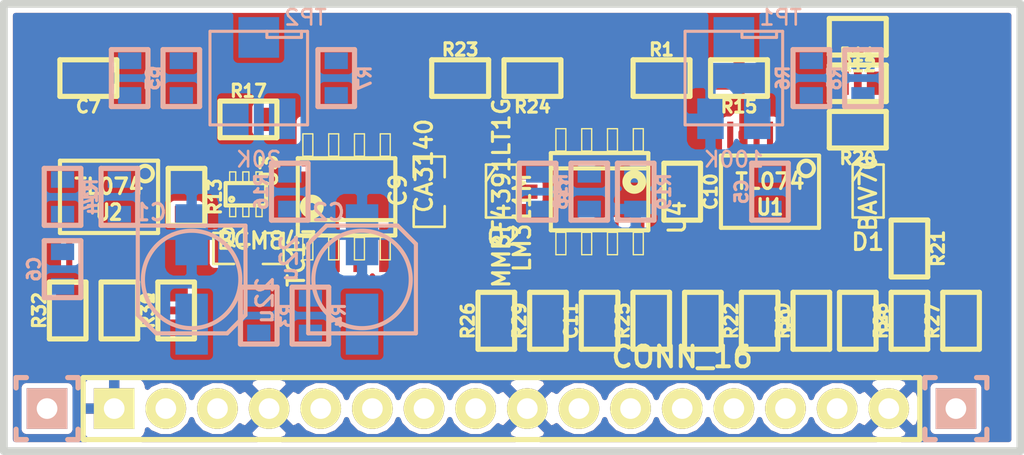
<source format=kicad_pcb>
(kicad_pcb (version 3) (host pcbnew "(2013-07-07 BZR 4022)-stable")

  (general
    (links 121)
    (no_connects 101)
    (area 99.388084 116.809499 151.563916 140.30325)
    (thickness 1.6002)
    (drawings 4)
    (tracks 5)
    (zones 0)
    (modules 56)
    (nets 40)
  )

  (page A4)
  (layers
    (15 Front signal)
    (0 Back signal)
    (16 B.Adhes user)
    (17 F.Adhes user)
    (18 B.Paste user)
    (19 F.Paste user)
    (20 B.SilkS user)
    (21 F.SilkS user)
    (22 B.Mask user)
    (23 F.Mask user)
    (24 Dwgs.User user)
    (25 Cmts.User user)
    (26 Eco1.User user)
    (27 Eco2.User user)
    (28 Edge.Cuts user)
  )

  (setup
    (last_trace_width 0.254)
    (trace_clearance 0.254)
    (zone_clearance 0.254)
    (zone_45_only no)
    (trace_min 0.2032)
    (segment_width 0.381)
    (edge_width 0.381)
    (via_size 0.889)
    (via_drill 0.381)
    (via_min_size 0.889)
    (via_min_drill 0.381)
    (uvia_size 0.508)
    (uvia_drill 0.127)
    (uvias_allowed no)
    (uvia_min_size 0.508)
    (uvia_min_drill 0.127)
    (pcb_text_width 0.3048)
    (pcb_text_size 1.524 2.032)
    (mod_edge_width 0.381)
    (mod_text_size 1.524 1.524)
    (mod_text_width 0.3048)
    (pad_size 1.524 1.524)
    (pad_drill 0.8128)
    (pad_to_mask_clearance 0.0508)
    (aux_axis_origin 0 0)
    (visible_elements 7FFF7FBF)
    (pcbplotparams
      (layerselection 284196865)
      (usegerberextensions true)
      (excludeedgelayer true)
      (linewidth 0.150000)
      (plotframeref false)
      (viasonmask false)
      (mode 1)
      (useauxorigin false)
      (hpglpennumber 1)
      (hpglpenspeed 20)
      (hpglpendiameter 15)
      (hpglpenoverlay 0)
      (psnegative false)
      (psa4output false)
      (plotreference true)
      (plotvalue false)
      (plotothertext true)
      (plotinvisibletext false)
      (padsonsilk false)
      (subtractmaskfromsilk true)
      (outputformat 1)
      (mirror false)
      (drillshape 1)
      (scaleselection 1)
      (outputdirectory "BCM847 Gerbers/"))
  )

  (net 0 "")
  (net 1 +15V)
  (net 2 +15V_PWR)
  (net 3 -15V)
  (net 4 -15V_PWR)
  (net 5 /RAMP)
  (net 6 /SCALE)
  (net 7 /TRI_SHAPE)
  (net 8 GND_PWR)
  (net 9 LINEAR_FM)
  (net 10 N-0000011)
  (net 11 N-0000015)
  (net 12 N-0000016)
  (net 13 N-0000017)
  (net 14 N-0000023)
  (net 15 N-0000024)
  (net 16 N-0000028)
  (net 17 N-0000029)
  (net 18 N-000003)
  (net 19 N-0000030)
  (net 20 N-0000032)
  (net 21 N-0000034)
  (net 22 N-0000035)
  (net 23 N-0000036)
  (net 24 N-0000042)
  (net 25 N-0000043)
  (net 26 N-0000044)
  (net 27 N-000006)
  (net 28 N-000007)
  (net 29 N-000008)
  (net 30 PITCH_CV)
  (net 31 PULSE)
  (net 32 PULSE_1K)
  (net 33 PWM_CV)
  (net 34 PWM_SUM)
  (net 35 SAW)
  (net 36 SAW_1K)
  (net 37 SYNC)
  (net 38 TRI)
  (net 39 TRI_1K)

  (net_class Default "This is the default net class."
    (clearance 0.254)
    (trace_width 0.254)
    (via_dia 0.889)
    (via_drill 0.381)
    (uvia_dia 0.508)
    (uvia_drill 0.127)
    (add_net "")
    (add_net GND_PWR)
    (add_net N-0000011)
    (add_net N-0000015)
    (add_net N-0000016)
    (add_net N-0000017)
    (add_net N-0000023)
    (add_net N-0000024)
    (add_net N-0000028)
    (add_net N-0000029)
    (add_net N-000003)
    (add_net N-0000030)
    (add_net N-0000032)
    (add_net N-0000034)
    (add_net N-0000035)
    (add_net N-0000036)
    (add_net N-0000042)
    (add_net N-0000043)
    (add_net N-0000044)
    (add_net N-000006)
    (add_net N-000007)
    (add_net N-000008)
    (add_net PWM_SUM)
  )

  (net_class POWER ""
    (clearance 0.254)
    (trace_width 0.3556)
    (via_dia 1.016)
    (via_drill 0.6096)
    (uvia_dia 0.508)
    (uvia_drill 0.127)
    (add_net +15V)
    (add_net +15V_PWR)
    (add_net -15V)
    (add_net -15V_PWR)
  )

  (net_class SIGNAL ""
    (clearance 0.254)
    (trace_width 0.3048)
    (via_dia 1.016)
    (via_drill 0.6096)
    (uvia_dia 0.508)
    (uvia_drill 0.127)
    (add_net /RAMP)
    (add_net /SCALE)
    (add_net /TRI_SHAPE)
    (add_net LINEAR_FM)
    (add_net PITCH_CV)
    (add_net PULSE)
    (add_net PULSE_1K)
    (add_net PWM_CV)
    (add_net SAW)
    (add_net SAW_1K)
    (add_net SYNC)
    (add_net TRI)
    (add_net TRI_1K)
  )

  (module SM42/43A (layer Back) (tedit 51290E73) (tstamp 5117F85D)
    (at 136.906 120.65 180)
    (path /5113EB64)
    (fp_text reference TP1 (at -2.30124 2.98196 180) (layer B.SilkS)
      (effects (font (size 0.762 0.762) (thickness 0.127)) (justify mirror))
    )
    (fp_text value 100K (at 0 -4.0005 180) (layer B.SilkS)
      (effects (font (size 0.762 0.762) (thickness 0.127)) (justify mirror))
    )
    (fp_line (start -2.10058 2.30124) (end -2.10058 1.99898) (layer B.SilkS) (width 0.14986))
    (fp_line (start -2.10058 1.99898) (end -0.39878 1.99898) (layer B.SilkS) (width 0.14986))
    (fp_line (start -0.39878 1.99898) (end -0.39878 2.30124) (layer B.SilkS) (width 0.14986))
    (fp_line (start -2.4003 2.30124) (end 2.4003 2.30124) (layer B.SilkS) (width 0.14986))
    (fp_line (start 2.4003 2.30124) (end 2.4003 -2.30124) (layer B.SilkS) (width 0.14986))
    (fp_line (start 2.4003 -2.30124) (end -2.4003 -2.30124) (layer B.SilkS) (width 0.14986))
    (fp_line (start -2.4003 -2.30124) (end -2.4003 2.30124) (layer B.SilkS) (width 0.14986))
    (pad 2 smd rect (at 0 1.99898 180) (size 1.99898 1.99898)
      (layers Back B.Paste B.Mask)
      (net 7 /TRI_SHAPE)
    )
    (pad 1 smd rect (at -1.15062 -1.99898 180) (size 1.30048 1.99898)
      (layers Back B.Paste B.Mask)
      (net 1 +15V)
    )
    (pad 3 smd rect (at 1.15062 -1.99898 180) (size 1.30048 1.99898)
      (layers Back B.Paste B.Mask)
      (net 8 GND_PWR)
    )
  )

  (module SM42/43A (layer Back) (tedit 51278DBD) (tstamp 5117F860)
    (at 113.538 120.65 180)
    (path /5113EBD7)
    (fp_text reference TP2 (at -2.30124 2.98196 180) (layer B.SilkS)
      (effects (font (size 0.762 0.762) (thickness 0.127)) (justify mirror))
    )
    (fp_text value 20K (at 0 -4.0005 180) (layer B.SilkS)
      (effects (font (size 0.762 0.762) (thickness 0.127)) (justify mirror))
    )
    (fp_line (start -2.10058 2.30124) (end -2.10058 1.99898) (layer B.SilkS) (width 0.14986))
    (fp_line (start -2.10058 1.99898) (end -0.39878 1.99898) (layer B.SilkS) (width 0.14986))
    (fp_line (start -0.39878 1.99898) (end -0.39878 2.30124) (layer B.SilkS) (width 0.14986))
    (fp_line (start -2.4003 2.30124) (end 2.4003 2.30124) (layer B.SilkS) (width 0.14986))
    (fp_line (start 2.4003 2.30124) (end 2.4003 -2.30124) (layer B.SilkS) (width 0.14986))
    (fp_line (start 2.4003 -2.30124) (end -2.4003 -2.30124) (layer B.SilkS) (width 0.14986))
    (fp_line (start -2.4003 -2.30124) (end -2.4003 2.30124) (layer B.SilkS) (width 0.14986))
    (pad 2 smd rect (at 0 1.99898 180) (size 1.99898 1.99898)
      (layers Back B.Paste B.Mask)
      (net 21 N-0000034)
    )
    (pad 1 smd rect (at -1.15062 -1.99898 180) (size 1.30048 1.99898)
      (layers Back B.Paste B.Mask)
      (net 14 N-0000023)
    )
    (pad 3 smd rect (at 1.15062 -1.99898 180) (size 1.30048 1.99898)
      (layers Back B.Paste B.Mask)
      (net 21 N-0000034)
    )
  )

  (module -SOT363_PHILIPS (layer Front) (tedit 512C288E) (tstamp 51171875)
    (at 112.903 126.365)
    (descr "SMALL OUTLINE TRANSISTOR; 6 LEADS")
    (tags "SMALL OUTLINE TRANSISTOR; 6 LEADS")
    (path /5113E67D)
    (attr smd)
    (fp_text reference Q1 (at -0.49276 2.09804) (layer F.SilkS)
      (effects (font (size 0.8128 0.8128) (thickness 0.1524)))
    )
    (fp_text value BCM847 (at 1.016 2.286) (layer F.SilkS)
      (effects (font (size 0.8128 0.8128) (thickness 0.1524)))
    )
    (fp_line (start -0.79756 1.09982) (end -0.49784 1.09982) (layer F.SilkS) (width 0.06604))
    (fp_line (start -0.49784 1.09982) (end -0.49784 0.59944) (layer F.SilkS) (width 0.06604))
    (fp_line (start -0.79756 0.59944) (end -0.49784 0.59944) (layer F.SilkS) (width 0.06604))
    (fp_line (start -0.79756 1.09982) (end -0.79756 0.59944) (layer F.SilkS) (width 0.06604))
    (fp_line (start -0.14986 1.09982) (end 0.14986 1.09982) (layer F.SilkS) (width 0.06604))
    (fp_line (start 0.14986 1.09982) (end 0.14986 0.59944) (layer F.SilkS) (width 0.06604))
    (fp_line (start -0.14986 0.59944) (end 0.14986 0.59944) (layer F.SilkS) (width 0.06604))
    (fp_line (start -0.14986 1.09982) (end -0.14986 0.59944) (layer F.SilkS) (width 0.06604))
    (fp_line (start 0.49784 1.09982) (end 0.79756 1.09982) (layer F.SilkS) (width 0.06604))
    (fp_line (start 0.79756 1.09982) (end 0.79756 0.59944) (layer F.SilkS) (width 0.06604))
    (fp_line (start 0.49784 0.59944) (end 0.79756 0.59944) (layer F.SilkS) (width 0.06604))
    (fp_line (start 0.49784 1.09982) (end 0.49784 0.59944) (layer F.SilkS) (width 0.06604))
    (fp_line (start 0.49784 -0.59944) (end 0.79756 -0.59944) (layer F.SilkS) (width 0.06604))
    (fp_line (start 0.79756 -0.59944) (end 0.79756 -1.09982) (layer F.SilkS) (width 0.06604))
    (fp_line (start 0.49784 -1.09982) (end 0.79756 -1.09982) (layer F.SilkS) (width 0.06604))
    (fp_line (start 0.49784 -0.59944) (end 0.49784 -1.09982) (layer F.SilkS) (width 0.06604))
    (fp_line (start -0.14986 -0.59944) (end 0.14986 -0.59944) (layer F.SilkS) (width 0.06604))
    (fp_line (start 0.14986 -0.59944) (end 0.14986 -1.09982) (layer F.SilkS) (width 0.06604))
    (fp_line (start -0.14986 -1.09982) (end 0.14986 -1.09982) (layer F.SilkS) (width 0.06604))
    (fp_line (start -0.14986 -0.59944) (end -0.14986 -1.09982) (layer F.SilkS) (width 0.06604))
    (fp_line (start -0.79756 -0.59944) (end -0.49784 -0.59944) (layer F.SilkS) (width 0.06604))
    (fp_line (start -0.49784 -0.59944) (end -0.49784 -1.09982) (layer F.SilkS) (width 0.06604))
    (fp_line (start -0.79756 -1.09982) (end -0.49784 -1.09982) (layer F.SilkS) (width 0.06604))
    (fp_line (start -0.79756 -0.59944) (end -0.79756 -1.09982) (layer F.SilkS) (width 0.06604))
    (fp_line (start -0.99822 -0.54864) (end 0.99822 -0.54864) (layer F.SilkS) (width 0.2032))
    (fp_line (start 0.99822 -0.54864) (end 0.99822 0.54864) (layer F.SilkS) (width 0.2032))
    (fp_line (start 0.99822 0.54864) (end -0.99822 0.54864) (layer F.SilkS) (width 0.2032))
    (fp_line (start -0.99822 0.54864) (end -0.99822 -0.54864) (layer F.SilkS) (width 0.2032))
    (fp_circle (center -0.6985 0.24892) (end -0.77216 0.32258) (layer F.SilkS) (width 0.1524))
    (pad 1 smd rect (at -0.6477 0.79756) (size 0.39878 0.79756)
      (layers Front F.Paste F.Mask)
      (net 27 N-000006)
    )
    (pad 2 smd rect (at 0 0.79756) (size 0.39878 0.79756)
      (layers Front F.Paste F.Mask)
      (net 15 N-0000024)
    )
    (pad 3 smd rect (at 0.6477 0.79756) (size 0.39878 0.79756)
      (layers Front F.Paste F.Mask)
      (net 20 N-0000032)
    )
    (pad 4 smd rect (at 0.6477 -0.79756) (size 0.39878 0.79756)
      (layers Front F.Paste F.Mask)
      (net 27 N-000006)
    )
    (pad 5 smd rect (at 0 -0.79756) (size 0.39878 0.79756)
      (layers Front F.Paste F.Mask)
      (net 8 GND_PWR)
    )
    (pad 6 smd rect (at -0.6477 -0.79756) (size 0.39878 0.79756)
      (layers Front F.Paste F.Mask)
      (net 28 N-000007)
    )
  )

  (module SM0805-HAND (layer Front) (tedit 512C2881) (tstamp 51171878)
    (at 113.03 129.032 180)
    (path /5113EC84)
    (attr smd)
    (fp_text reference TC1 (at -2.34696 -0.77724 270) (layer F.SilkS)
      (effects (font (size 0.8128 0.8128) (thickness 0.1524)))
    )
    (fp_text value "1K 3300ppm/K" (at 0 0 180) (layer F.SilkS) hide
      (effects (font (size 0.635 0.635) (thickness 0.127)))
    )
    (fp_line (start -0.7112 0.762) (end -1.7272 0.762) (layer F.SilkS) (width 0.127))
    (fp_line (start -1.7272 0.762) (end -1.7272 -0.762) (layer F.SilkS) (width 0.127))
    (fp_line (start -1.7272 -0.762) (end -0.7112 -0.762) (layer F.SilkS) (width 0.127))
    (fp_line (start 0.7112 -0.762) (end 1.7272 -0.762) (layer F.SilkS) (width 0.127))
    (fp_line (start 1.7272 -0.762) (end 1.7272 0.762) (layer F.SilkS) (width 0.127))
    (fp_line (start 1.7272 0.762) (end 0.7112 0.762) (layer F.SilkS) (width 0.127))
    (pad 1 smd rect (at -1.0795 0 180) (size 1.143 1.397)
      (layers Front F.Paste F.Mask)
      (net 8 GND_PWR)
    )
    (pad 2 smd rect (at 1.0795 0 180) (size 1.143 1.397)
      (layers Front F.Paste F.Mask)
      (net 15 N-0000024)
    )
    (model smd/chip_cms.wrl
      (at (xyz 0 0 0))
      (scale (xyz 0.1 0.1 0.1))
      (rotate (xyz 0 0 0))
    )
  )

  (module SM0805-HAND (layer Front) (tedit 512787EC) (tstamp 511CFA42)
    (at 121.92 126.238 90)
    (path /5113F26E)
    (attr smd)
    (fp_text reference C9 (at 0.06604 -1.53924 90) (layer F.SilkS)
      (effects (font (size 0.8128 0.8128) (thickness 0.1524)))
    )
    (fp_text value "2.2n 1%" (at 0 0 90) (layer F.SilkS) hide
      (effects (font (size 0.635 0.635) (thickness 0.127)))
    )
    (fp_line (start -0.7112 0.762) (end -1.7272 0.762) (layer F.SilkS) (width 0.127))
    (fp_line (start -1.7272 0.762) (end -1.7272 -0.762) (layer F.SilkS) (width 0.127))
    (fp_line (start -1.7272 -0.762) (end -0.7112 -0.762) (layer F.SilkS) (width 0.127))
    (fp_line (start 0.7112 -0.762) (end 1.7272 -0.762) (layer F.SilkS) (width 0.127))
    (fp_line (start 1.7272 -0.762) (end 1.7272 0.762) (layer F.SilkS) (width 0.127))
    (fp_line (start 1.7272 0.762) (end 0.7112 0.762) (layer F.SilkS) (width 0.127))
    (pad 1 smd rect (at -1.0795 0 90) (size 1.143 1.397)
      (layers Front F.Paste F.Mask)
      (net 20 N-0000032)
    )
    (pad 2 smd rect (at 1.0795 0 90) (size 1.143 1.397)
      (layers Front F.Paste F.Mask)
      (net 16 N-0000028)
    )
    (model smd/chip_cms.wrl
      (at (xyz 0 0 0))
      (scale (xyz 0.1 0.1 0.1))
      (rotate (xyz 0 0 0))
    )
  )

  (module SOT23 (layer Front) (tedit 512C27C8) (tstamp 5115C437)
    (at 125.476 126.238 270)
    (tags SOT23)
    (path /5113E160)
    (fp_text reference Q2 (at 2.21996 -0.11176 360) (layer F.SilkS)
      (effects (font (size 0.8128 0.8128) (thickness 0.1524)))
    )
    (fp_text value MMBF4391LT1G (at 0.0635 0 270) (layer F.SilkS)
      (effects (font (size 0.8128 0.8128) (thickness 0.1524)))
    )
    (fp_line (start -0.508 0.762) (end -1.27 0.254) (layer F.SilkS) (width 0.127))
    (fp_line (start 1.27 0.762) (end -1.3335 0.762) (layer F.SilkS) (width 0.127))
    (fp_line (start -1.3335 0.762) (end -1.3335 -0.762) (layer F.SilkS) (width 0.127))
    (fp_line (start -1.3335 -0.762) (end 1.27 -0.762) (layer F.SilkS) (width 0.127))
    (fp_line (start 1.27 -0.762) (end 1.27 0.762) (layer F.SilkS) (width 0.127))
    (pad 3 smd rect (at 0 -1.27 270) (size 0.70104 1.00076)
      (layers Front F.Paste F.Mask)
      (net 19 N-0000030)
    )
    (pad 2 smd rect (at 0.9525 1.27 270) (size 0.70104 1.00076)
      (layers Front F.Paste F.Mask)
      (net 20 N-0000032)
    )
    (pad 1 smd rect (at -0.9525 1.27 270) (size 0.70104 1.00076)
      (layers Front F.Paste F.Mask)
      (net 16 N-0000028)
    )
    (model smd/SOT23_6.wrl
      (at (xyz 0 0 0))
      (scale (xyz 0.11 0.11 0.11))
      (rotate (xyz 0 0 -180))
    )
  )

  (module SOT23 (layer Front) (tedit 512C27EB) (tstamp 5115C435)
    (at 143.51 126.238 270)
    (tags SOT23)
    (path /5114032F)
    (fp_text reference D1 (at 2.47396 0.01524 360) (layer F.SilkS)
      (effects (font (size 0.8128 0.8128) (thickness 0.1524)))
    )
    (fp_text value BAV70 (at 0.0635 0 270) (layer F.SilkS)
      (effects (font (size 0.8128 0.8128) (thickness 0.1524)))
    )
    (fp_line (start -0.508 0.762) (end -1.27 0.254) (layer F.SilkS) (width 0.127))
    (fp_line (start 1.27 0.762) (end -1.3335 0.762) (layer F.SilkS) (width 0.127))
    (fp_line (start -1.3335 0.762) (end -1.3335 -0.762) (layer F.SilkS) (width 0.127))
    (fp_line (start -1.3335 -0.762) (end 1.27 -0.762) (layer F.SilkS) (width 0.127))
    (fp_line (start 1.27 -0.762) (end 1.27 0.762) (layer F.SilkS) (width 0.127))
    (pad 3 smd rect (at 0 -1.27 270) (size 0.70104 1.00076)
      (layers Front F.Paste F.Mask)
      (net 22 N-0000035)
    )
    (pad 2 smd rect (at 0.9525 1.27 270) (size 0.70104 1.00076)
      (layers Front F.Paste F.Mask)
      (net 35 SAW)
    )
    (pad 1 smd rect (at -0.9525 1.27 270) (size 0.70104 1.00076)
      (layers Front F.Paste F.Mask)
      (net 25 N-0000043)
    )
    (model smd/SOT23_6.wrl
      (at (xyz 0 0 0))
      (scale (xyz 0.11 0.11 0.11))
      (rotate (xyz 0 0 -180))
    )
  )

  (module rcl-153CLV-0505 (layer Back) (tedit 5125160F) (tstamp 5115C493)
    (at 118.618 130.556 90)
    (descr "ALUMINUM ELECTROLYTIC CAPACITORS")
    (tags "ALUMINUM ELECTROLYTIC CAPACITORS")
    (path /51141D4D)
    (attr smd)
    (fp_text reference C2 (at 3.302 -1.651 180) (layer B.SilkS)
      (effects (font (size 0.8128 0.8128) (thickness 0.1524)) (justify mirror))
    )
    (fp_text value 22u (at 1.03378 -3.59918 90) (layer B.SilkS)
      (effects (font (size 0.8128 0.8128) (thickness 0.1524)) (justify mirror))
    )
    (fp_line (start 1.74752 -2.64922) (end -2.64922 -2.64922) (layer B.SilkS) (width 0.2032))
    (fp_line (start -2.64922 -2.64922) (end -2.64922 -1.09982) (layer B.SilkS) (width 0.2032))
    (fp_line (start -2.64922 -1.09982) (end -2.64922 1.09982) (layer B.SilkS) (width 0.2032))
    (fp_line (start -2.64922 1.09982) (end -2.64922 2.64922) (layer B.SilkS) (width 0.2032))
    (fp_line (start -2.64922 2.64922) (end 1.74752 2.64922) (layer B.SilkS) (width 0.2032))
    (fp_line (start 2.64922 1.74752) (end 2.64922 1.09982) (layer B.SilkS) (width 0.2032))
    (fp_line (start 2.64922 1.09982) (end 2.64922 -1.09982) (layer B.SilkS) (width 0.2032))
    (fp_line (start 2.64922 -1.09982) (end 2.64922 -1.74752) (layer B.SilkS) (width 0.2032))
    (fp_line (start 2.64922 -1.74752) (end 1.74752 -2.64922) (layer B.SilkS) (width 0.2032))
    (fp_line (start 1.74752 2.64922) (end 2.64922 1.74752) (layer B.SilkS) (width 0.2032))
    (fp_arc (start 0 0) (end 2.19964 -0.94996) (angle -133.2) (layer B.SilkS) (width 0.2032))
    (fp_arc (start 0 0) (end -2.19964 -0.94996) (angle -46.7) (layer B.SilkS) (width 0.2032))
    (fp_arc (start 0 0) (end -2.19964 0.94996) (angle -133.2) (layer B.SilkS) (width 0.2032))
    (fp_arc (start 0 0) (end 2.19964 0.94996) (angle -46.7) (layer B.SilkS) (width 0.2032))
    (pad 1 smd rect (at 2.19964 0 90) (size 2.99974 1.59766)
      (layers Back B.Paste B.Mask)
      (net 8 GND_PWR)
    )
    (pad 2 smd rect (at -2.19964 0 90) (size 2.99974 1.59766)
      (layers Back B.Paste B.Mask)
      (net 3 -15V)
    )
  )

  (module rcl-153CLV-0505 (layer Back) (tedit 5125160A) (tstamp 5115C491)
    (at 110.236 130.556 270)
    (descr "ALUMINUM ELECTROLYTIC CAPACITORS")
    (tags "ALUMINUM ELECTROLYTIC CAPACITORS")
    (path /51141D46)
    (attr smd)
    (fp_text reference C1 (at -3.302 2.032 360) (layer B.SilkS)
      (effects (font (size 0.8128 0.8128) (thickness 0.1524)) (justify mirror))
    )
    (fp_text value 22u (at 1.03378 -3.59918 270) (layer B.SilkS)
      (effects (font (size 0.8128 0.8128) (thickness 0.1524)) (justify mirror))
    )
    (fp_line (start 1.74752 -2.64922) (end -2.64922 -2.64922) (layer B.SilkS) (width 0.2032))
    (fp_line (start -2.64922 -2.64922) (end -2.64922 -1.09982) (layer B.SilkS) (width 0.2032))
    (fp_line (start -2.64922 -1.09982) (end -2.64922 1.09982) (layer B.SilkS) (width 0.2032))
    (fp_line (start -2.64922 1.09982) (end -2.64922 2.64922) (layer B.SilkS) (width 0.2032))
    (fp_line (start -2.64922 2.64922) (end 1.74752 2.64922) (layer B.SilkS) (width 0.2032))
    (fp_line (start 2.64922 1.74752) (end 2.64922 1.09982) (layer B.SilkS) (width 0.2032))
    (fp_line (start 2.64922 1.09982) (end 2.64922 -1.09982) (layer B.SilkS) (width 0.2032))
    (fp_line (start 2.64922 -1.09982) (end 2.64922 -1.74752) (layer B.SilkS) (width 0.2032))
    (fp_line (start 2.64922 -1.74752) (end 1.74752 -2.64922) (layer B.SilkS) (width 0.2032))
    (fp_line (start 1.74752 2.64922) (end 2.64922 1.74752) (layer B.SilkS) (width 0.2032))
    (fp_arc (start 0 0) (end 2.19964 -0.94996) (angle -133.2) (layer B.SilkS) (width 0.2032))
    (fp_arc (start 0 0) (end -2.19964 -0.94996) (angle -46.7) (layer B.SilkS) (width 0.2032))
    (fp_arc (start 0 0) (end -2.19964 0.94996) (angle -133.2) (layer B.SilkS) (width 0.2032))
    (fp_arc (start 0 0) (end 2.19964 0.94996) (angle -46.7) (layer B.SilkS) (width 0.2032))
    (pad 1 smd rect (at 2.19964 0 270) (size 2.99974 1.59766)
      (layers Back B.Paste B.Mask)
      (net 1 +15V)
    )
    (pad 2 smd rect (at -2.19964 0 270) (size 2.99974 1.59766)
      (layers Back B.Paste B.Mask)
      (net 8 GND_PWR)
    )
  )

  (module SIL-1 (layer Back) (tedit 512C278E) (tstamp 5123A0D9)
    (at 103.124 136.906)
    (descr "Connecteurs 1 pin")
    (tags "CONN DEV")
    (path /51239EE8)
    (fp_text reference JP3 (at 0 2.54) (layer B.SilkS) hide
      (effects (font (size 1.016 1.016) (thickness 0.1905)) (justify mirror))
    )
    (fp_text value CONN_1 (at 0 2.54) (layer B.SilkS) hide
      (effects (font (size 1.016 1.016) (thickness 0.1905)) (justify mirror))
    )
    (fp_line (start 1.016 1.524) (end 1.524 1.524) (layer B.SilkS) (width 0.254))
    (fp_line (start 1.524 1.524) (end 1.524 1.016) (layer B.SilkS) (width 0.254))
    (fp_line (start 1.016 -1.524) (end 1.524 -1.524) (layer B.SilkS) (width 0.254))
    (fp_line (start 1.524 -1.524) (end 1.524 -1.016) (layer B.SilkS) (width 0.254))
    (fp_line (start -1.524 -1.016) (end -1.524 -1.524) (layer B.SilkS) (width 0.254))
    (fp_line (start -1.524 -1.524) (end -1.016 -1.524) (layer B.SilkS) (width 0.254))
    (fp_line (start -1.016 1.524) (end -1.524 1.524) (layer B.SilkS) (width 0.254))
    (fp_line (start -1.524 1.524) (end -1.524 1.016) (layer B.SilkS) (width 0.254))
    (pad 1 thru_hole rect (at 0 0) (size 1.99898 1.99898) (drill 1.016)
      (layers *.Cu *.Mask B.SilkS)
      (net 3 -15V)
    )
  )

  (module SIL-1 (layer Back) (tedit 512C27A0) (tstamp 5123A0DB)
    (at 147.828 136.906)
    (descr "Connecteurs 1 pin")
    (tags "CONN DEV")
    (path /51239EDE)
    (fp_text reference JP2 (at 0 2.54) (layer B.SilkS) hide
      (effects (font (size 1.016 1.016) (thickness 0.1905)) (justify mirror))
    )
    (fp_text value CONN_1 (at 0 2.54) (layer B.SilkS) hide
      (effects (font (size 1.016 1.016) (thickness 0.1905)) (justify mirror))
    )
    (fp_line (start 1.016 1.524) (end 1.524 1.524) (layer B.SilkS) (width 0.254))
    (fp_line (start 1.524 1.524) (end 1.524 1.016) (layer B.SilkS) (width 0.254))
    (fp_line (start 1.016 -1.524) (end 1.524 -1.524) (layer B.SilkS) (width 0.254))
    (fp_line (start 1.524 -1.524) (end 1.524 -1.016) (layer B.SilkS) (width 0.254))
    (fp_line (start -1.524 -1.016) (end -1.524 -1.524) (layer B.SilkS) (width 0.254))
    (fp_line (start -1.524 -1.524) (end -1.016 -1.524) (layer B.SilkS) (width 0.254))
    (fp_line (start -1.016 1.524) (end -1.524 1.524) (layer B.SilkS) (width 0.254))
    (fp_line (start -1.524 1.524) (end -1.524 1.016) (layer B.SilkS) (width 0.254))
    (pad 1 thru_hole rect (at 0 0) (size 1.99898 1.99898) (drill 1.016)
      (layers *.Cu *.Mask B.SilkS)
      (net 1 +15V)
    )
  )

  (module SIL-16 (layer Front) (tedit 512C2782) (tstamp 5118264C)
    (at 125.476 136.906)
    (descr "Connecteur 18 pins")
    (tags "CONN DEV")
    (path /5117E0E3)
    (fp_text reference JP1 (at -19.16176 2.47904) (layer F.SilkS) hide
      (effects (font (size 1.016 1.016) (thickness 0.1905)))
    )
    (fp_text value CONN_16 (at 8.89 -2.54) (layer F.SilkS)
      (effects (font (size 1.016 1.016) (thickness 0.1905)))
    )
    (fp_line (start -20.574 -1.524) (end -20.574 1.524) (layer F.SilkS) (width 0.254))
    (fp_line (start -20.574 1.524) (end 20.574 1.524) (layer F.SilkS) (width 0.254))
    (fp_line (start 20.574 1.524) (end 20.574 -1.524) (layer F.SilkS) (width 0.254))
    (fp_line (start 20.574 -1.524) (end -20.574 -1.524) (layer F.SilkS) (width 0.254))
    (pad 1 thru_hole rect (at -19.05 0) (size 1.99898 1.99898) (drill 1.016)
      (layers *.Cu *.Mask F.SilkS)
      (net 8 GND_PWR)
    )
    (pad 2 thru_hole circle (at -16.51 0) (size 1.99898 1.99898) (drill 1.016)
      (layers *.Cu *.Mask F.SilkS)
      (net 2 +15V_PWR)
    )
    (pad 3 thru_hole circle (at -13.97 0) (size 1.99898 1.99898) (drill 1.016)
      (layers *.Cu *.Mask F.SilkS)
      (net 4 -15V_PWR)
    )
    (pad 4 thru_hole circle (at -11.43 0) (size 1.99898 1.99898) (drill 1.016)
      (layers *.Cu *.Mask F.SilkS)
      (net 8 GND_PWR)
    )
    (pad 5 thru_hole circle (at -8.89 0) (size 1.99898 1.99898) (drill 1.016)
      (layers *.Cu *.Mask F.SilkS)
      (net 30 PITCH_CV)
    )
    (pad 6 thru_hole circle (at -6.35 0) (size 1.99898 1.99898) (drill 1.016)
      (layers *.Cu *.Mask F.SilkS)
      (net 33 PWM_CV)
    )
    (pad 7 thru_hole circle (at -3.81 0) (size 1.99898 1.99898) (drill 1.016)
      (layers *.Cu *.Mask F.SilkS)
      (net 9 LINEAR_FM)
    )
    (pad 8 thru_hole circle (at -1.27 0) (size 1.99898 1.99898) (drill 1.016)
      (layers *.Cu *.Mask F.SilkS)
      (net 37 SYNC)
    )
    (pad 9 thru_hole circle (at 1.27 0) (size 1.99898 1.99898) (drill 1.016)
      (layers *.Cu *.Mask F.SilkS)
      (net 8 GND_PWR)
    )
    (pad 10 thru_hole circle (at 3.81 0) (size 1.99898 1.99898) (drill 1.016)
      (layers *.Cu *.Mask F.SilkS)
    )
    (pad 11 thru_hole circle (at 6.35 0) (size 1.99898 1.99898) (drill 1.016)
      (layers *.Cu *.Mask F.SilkS)
      (net 36 SAW_1K)
    )
    (pad 12 thru_hole circle (at 8.89 0) (size 1.99898 1.99898) (drill 1.016)
      (layers *.Cu *.Mask F.SilkS)
    )
    (pad 13 thru_hole circle (at 11.43 0) (size 1.99898 1.99898) (drill 1.016)
      (layers *.Cu *.Mask F.SilkS)
      (net 32 PULSE_1K)
    )
    (pad 14 thru_hole circle (at 13.97 0) (size 1.99898 1.99898) (drill 1.016)
      (layers *.Cu *.Mask F.SilkS)
    )
    (pad 15 thru_hole circle (at 16.51 0) (size 1.99898 1.99898) (drill 1.016)
      (layers *.Cu *.Mask F.SilkS)
      (net 39 TRI_1K)
    )
    (pad 16 thru_hole circle (at 19.05 0) (size 1.99898 1.99898) (drill 1.016)
      (layers *.Cu *.Mask F.SilkS)
      (net 8 GND_PWR)
    )
  )

  (module TSSOP14 (layer Front) (tedit 4E43F187) (tstamp 5115C495)
    (at 138.684 126.238 180)
    (path /5113DC31)
    (attr smd)
    (fp_text reference U1 (at 0 -0.762 180) (layer F.SilkS)
      (effects (font (size 0.762 0.635) (thickness 0.16002)))
    )
    (fp_text value TL074 (at 0 0.508 180) (layer F.SilkS)
      (effects (font (size 0.762 0.762) (thickness 0.16002)))
    )
    (fp_line (start -2.413 -1.778) (end 2.413 -1.778) (layer F.SilkS) (width 0.2032))
    (fp_line (start 2.413 -1.778) (end 2.413 1.778) (layer F.SilkS) (width 0.2032))
    (fp_line (start 2.413 1.778) (end -2.413 1.778) (layer F.SilkS) (width 0.2032))
    (fp_line (start -2.413 1.778) (end -2.413 -1.778) (layer F.SilkS) (width 0.2032))
    (fp_circle (center -1.778 1.143) (end -2.159 1.143) (layer F.SilkS) (width 0.2032))
    (pad 1 smd rect (at -1.9304 2.794 180) (size 0.29972 1.30048)
      (layers Front F.Paste F.Mask)
      (net 25 N-0000043)
    )
    (pad 2 smd rect (at -1.2954 2.794 180) (size 0.29972 1.30048)
      (layers Front F.Paste F.Mask)
      (net 8 GND_PWR)
    )
    (pad 3 smd rect (at -0.635 2.794 180) (size 0.29972 1.30048)
      (layers Front F.Paste F.Mask)
      (net 10 N-0000011)
    )
    (pad 4 smd rect (at 0 2.794 180) (size 0.29972 1.30048)
      (layers Front F.Paste F.Mask)
      (net 1 +15V)
    )
    (pad 5 smd rect (at 0.6604 2.794 180) (size 0.29972 1.30048)
      (layers Front F.Paste F.Mask)
      (net 11 N-0000015)
    )
    (pad 6 smd rect (at 1.3081 2.794 180) (size 0.29972 1.30048)
      (layers Front F.Paste F.Mask)
      (net 8 GND_PWR)
    )
    (pad 7 smd rect (at 1.9558 2.794 180) (size 0.29972 1.30048)
      (layers Front F.Paste F.Mask)
      (net 35 SAW)
    )
    (pad 8 smd rect (at 1.9558 -2.794 180) (size 0.29972 1.30048)
      (layers Front F.Paste F.Mask)
      (net 38 TRI)
    )
    (pad 9 smd rect (at 1.3081 -2.794 180) (size 0.29972 1.30048)
      (layers Front F.Paste F.Mask)
      (net 8 GND_PWR)
    )
    (pad 10 smd rect (at 0.6604 -2.794 180) (size 0.29972 1.30048)
      (layers Front F.Paste F.Mask)
      (net 24 N-0000042)
    )
    (pad 11 smd rect (at 0 -2.794 180) (size 0.29972 1.30048)
      (layers Front F.Paste F.Mask)
      (net 3 -15V)
    )
    (pad 12 smd rect (at -0.6477 -2.794 180) (size 0.29972 1.30048)
      (layers Front F.Paste F.Mask)
      (net 35 SAW)
    )
    (pad 13 smd rect (at -1.2954 -2.794 180) (size 0.29972 1.30048)
      (layers Front F.Paste F.Mask)
      (net 26 N-0000044)
    )
    (pad 14 smd rect (at -1.9431 -2.794 180) (size 0.29972 1.30048)
      (layers Front F.Paste F.Mask)
      (net 31 PULSE)
    )
    (model smd\smd_dil\tssop-14.wrl
      (at (xyz 0 0 0))
      (scale (xyz 1 1 1))
      (rotate (xyz 0 0 0))
    )
  )

  (module TSSOP14 (layer Front) (tedit 4E43F187) (tstamp 5115C959)
    (at 106.172 126.492 180)
    (path /52AB66BB)
    (attr smd)
    (fp_text reference U2 (at 0 -0.762 180) (layer F.SilkS)
      (effects (font (size 0.762 0.635) (thickness 0.16002)))
    )
    (fp_text value TL074 (at 0 0.508 180) (layer F.SilkS)
      (effects (font (size 0.762 0.762) (thickness 0.16002)))
    )
    (fp_line (start -2.413 -1.778) (end 2.413 -1.778) (layer F.SilkS) (width 0.2032))
    (fp_line (start 2.413 -1.778) (end 2.413 1.778) (layer F.SilkS) (width 0.2032))
    (fp_line (start 2.413 1.778) (end -2.413 1.778) (layer F.SilkS) (width 0.2032))
    (fp_line (start -2.413 1.778) (end -2.413 -1.778) (layer F.SilkS) (width 0.2032))
    (fp_circle (center -1.778 1.143) (end -2.159 1.143) (layer F.SilkS) (width 0.2032))
    (pad 1 smd rect (at -1.9304 2.794 180) (size 0.29972 1.30048)
      (layers Front F.Paste F.Mask)
      (net 6 /SCALE)
    )
    (pad 2 smd rect (at -1.2954 2.794 180) (size 0.29972 1.30048)
      (layers Front F.Paste F.Mask)
      (net 8 GND_PWR)
    )
    (pad 3 smd rect (at -0.635 2.794 180) (size 0.29972 1.30048)
      (layers Front F.Paste F.Mask)
      (net 21 N-0000034)
    )
    (pad 4 smd rect (at 0 2.794 180) (size 0.29972 1.30048)
      (layers Front F.Paste F.Mask)
      (net 1 +15V)
    )
    (pad 5 smd rect (at 0.6604 2.794 180) (size 0.29972 1.30048)
      (layers Front F.Paste F.Mask)
      (net 28 N-000007)
    )
    (pad 6 smd rect (at 1.3081 2.794 180) (size 0.29972 1.30048)
      (layers Front F.Paste F.Mask)
      (net 8 GND_PWR)
    )
    (pad 7 smd rect (at 1.9558 2.794 180) (size 0.29972 1.30048)
      (layers Front F.Paste F.Mask)
      (net 17 N-0000029)
    )
    (pad 8 smd rect (at 1.9558 -2.794 180) (size 0.29972 1.30048)
      (layers Front F.Paste F.Mask)
      (net 34 PWM_SUM)
    )
    (pad 9 smd rect (at 1.3081 -2.794 180) (size 0.29972 1.30048)
      (layers Front F.Paste F.Mask)
      (net 12 N-0000016)
    )
    (pad 10 smd rect (at 0.6604 -2.794 180) (size 0.29972 1.30048)
      (layers Front F.Paste F.Mask)
      (net 8 GND_PWR)
    )
    (pad 11 smd rect (at 0 -2.794 180) (size 0.29972 1.30048)
      (layers Front F.Paste F.Mask)
      (net 3 -15V)
    )
    (pad 12 smd rect (at -0.6477 -2.794 180) (size 0.29972 1.30048)
      (layers Front F.Paste F.Mask)
      (net 8 GND_PWR)
    )
    (pad 13 smd rect (at -1.2954 -2.794 180) (size 0.29972 1.30048)
      (layers Front F.Paste F.Mask)
      (net 33 PWM_CV)
    )
    (pad 14 smd rect (at -1.9431 -2.794 180) (size 0.29972 1.30048)
      (layers Front F.Paste F.Mask)
      (net 13 N-0000017)
    )
    (model smd\smd_dil\tssop-14.wrl
      (at (xyz 0 0 0))
      (scale (xyz 1 1 1))
      (rotate (xyz 0 0 0))
    )
  )

  (module SOIC-8-JRL (layer Front) (tedit 5287FFA2) (tstamp 5115C498)
    (at 130.302 126.238 180)
    (descr "SMALL OUTLINE INTEGRATED CIRCUIT")
    (tags "SMALL OUTLINE INTEGRATED CIRCUIT")
    (path /5113E081)
    (attr smd)
    (fp_text reference U4 (at -3.81 -1.27 270) (layer F.SilkS)
      (effects (font (size 0.8128 0.8128) (thickness 0.1524)))
    )
    (fp_text value LM311M (at 3.81 -1.524 270) (layer F.SilkS)
      (effects (font (size 0.8128 0.8128) (thickness 0.1524)))
    )
    (fp_circle (center -1.708 0.481) (end -1.581 0.608) (layer F.SilkS) (width 0.4064))
    (fp_line (start -2.14884 3.0988) (end -1.65862 3.0988) (layer F.SilkS) (width 0.06604))
    (fp_line (start -1.65862 3.0988) (end -1.65862 1.99898) (layer F.SilkS) (width 0.06604))
    (fp_line (start -2.14884 1.99898) (end -1.65862 1.99898) (layer F.SilkS) (width 0.06604))
    (fp_line (start -2.14884 3.0988) (end -2.14884 1.99898) (layer F.SilkS) (width 0.06604))
    (fp_line (start -0.87884 3.0988) (end -0.38862 3.0988) (layer F.SilkS) (width 0.06604))
    (fp_line (start -0.38862 3.0988) (end -0.38862 1.99898) (layer F.SilkS) (width 0.06604))
    (fp_line (start -0.87884 1.99898) (end -0.38862 1.99898) (layer F.SilkS) (width 0.06604))
    (fp_line (start -0.87884 3.0988) (end -0.87884 1.99898) (layer F.SilkS) (width 0.06604))
    (fp_line (start 0.38862 3.0988) (end 0.87884 3.0988) (layer F.SilkS) (width 0.06604))
    (fp_line (start 0.87884 3.0988) (end 0.87884 1.99898) (layer F.SilkS) (width 0.06604))
    (fp_line (start 0.38862 1.99898) (end 0.87884 1.99898) (layer F.SilkS) (width 0.06604))
    (fp_line (start 0.38862 3.0988) (end 0.38862 1.99898) (layer F.SilkS) (width 0.06604))
    (fp_line (start 1.65862 3.0988) (end 2.14884 3.0988) (layer F.SilkS) (width 0.06604))
    (fp_line (start 2.14884 3.0988) (end 2.14884 1.99898) (layer F.SilkS) (width 0.06604))
    (fp_line (start 1.65862 1.99898) (end 2.14884 1.99898) (layer F.SilkS) (width 0.06604))
    (fp_line (start 1.65862 3.0988) (end 1.65862 1.99898) (layer F.SilkS) (width 0.06604))
    (fp_line (start 1.65862 -1.99898) (end 2.14884 -1.99898) (layer F.SilkS) (width 0.06604))
    (fp_line (start 2.14884 -1.99898) (end 2.14884 -3.0988) (layer F.SilkS) (width 0.06604))
    (fp_line (start 1.65862 -3.0988) (end 2.14884 -3.0988) (layer F.SilkS) (width 0.06604))
    (fp_line (start 1.65862 -1.99898) (end 1.65862 -3.0988) (layer F.SilkS) (width 0.06604))
    (fp_line (start 0.38862 -1.99898) (end 0.87884 -1.99898) (layer F.SilkS) (width 0.06604))
    (fp_line (start 0.87884 -1.99898) (end 0.87884 -3.0988) (layer F.SilkS) (width 0.06604))
    (fp_line (start 0.38862 -3.0988) (end 0.87884 -3.0988) (layer F.SilkS) (width 0.06604))
    (fp_line (start 0.38862 -1.99898) (end 0.38862 -3.0988) (layer F.SilkS) (width 0.06604))
    (fp_line (start -0.87884 -1.99898) (end -0.38862 -1.99898) (layer F.SilkS) (width 0.06604))
    (fp_line (start -0.38862 -1.99898) (end -0.38862 -3.0988) (layer F.SilkS) (width 0.06604))
    (fp_line (start -0.87884 -3.0988) (end -0.38862 -3.0988) (layer F.SilkS) (width 0.06604))
    (fp_line (start -0.87884 -1.99898) (end -0.87884 -3.0988) (layer F.SilkS) (width 0.06604))
    (fp_line (start -2.14884 -1.99898) (end -1.65862 -1.99898) (layer F.SilkS) (width 0.06604))
    (fp_line (start -1.65862 -1.99898) (end -1.65862 -3.0988) (layer F.SilkS) (width 0.06604))
    (fp_line (start -2.14884 -3.0988) (end -1.65862 -3.0988) (layer F.SilkS) (width 0.06604))
    (fp_line (start -2.14884 -1.99898) (end -2.14884 -3.0988) (layer F.SilkS) (width 0.06604))
    (fp_line (start 2.39776 -1.89992) (end 2.39776 1.39954) (layer F.SilkS) (width 0.2032))
    (fp_line (start 2.39776 1.39954) (end 2.39776 1.89992) (layer F.SilkS) (width 0.2032))
    (fp_line (start 2.39776 1.89992) (end -2.39776 1.89992) (layer F.SilkS) (width 0.2032))
    (fp_line (start -2.39776 1.89992) (end -2.39776 1.39954) (layer F.SilkS) (width 0.2032))
    (fp_line (start -2.39776 1.39954) (end -2.39776 -1.89992) (layer F.SilkS) (width 0.2032))
    (fp_line (start -2.39776 -1.89992) (end 2.39776 -1.89992) (layer F.SilkS) (width 0.2032))
    (fp_line (start 2.39776 1.14554) (end -2.39776 1.14554) (layer F.SilkS) (width 0.2032))
    (pad 1 smd rect (at -1.905 2.59842 180) (size 0.59944 2.19964)
      (layers Front F.Paste F.Mask)
      (net 3 -15V)
    )
    (pad 2 smd rect (at -0.635 2.59842 180) (size 0.59944 2.19964)
      (layers Front F.Paste F.Mask)
      (net 23 N-0000036)
    )
    (pad 3 smd rect (at 0.635 2.59842 180) (size 0.59944 2.19964)
      (layers Front F.Paste F.Mask)
      (net 18 N-000003)
    )
    (pad 4 smd rect (at 1.905 2.59842 180) (size 0.59944 2.19964)
      (layers Front F.Paste F.Mask)
      (net 3 -15V)
    )
    (pad 5 smd rect (at 1.905 -2.59842 180) (size 0.59944 2.19964)
      (layers Front F.Paste F.Mask)
    )
    (pad 6 smd rect (at 0.635 -2.59842 180) (size 0.59944 2.19964)
      (layers Front F.Paste F.Mask)
    )
    (pad 7 smd rect (at -0.635 -2.59842 180) (size 0.59944 2.19964)
      (layers Front F.Paste F.Mask)
      (net 19 N-0000030)
    )
    (pad 8 smd rect (at -1.905 -2.59842 180) (size 0.59944 2.19964)
      (layers Front F.Paste F.Mask)
      (net 1 +15V)
    )
  )

  (module SOIC-8-JRL (layer Front) (tedit 5287FFA2) (tstamp 5115C95C)
    (at 117.856 126.492)
    (descr "SMALL OUTLINE INTEGRATED CIRCUIT")
    (tags "SMALL OUTLINE INTEGRATED CIRCUIT")
    (path /5113E19B)
    (attr smd)
    (fp_text reference U3 (at -3.81 -1.27 90) (layer F.SilkS)
      (effects (font (size 0.8128 0.8128) (thickness 0.1524)))
    )
    (fp_text value CA3140 (at 3.81 -1.524 90) (layer F.SilkS)
      (effects (font (size 0.8128 0.8128) (thickness 0.1524)))
    )
    (fp_circle (center -1.708 0.481) (end -1.581 0.608) (layer F.SilkS) (width 0.4064))
    (fp_line (start -2.14884 3.0988) (end -1.65862 3.0988) (layer F.SilkS) (width 0.06604))
    (fp_line (start -1.65862 3.0988) (end -1.65862 1.99898) (layer F.SilkS) (width 0.06604))
    (fp_line (start -2.14884 1.99898) (end -1.65862 1.99898) (layer F.SilkS) (width 0.06604))
    (fp_line (start -2.14884 3.0988) (end -2.14884 1.99898) (layer F.SilkS) (width 0.06604))
    (fp_line (start -0.87884 3.0988) (end -0.38862 3.0988) (layer F.SilkS) (width 0.06604))
    (fp_line (start -0.38862 3.0988) (end -0.38862 1.99898) (layer F.SilkS) (width 0.06604))
    (fp_line (start -0.87884 1.99898) (end -0.38862 1.99898) (layer F.SilkS) (width 0.06604))
    (fp_line (start -0.87884 3.0988) (end -0.87884 1.99898) (layer F.SilkS) (width 0.06604))
    (fp_line (start 0.38862 3.0988) (end 0.87884 3.0988) (layer F.SilkS) (width 0.06604))
    (fp_line (start 0.87884 3.0988) (end 0.87884 1.99898) (layer F.SilkS) (width 0.06604))
    (fp_line (start 0.38862 1.99898) (end 0.87884 1.99898) (layer F.SilkS) (width 0.06604))
    (fp_line (start 0.38862 3.0988) (end 0.38862 1.99898) (layer F.SilkS) (width 0.06604))
    (fp_line (start 1.65862 3.0988) (end 2.14884 3.0988) (layer F.SilkS) (width 0.06604))
    (fp_line (start 2.14884 3.0988) (end 2.14884 1.99898) (layer F.SilkS) (width 0.06604))
    (fp_line (start 1.65862 1.99898) (end 2.14884 1.99898) (layer F.SilkS) (width 0.06604))
    (fp_line (start 1.65862 3.0988) (end 1.65862 1.99898) (layer F.SilkS) (width 0.06604))
    (fp_line (start 1.65862 -1.99898) (end 2.14884 -1.99898) (layer F.SilkS) (width 0.06604))
    (fp_line (start 2.14884 -1.99898) (end 2.14884 -3.0988) (layer F.SilkS) (width 0.06604))
    (fp_line (start 1.65862 -3.0988) (end 2.14884 -3.0988) (layer F.SilkS) (width 0.06604))
    (fp_line (start 1.65862 -1.99898) (end 1.65862 -3.0988) (layer F.SilkS) (width 0.06604))
    (fp_line (start 0.38862 -1.99898) (end 0.87884 -1.99898) (layer F.SilkS) (width 0.06604))
    (fp_line (start 0.87884 -1.99898) (end 0.87884 -3.0988) (layer F.SilkS) (width 0.06604))
    (fp_line (start 0.38862 -3.0988) (end 0.87884 -3.0988) (layer F.SilkS) (width 0.06604))
    (fp_line (start 0.38862 -1.99898) (end 0.38862 -3.0988) (layer F.SilkS) (width 0.06604))
    (fp_line (start -0.87884 -1.99898) (end -0.38862 -1.99898) (layer F.SilkS) (width 0.06604))
    (fp_line (start -0.38862 -1.99898) (end -0.38862 -3.0988) (layer F.SilkS) (width 0.06604))
    (fp_line (start -0.87884 -3.0988) (end -0.38862 -3.0988) (layer F.SilkS) (width 0.06604))
    (fp_line (start -0.87884 -1.99898) (end -0.87884 -3.0988) (layer F.SilkS) (width 0.06604))
    (fp_line (start -2.14884 -1.99898) (end -1.65862 -1.99898) (layer F.SilkS) (width 0.06604))
    (fp_line (start -1.65862 -1.99898) (end -1.65862 -3.0988) (layer F.SilkS) (width 0.06604))
    (fp_line (start -2.14884 -3.0988) (end -1.65862 -3.0988) (layer F.SilkS) (width 0.06604))
    (fp_line (start -2.14884 -1.99898) (end -2.14884 -3.0988) (layer F.SilkS) (width 0.06604))
    (fp_line (start 2.39776 -1.89992) (end 2.39776 1.39954) (layer F.SilkS) (width 0.2032))
    (fp_line (start 2.39776 1.39954) (end 2.39776 1.89992) (layer F.SilkS) (width 0.2032))
    (fp_line (start 2.39776 1.89992) (end -2.39776 1.89992) (layer F.SilkS) (width 0.2032))
    (fp_line (start -2.39776 1.89992) (end -2.39776 1.39954) (layer F.SilkS) (width 0.2032))
    (fp_line (start -2.39776 1.39954) (end -2.39776 -1.89992) (layer F.SilkS) (width 0.2032))
    (fp_line (start -2.39776 -1.89992) (end 2.39776 -1.89992) (layer F.SilkS) (width 0.2032))
    (fp_line (start 2.39776 1.14554) (end -2.39776 1.14554) (layer F.SilkS) (width 0.2032))
    (pad 1 smd rect (at -1.905 2.59842) (size 0.59944 2.19964)
      (layers Front F.Paste F.Mask)
    )
    (pad 2 smd rect (at -0.635 2.59842) (size 0.59944 2.19964)
      (layers Front F.Paste F.Mask)
      (net 8 GND_PWR)
    )
    (pad 3 smd rect (at 0.635 2.59842) (size 0.59944 2.19964)
      (layers Front F.Paste F.Mask)
      (net 20 N-0000032)
    )
    (pad 4 smd rect (at 1.905 2.59842) (size 0.59944 2.19964)
      (layers Front F.Paste F.Mask)
      (net 3 -15V)
    )
    (pad 5 smd rect (at 1.905 -2.59842) (size 0.59944 2.19964)
      (layers Front F.Paste F.Mask)
    )
    (pad 6 smd rect (at 0.635 -2.59842) (size 0.59944 2.19964)
      (layers Front F.Paste F.Mask)
      (net 5 /RAMP)
    )
    (pad 7 smd rect (at -0.635 -2.59842) (size 0.59944 2.19964)
      (layers Front F.Paste F.Mask)
      (net 1 +15V)
    )
    (pad 8 smd rect (at -1.905 -2.59842) (size 0.59944 2.19964)
      (layers Front F.Paste F.Mask)
    )
  )

  (module SM0603-JRL (layer Front) (tedit 528C3246) (tstamp 5115C465)
    (at 127.762 132.588 90)
    (path /51157B10)
    (attr smd)
    (fp_text reference R29 (at 0 -1.4 90) (layer F.SilkS)
      (effects (font (size 0.6096 0.6096) (thickness 0.1524)))
    )
    (fp_text value 1K (at 0 0 90) (layer F.SilkS) hide
      (effects (font (size 0.508 0.4572) (thickness 0.1143)))
    )
    (fp_line (start -1.4 0.9) (end 1.4 0.9) (layer F.SilkS) (width 0.254))
    (fp_line (start 1.4 0.9) (end 1.4 -0.9) (layer F.SilkS) (width 0.254))
    (fp_line (start 1.4 -0.9) (end -1.4 -0.9) (layer F.SilkS) (width 0.254))
    (fp_line (start -1.4 -0.9) (end -1.4 0.9) (layer F.SilkS) (width 0.254))
    (pad 1 smd rect (at -0.8509 0 90) (size 0.8128 1.143)
      (layers Front F.Paste F.Mask)
      (net 39 TRI_1K)
    )
    (pad 2 smd rect (at 0.8509 0 90) (size 0.8128 1.143)
      (layers Front F.Paste F.Mask)
      (net 38 TRI)
    )
    (model smd\resistors\R0603.wrl
      (at (xyz 0 0 0.001))
      (scale (xyz 0.5 0.5 0.5))
      (rotate (xyz 0 0 0))
    )
  )

  (module SM0603-JRL (layer Front) (tedit 528C3246) (tstamp 5115C467)
    (at 145.542 132.588 90)
    (path /51157AF7)
    (attr smd)
    (fp_text reference R28 (at 0 -1.4 90) (layer F.SilkS)
      (effects (font (size 0.6096 0.6096) (thickness 0.1524)))
    )
    (fp_text value 1K (at 0 0 90) (layer F.SilkS) hide
      (effects (font (size 0.508 0.4572) (thickness 0.1143)))
    )
    (fp_line (start -1.4 0.9) (end 1.4 0.9) (layer F.SilkS) (width 0.254))
    (fp_line (start 1.4 0.9) (end 1.4 -0.9) (layer F.SilkS) (width 0.254))
    (fp_line (start 1.4 -0.9) (end -1.4 -0.9) (layer F.SilkS) (width 0.254))
    (fp_line (start -1.4 -0.9) (end -1.4 0.9) (layer F.SilkS) (width 0.254))
    (pad 1 smd rect (at -0.8509 0 90) (size 0.8128 1.143)
      (layers Front F.Paste F.Mask)
      (net 32 PULSE_1K)
    )
    (pad 2 smd rect (at 0.8509 0 90) (size 0.8128 1.143)
      (layers Front F.Paste F.Mask)
      (net 31 PULSE)
    )
    (model smd\resistors\R0603.wrl
      (at (xyz 0 0 0.001))
      (scale (xyz 0.5 0.5 0.5))
      (rotate (xyz 0 0 0))
    )
  )

  (module SM0603-JRL (layer Front) (tedit 528C3246) (tstamp 5115C469)
    (at 148.082 132.588 90)
    (path /51157AD6)
    (attr smd)
    (fp_text reference R27 (at 0 -1.4 90) (layer F.SilkS)
      (effects (font (size 0.6096 0.6096) (thickness 0.1524)))
    )
    (fp_text value 1K (at 0 0 90) (layer F.SilkS) hide
      (effects (font (size 0.508 0.4572) (thickness 0.1143)))
    )
    (fp_line (start -1.4 0.9) (end 1.4 0.9) (layer F.SilkS) (width 0.254))
    (fp_line (start 1.4 0.9) (end 1.4 -0.9) (layer F.SilkS) (width 0.254))
    (fp_line (start 1.4 -0.9) (end -1.4 -0.9) (layer F.SilkS) (width 0.254))
    (fp_line (start -1.4 -0.9) (end -1.4 0.9) (layer F.SilkS) (width 0.254))
    (pad 1 smd rect (at -0.8509 0 90) (size 0.8128 1.143)
      (layers Front F.Paste F.Mask)
      (net 36 SAW_1K)
    )
    (pad 2 smd rect (at 0.8509 0 90) (size 0.8128 1.143)
      (layers Front F.Paste F.Mask)
      (net 35 SAW)
    )
    (model smd\resistors\R0603.wrl
      (at (xyz 0 0 0.001))
      (scale (xyz 0.5 0.5 0.5))
      (rotate (xyz 0 0 0))
    )
  )

  (module SM0603-JRL (layer Front) (tedit 528C3246) (tstamp 5115C44F)
    (at 125.222 132.588 90)
    (path /5113F730)
    (attr smd)
    (fp_text reference R26 (at 0 -1.4 90) (layer F.SilkS)
      (effects (font (size 0.6096 0.6096) (thickness 0.1524)))
    )
    (fp_text value 3.3K (at 0 0 90) (layer F.SilkS) hide
      (effects (font (size 0.508 0.4572) (thickness 0.1143)))
    )
    (fp_line (start -1.4 0.9) (end 1.4 0.9) (layer F.SilkS) (width 0.254))
    (fp_line (start 1.4 0.9) (end 1.4 -0.9) (layer F.SilkS) (width 0.254))
    (fp_line (start 1.4 -0.9) (end -1.4 -0.9) (layer F.SilkS) (width 0.254))
    (fp_line (start -1.4 -0.9) (end -1.4 0.9) (layer F.SilkS) (width 0.254))
    (pad 1 smd rect (at -0.8509 0 90) (size 0.8128 1.143)
      (layers Front F.Paste F.Mask)
      (net 8 GND_PWR)
    )
    (pad 2 smd rect (at 0.8509 0 90) (size 0.8128 1.143)
      (layers Front F.Paste F.Mask)
      (net 19 N-0000030)
    )
    (model smd\resistors\R0603.wrl
      (at (xyz 0 0 0.001))
      (scale (xyz 0.5 0.5 0.5))
      (rotate (xyz 0 0 0))
    )
  )

  (module SM0603-JRL (layer Front) (tedit 528C3246) (tstamp 52AB97E9)
    (at 132.842 132.588 90)
    (path /51140397)
    (attr smd)
    (fp_text reference R25 (at 0 -1.4 90) (layer F.SilkS)
      (effects (font (size 0.6096 0.6096) (thickness 0.1524)))
    )
    (fp_text value 33K (at 0 0 90) (layer F.SilkS) hide
      (effects (font (size 0.508 0.4572) (thickness 0.1143)))
    )
    (fp_line (start -1.4 0.9) (end 1.4 0.9) (layer F.SilkS) (width 0.254))
    (fp_line (start 1.4 0.9) (end 1.4 -0.9) (layer F.SilkS) (width 0.254))
    (fp_line (start 1.4 -0.9) (end -1.4 -0.9) (layer F.SilkS) (width 0.254))
    (fp_line (start -1.4 -0.9) (end -1.4 0.9) (layer F.SilkS) (width 0.254))
    (pad 1 smd rect (at -0.8509 0 90) (size 0.8128 1.143)
      (layers Front F.Paste F.Mask)
      (net 24 N-0000042)
    )
    (pad 2 smd rect (at 0.8509 0 90) (size 0.8128 1.143)
      (layers Front F.Paste F.Mask)
      (net 38 TRI)
    )
    (model smd\resistors\R0603.wrl
      (at (xyz 0 0 0.001))
      (scale (xyz 0.5 0.5 0.5))
      (rotate (xyz 0 0 0))
    )
  )

  (module SM0603-JRL (layer Front) (tedit 528C3246) (tstamp 5115C43B)
    (at 127 120.65 180)
    (path /5113F5F6)
    (attr smd)
    (fp_text reference R24 (at 0 -1.4 180) (layer F.SilkS)
      (effects (font (size 0.6096 0.6096) (thickness 0.1524)))
    )
    (fp_text value 15K (at 0 0 180) (layer F.SilkS) hide
      (effects (font (size 0.508 0.4572) (thickness 0.1143)))
    )
    (fp_line (start -1.4 0.9) (end 1.4 0.9) (layer F.SilkS) (width 0.254))
    (fp_line (start 1.4 0.9) (end 1.4 -0.9) (layer F.SilkS) (width 0.254))
    (fp_line (start 1.4 -0.9) (end -1.4 -0.9) (layer F.SilkS) (width 0.254))
    (fp_line (start -1.4 -0.9) (end -1.4 0.9) (layer F.SilkS) (width 0.254))
    (pad 1 smd rect (at -0.8509 0 180) (size 0.8128 1.143)
      (layers Front F.Paste F.Mask)
      (net 23 N-0000036)
    )
    (pad 2 smd rect (at 0.8509 0 180) (size 0.8128 1.143)
      (layers Front F.Paste F.Mask)
      (net 5 /RAMP)
    )
    (model smd\resistors\R0603.wrl
      (at (xyz 0 0 0.001))
      (scale (xyz 0.5 0.5 0.5))
      (rotate (xyz 0 0 0))
    )
  )

  (module SM0603-JRL (layer Front) (tedit 528C3246) (tstamp 5115C455)
    (at 123.444 120.65)
    (path /5113F30F)
    (attr smd)
    (fp_text reference R23 (at 0 -1.4) (layer F.SilkS)
      (effects (font (size 0.6096 0.6096) (thickness 0.1524)))
    )
    (fp_text value 680 (at 0 0) (layer F.SilkS) hide
      (effects (font (size 0.508 0.4572) (thickness 0.1143)))
    )
    (fp_line (start -1.4 0.9) (end 1.4 0.9) (layer F.SilkS) (width 0.254))
    (fp_line (start 1.4 0.9) (end 1.4 -0.9) (layer F.SilkS) (width 0.254))
    (fp_line (start 1.4 -0.9) (end -1.4 -0.9) (layer F.SilkS) (width 0.254))
    (fp_line (start -1.4 -0.9) (end -1.4 0.9) (layer F.SilkS) (width 0.254))
    (pad 1 smd rect (at -0.8509 0) (size 0.8128 1.143)
      (layers Front F.Paste F.Mask)
      (net 16 N-0000028)
    )
    (pad 2 smd rect (at 0.8509 0) (size 0.8128 1.143)
      (layers Front F.Paste F.Mask)
      (net 5 /RAMP)
    )
    (model smd\resistors\R0603.wrl
      (at (xyz 0 0 0.001))
      (scale (xyz 0.5 0.5 0.5))
      (rotate (xyz 0 0 0))
    )
  )

  (module SM0603-JRL (layer Front) (tedit 528C3246) (tstamp 52ABACDC)
    (at 135.382 132.588 270)
    (path /5114035A)
    (attr smd)
    (fp_text reference R22 (at 0 -1.4 270) (layer F.SilkS)
      (effects (font (size 0.6096 0.6096) (thickness 0.1524)))
    )
    (fp_text value 56K (at 0 0 270) (layer F.SilkS) hide
      (effects (font (size 0.508 0.4572) (thickness 0.1143)))
    )
    (fp_line (start -1.4 0.9) (end 1.4 0.9) (layer F.SilkS) (width 0.254))
    (fp_line (start 1.4 0.9) (end 1.4 -0.9) (layer F.SilkS) (width 0.254))
    (fp_line (start 1.4 -0.9) (end -1.4 -0.9) (layer F.SilkS) (width 0.254))
    (fp_line (start -1.4 -0.9) (end -1.4 0.9) (layer F.SilkS) (width 0.254))
    (pad 1 smd rect (at -0.8509 0 270) (size 0.8128 1.143)
      (layers Front F.Paste F.Mask)
      (net 3 -15V)
    )
    (pad 2 smd rect (at 0.8509 0 270) (size 0.8128 1.143)
      (layers Front F.Paste F.Mask)
      (net 24 N-0000042)
    )
    (model smd\resistors\R0603.wrl
      (at (xyz 0 0 0.001))
      (scale (xyz 0.5 0.5 0.5))
      (rotate (xyz 0 0 0))
    )
  )

  (module SM0603-JRL (layer Front) (tedit 528C3246) (tstamp 5115C485)
    (at 145.542 129.032 270)
    (path /51140351)
    (attr smd)
    (fp_text reference R21 (at 0 -1.4 270) (layer F.SilkS)
      (effects (font (size 0.6096 0.6096) (thickness 0.1524)))
    )
    (fp_text value 15K (at 0 0 270) (layer F.SilkS) hide
      (effects (font (size 0.508 0.4572) (thickness 0.1143)))
    )
    (fp_line (start -1.4 0.9) (end 1.4 0.9) (layer F.SilkS) (width 0.254))
    (fp_line (start 1.4 0.9) (end 1.4 -0.9) (layer F.SilkS) (width 0.254))
    (fp_line (start 1.4 -0.9) (end -1.4 -0.9) (layer F.SilkS) (width 0.254))
    (fp_line (start -1.4 -0.9) (end -1.4 0.9) (layer F.SilkS) (width 0.254))
    (pad 1 smd rect (at -0.8509 0 270) (size 0.8128 1.143)
      (layers Front F.Paste F.Mask)
      (net 22 N-0000035)
    )
    (pad 2 smd rect (at 0.8509 0 270) (size 0.8128 1.143)
      (layers Front F.Paste F.Mask)
      (net 24 N-0000042)
    )
    (model smd\resistors\R0603.wrl
      (at (xyz 0 0 0.001))
      (scale (xyz 0.5 0.5 0.5))
      (rotate (xyz 0 0 0))
    )
  )

  (module SM0603-JRL (layer Front) (tedit 528C3246) (tstamp 5115C483)
    (at 143.002 123.19 180)
    (path /51140354)
    (attr smd)
    (fp_text reference R20 (at 0 -1.4 180) (layer F.SilkS)
      (effects (font (size 0.6096 0.6096) (thickness 0.1524)))
    )
    (fp_text value 15K (at 0 0 180) (layer F.SilkS) hide
      (effects (font (size 0.508 0.4572) (thickness 0.1143)))
    )
    (fp_line (start -1.4 0.9) (end 1.4 0.9) (layer F.SilkS) (width 0.254))
    (fp_line (start 1.4 0.9) (end 1.4 -0.9) (layer F.SilkS) (width 0.254))
    (fp_line (start 1.4 -0.9) (end -1.4 -0.9) (layer F.SilkS) (width 0.254))
    (fp_line (start -1.4 -0.9) (end -1.4 0.9) (layer F.SilkS) (width 0.254))
    (pad 1 smd rect (at -0.8509 0 180) (size 0.8128 1.143)
      (layers Front F.Paste F.Mask)
      (net 3 -15V)
    )
    (pad 2 smd rect (at 0.8509 0 180) (size 0.8128 1.143)
      (layers Front F.Paste F.Mask)
      (net 22 N-0000035)
    )
    (model smd\resistors\R0603.wrl
      (at (xyz 0 0 0.001))
      (scale (xyz 0.5 0.5 0.5))
      (rotate (xyz 0 0 0))
    )
  )

  (module SM0603-JRL (layer Back) (tedit 528C3246) (tstamp 5115C44B)
    (at 132.08 126.238 90)
    (path /5113F76D)
    (attr smd)
    (fp_text reference R19 (at 0 1.4 90) (layer B.SilkS)
      (effects (font (size 0.6096 0.6096) (thickness 0.1524)) (justify mirror))
    )
    (fp_text value 10K (at 0 0 90) (layer B.SilkS) hide
      (effects (font (size 0.508 0.4572) (thickness 0.1143)) (justify mirror))
    )
    (fp_line (start -1.4 -0.9) (end 1.4 -0.9) (layer B.SilkS) (width 0.254))
    (fp_line (start 1.4 -0.9) (end 1.4 0.9) (layer B.SilkS) (width 0.254))
    (fp_line (start 1.4 0.9) (end -1.4 0.9) (layer B.SilkS) (width 0.254))
    (fp_line (start -1.4 0.9) (end -1.4 -0.9) (layer B.SilkS) (width 0.254))
    (pad 1 smd rect (at -0.8509 0 90) (size 0.8128 1.143)
      (layers Back B.Paste B.Mask)
      (net 8 GND_PWR)
    )
    (pad 2 smd rect (at 0.8509 0 90) (size 0.8128 1.143)
      (layers Back B.Paste B.Mask)
      (net 18 N-000003)
    )
    (model smd\resistors\R0603.wrl
      (at (xyz 0 0 0.001))
      (scale (xyz 0.5 0.5 0.5))
      (rotate (xyz 0 0 0))
    )
  )

  (module SM0603-JRL (layer Back) (tedit 528C3246) (tstamp 5115C44D)
    (at 129.794 126.238 270)
    (path /5113F767)
    (attr smd)
    (fp_text reference R18 (at 0 1.4 270) (layer B.SilkS)
      (effects (font (size 0.6096 0.6096) (thickness 0.1524)) (justify mirror))
    )
    (fp_text value 20K (at 0 0 270) (layer B.SilkS) hide
      (effects (font (size 0.508 0.4572) (thickness 0.1143)) (justify mirror))
    )
    (fp_line (start -1.4 -0.9) (end 1.4 -0.9) (layer B.SilkS) (width 0.254))
    (fp_line (start 1.4 -0.9) (end 1.4 0.9) (layer B.SilkS) (width 0.254))
    (fp_line (start 1.4 0.9) (end -1.4 0.9) (layer B.SilkS) (width 0.254))
    (fp_line (start -1.4 0.9) (end -1.4 -0.9) (layer B.SilkS) (width 0.254))
    (pad 1 smd rect (at -0.8509 0 270) (size 0.8128 1.143)
      (layers Back B.Paste B.Mask)
      (net 18 N-000003)
    )
    (pad 2 smd rect (at 0.8509 0 270) (size 0.8128 1.143)
      (layers Back B.Paste B.Mask)
      (net 1 +15V)
    )
    (model smd\resistors\R0603.wrl
      (at (xyz 0 0 0.001))
      (scale (xyz 0.5 0.5 0.5))
      (rotate (xyz 0 0 0))
    )
  )

  (module SM0603-JRL (layer Front) (tedit 528C3246) (tstamp 52ABC255)
    (at 113.03 122.682)
    (path /5113EF8B)
    (attr smd)
    (fp_text reference R17 (at 0 -1.4) (layer F.SilkS)
      (effects (font (size 0.6096 0.6096) (thickness 0.1524)))
    )
    (fp_text value 10K (at 0 0) (layer F.SilkS) hide
      (effects (font (size 0.508 0.4572) (thickness 0.1143)))
    )
    (fp_line (start -1.4 0.9) (end 1.4 0.9) (layer F.SilkS) (width 0.254))
    (fp_line (start 1.4 0.9) (end 1.4 -0.9) (layer F.SilkS) (width 0.254))
    (fp_line (start 1.4 -0.9) (end -1.4 -0.9) (layer F.SilkS) (width 0.254))
    (fp_line (start -1.4 -0.9) (end -1.4 0.9) (layer F.SilkS) (width 0.254))
    (pad 1 smd rect (at -0.8509 0) (size 0.8128 1.143)
      (layers Front F.Paste F.Mask)
      (net 17 N-0000029)
    )
    (pad 2 smd rect (at 0.8509 0) (size 0.8128 1.143)
      (layers Front F.Paste F.Mask)
      (net 27 N-000006)
    )
    (model smd\resistors\R0603.wrl
      (at (xyz 0 0 0.001))
      (scale (xyz 0.5 0.5 0.5))
      (rotate (xyz 0 0 0))
    )
  )

  (module SM0603-JRL (layer Back) (tedit 528C3246) (tstamp 52ABC24A)
    (at 115.062 126.238 270)
    (path /5113EEC1)
    (attr smd)
    (fp_text reference R16 (at 0 1.4 270) (layer B.SilkS)
      (effects (font (size 0.6096 0.6096) (thickness 0.1524)) (justify mirror))
    )
    (fp_text value 1.5M (at 0 0 270) (layer B.SilkS) hide
      (effects (font (size 0.508 0.4572) (thickness 0.1143)) (justify mirror))
    )
    (fp_line (start -1.4 -0.9) (end 1.4 -0.9) (layer B.SilkS) (width 0.254))
    (fp_line (start 1.4 -0.9) (end 1.4 0.9) (layer B.SilkS) (width 0.254))
    (fp_line (start 1.4 0.9) (end -1.4 0.9) (layer B.SilkS) (width 0.254))
    (fp_line (start -1.4 0.9) (end -1.4 -0.9) (layer B.SilkS) (width 0.254))
    (pad 1 smd rect (at -0.8509 0 270) (size 0.8128 1.143)
      (layers Back B.Paste B.Mask)
      (net 28 N-000007)
    )
    (pad 2 smd rect (at 0.8509 0 270) (size 0.8128 1.143)
      (layers Back B.Paste B.Mask)
      (net 1 +15V)
    )
    (model smd\resistors\R0603.wrl
      (at (xyz 0 0 0.001))
      (scale (xyz 0.5 0.5 0.5))
      (rotate (xyz 0 0 0))
    )
  )

  (module SM0603-JRL (layer Front) (tedit 528C3246) (tstamp 5115C451)
    (at 137.16 120.65 180)
    (path /511401BE)
    (attr smd)
    (fp_text reference R15 (at 0 -1.4 180) (layer F.SilkS)
      (effects (font (size 0.6096 0.6096) (thickness 0.1524)))
    )
    (fp_text value 56K (at 0 0 180) (layer F.SilkS) hide
      (effects (font (size 0.508 0.4572) (thickness 0.1143)))
    )
    (fp_line (start -1.4 0.9) (end 1.4 0.9) (layer F.SilkS) (width 0.254))
    (fp_line (start 1.4 0.9) (end 1.4 -0.9) (layer F.SilkS) (width 0.254))
    (fp_line (start 1.4 -0.9) (end -1.4 -0.9) (layer F.SilkS) (width 0.254))
    (fp_line (start -1.4 -0.9) (end -1.4 0.9) (layer F.SilkS) (width 0.254))
    (pad 1 smd rect (at -0.8509 0 180) (size 0.8128 1.143)
      (layers Front F.Paste F.Mask)
      (net 11 N-0000015)
    )
    (pad 2 smd rect (at 0.8509 0 180) (size 0.8128 1.143)
      (layers Front F.Paste F.Mask)
      (net 35 SAW)
    )
    (model smd\resistors\R0603.wrl
      (at (xyz 0 0 0.001))
      (scale (xyz 0.5 0.5 0.5))
      (rotate (xyz 0 0 0))
    )
  )

  (module SM0603-JRL (layer Back) (tedit 528C3246) (tstamp 5115C47B)
    (at 103.886 126.492 90)
    (path /51141C42)
    (attr smd)
    (fp_text reference R14 (at 0 1.4 90) (layer B.SilkS)
      (effects (font (size 0.6096 0.6096) (thickness 0.1524)) (justify mirror))
    )
    (fp_text value 1M (at 0 0 90) (layer B.SilkS) hide
      (effects (font (size 0.508 0.4572) (thickness 0.1143)) (justify mirror))
    )
    (fp_line (start -1.4 -0.9) (end 1.4 -0.9) (layer B.SilkS) (width 0.254))
    (fp_line (start 1.4 -0.9) (end 1.4 0.9) (layer B.SilkS) (width 0.254))
    (fp_line (start 1.4 0.9) (end -1.4 0.9) (layer B.SilkS) (width 0.254))
    (fp_line (start -1.4 0.9) (end -1.4 -0.9) (layer B.SilkS) (width 0.254))
    (pad 1 smd rect (at -0.8509 0 90) (size 0.8128 1.143)
      (layers Back B.Paste B.Mask)
      (net 29 N-000008)
    )
    (pad 2 smd rect (at 0.8509 0 90) (size 0.8128 1.143)
      (layers Back B.Paste B.Mask)
      (net 28 N-000007)
    )
    (model smd\resistors\R0603.wrl
      (at (xyz 0 0 0.001))
      (scale (xyz 0.5 0.5 0.5))
      (rotate (xyz 0 0 0))
    )
  )

  (module SM0603-JRL (layer Front) (tedit 528C3246) (tstamp 512C28A7)
    (at 109.982 126.492 270)
    (path /5113EC77)
    (attr smd)
    (fp_text reference R13 (at 0 -1.4 270) (layer F.SilkS)
      (effects (font (size 0.6096 0.6096) (thickness 0.1524)))
    )
    (fp_text value 56K (at 0 0 270) (layer F.SilkS) hide
      (effects (font (size 0.508 0.4572) (thickness 0.1143)))
    )
    (fp_line (start -1.4 0.9) (end 1.4 0.9) (layer F.SilkS) (width 0.254))
    (fp_line (start 1.4 0.9) (end 1.4 -0.9) (layer F.SilkS) (width 0.254))
    (fp_line (start 1.4 -0.9) (end -1.4 -0.9) (layer F.SilkS) (width 0.254))
    (fp_line (start -1.4 -0.9) (end -1.4 0.9) (layer F.SilkS) (width 0.254))
    (pad 1 smd rect (at -0.8509 0 270) (size 0.8128 1.143)
      (layers Front F.Paste F.Mask)
      (net 6 /SCALE)
    )
    (pad 2 smd rect (at 0.8509 0 270) (size 0.8128 1.143)
      (layers Front F.Paste F.Mask)
      (net 15 N-0000024)
    )
    (model smd\resistors\R0603.wrl
      (at (xyz 0 0 0.001))
      (scale (xyz 0.5 0.5 0.5))
      (rotate (xyz 0 0 0))
    )
  )

  (module SM0603-JRL (layer Front) (tedit 528C3246) (tstamp 5115C487)
    (at 143.002 118.618 180)
    (path /51140175)
    (attr smd)
    (fp_text reference R12 (at 0 -1.4 180) (layer F.SilkS)
      (effects (font (size 0.6096 0.6096) (thickness 0.1524)))
    )
    (fp_text value 56K (at 0 0 180) (layer F.SilkS) hide
      (effects (font (size 0.508 0.4572) (thickness 0.1143)))
    )
    (fp_line (start -1.4 0.9) (end 1.4 0.9) (layer F.SilkS) (width 0.254))
    (fp_line (start 1.4 0.9) (end 1.4 -0.9) (layer F.SilkS) (width 0.254))
    (fp_line (start 1.4 -0.9) (end -1.4 -0.9) (layer F.SilkS) (width 0.254))
    (fp_line (start -1.4 -0.9) (end -1.4 0.9) (layer F.SilkS) (width 0.254))
    (pad 1 smd rect (at -0.8509 0 180) (size 0.8128 1.143)
      (layers Front F.Paste F.Mask)
      (net 25 N-0000043)
    )
    (pad 2 smd rect (at 0.8509 0 180) (size 0.8128 1.143)
      (layers Front F.Paste F.Mask)
      (net 11 N-0000015)
    )
    (model smd\resistors\R0603.wrl
      (at (xyz 0 0 0.001))
      (scale (xyz 0.5 0.5 0.5))
      (rotate (xyz 0 0 0))
    )
  )

  (module SM0603-JRL (layer Front) (tedit 528C3246) (tstamp 5115C477)
    (at 143.002 120.904)
    (path /511400C2)
    (attr smd)
    (fp_text reference R11 (at 0 -1.4) (layer F.SilkS)
      (effects (font (size 0.6096 0.6096) (thickness 0.1524)))
    )
    (fp_text value 39K (at 0 0) (layer F.SilkS) hide
      (effects (font (size 0.508 0.4572) (thickness 0.1143)))
    )
    (fp_line (start -1.4 0.9) (end 1.4 0.9) (layer F.SilkS) (width 0.254))
    (fp_line (start 1.4 0.9) (end 1.4 -0.9) (layer F.SilkS) (width 0.254))
    (fp_line (start 1.4 -0.9) (end -1.4 -0.9) (layer F.SilkS) (width 0.254))
    (fp_line (start -1.4 -0.9) (end -1.4 0.9) (layer F.SilkS) (width 0.254))
    (pad 1 smd rect (at -0.8509 0) (size 0.8128 1.143)
      (layers Front F.Paste F.Mask)
      (net 10 N-0000011)
    )
    (pad 2 smd rect (at 0.8509 0) (size 0.8128 1.143)
      (layers Front F.Paste F.Mask)
      (net 25 N-0000043)
    )
    (model smd\resistors\R0603.wrl
      (at (xyz 0 0 0.001))
      (scale (xyz 0.5 0.5 0.5))
      (rotate (xyz 0 0 0))
    )
  )

  (module SM0603-JRL (layer Front) (tedit 528C3246) (tstamp 5115C443)
    (at 140.716 132.588 90)
    (path /5113FD80)
    (attr smd)
    (fp_text reference R10 (at 0 -1.4 90) (layer F.SilkS)
      (effects (font (size 0.6096 0.6096) (thickness 0.1524)))
    )
    (fp_text value 56K (at 0 0 90) (layer F.SilkS) hide
      (effects (font (size 0.508 0.4572) (thickness 0.1143)))
    )
    (fp_line (start -1.4 0.9) (end 1.4 0.9) (layer F.SilkS) (width 0.254))
    (fp_line (start 1.4 0.9) (end 1.4 -0.9) (layer F.SilkS) (width 0.254))
    (fp_line (start 1.4 -0.9) (end -1.4 -0.9) (layer F.SilkS) (width 0.254))
    (fp_line (start -1.4 -0.9) (end -1.4 0.9) (layer F.SilkS) (width 0.254))
    (pad 1 smd rect (at -0.8509 0 90) (size 0.8128 1.143)
      (layers Front F.Paste F.Mask)
      (net 26 N-0000044)
    )
    (pad 2 smd rect (at 0.8509 0 90) (size 0.8128 1.143)
      (layers Front F.Paste F.Mask)
      (net 8 GND_PWR)
    )
    (model smd\resistors\R0603.wrl
      (at (xyz 0 0 0.001))
      (scale (xyz 0.5 0.5 0.5))
      (rotate (xyz 0 0 0))
    )
  )

  (module SM0603-JRL (layer Front) (tedit 528C3246) (tstamp 5115C445)
    (at 138.176 132.588 270)
    (path /5113FD74)
    (attr smd)
    (fp_text reference R9 (at 0 -1.4 270) (layer F.SilkS)
      (effects (font (size 0.6096 0.6096) (thickness 0.1524)))
    )
    (fp_text value 10K (at 0 0 270) (layer F.SilkS) hide
      (effects (font (size 0.508 0.4572) (thickness 0.1143)))
    )
    (fp_line (start -1.4 0.9) (end 1.4 0.9) (layer F.SilkS) (width 0.254))
    (fp_line (start 1.4 0.9) (end 1.4 -0.9) (layer F.SilkS) (width 0.254))
    (fp_line (start 1.4 -0.9) (end -1.4 -0.9) (layer F.SilkS) (width 0.254))
    (fp_line (start -1.4 -0.9) (end -1.4 0.9) (layer F.SilkS) (width 0.254))
    (pad 1 smd rect (at -0.8509 0 270) (size 0.8128 1.143)
      (layers Front F.Paste F.Mask)
      (net 26 N-0000044)
    )
    (pad 2 smd rect (at 0.8509 0 270) (size 0.8128 1.143)
      (layers Front F.Paste F.Mask)
      (net 34 PWM_SUM)
    )
    (model smd\resistors\R0603.wrl
      (at (xyz 0 0 0.001))
      (scale (xyz 0.5 0.5 0.5))
      (rotate (xyz 0 0 0))
    )
  )

  (module SM0603-JRL (layer Back) (tedit 528C3246) (tstamp 5117F981)
    (at 143.256 120.65 270)
    (path /5113FFCA)
    (attr smd)
    (fp_text reference R8 (at 0 1.4 270) (layer B.SilkS)
      (effects (font (size 0.6096 0.6096) (thickness 0.1524)) (justify mirror))
    )
    (fp_text value 56K (at 0 0 270) (layer B.SilkS) hide
      (effects (font (size 0.508 0.4572) (thickness 0.1143)) (justify mirror))
    )
    (fp_line (start -1.4 -0.9) (end 1.4 -0.9) (layer B.SilkS) (width 0.254))
    (fp_line (start 1.4 -0.9) (end 1.4 0.9) (layer B.SilkS) (width 0.254))
    (fp_line (start 1.4 0.9) (end -1.4 0.9) (layer B.SilkS) (width 0.254))
    (fp_line (start -1.4 0.9) (end -1.4 -0.9) (layer B.SilkS) (width 0.254))
    (pad 1 smd rect (at -0.8509 0 270) (size 0.8128 1.143)
      (layers Back B.Paste B.Mask)
      (net 3 -15V)
    )
    (pad 2 smd rect (at 0.8509 0 270) (size 0.8128 1.143)
      (layers Back B.Paste B.Mask)
      (net 10 N-0000011)
    )
    (model smd\resistors\R0603.wrl
      (at (xyz 0 0 0.001))
      (scale (xyz 0.5 0.5 0.5))
      (rotate (xyz 0 0 0))
    )
  )

  (module SM0603-JRL (layer Back) (tedit 528C3246) (tstamp 512C28AA)
    (at 117.348 120.65 90)
    (path /5113EBF1)
    (attr smd)
    (fp_text reference R7 (at 0 1.4 90) (layer B.SilkS)
      (effects (font (size 0.6096 0.6096) (thickness 0.1524)) (justify mirror))
    )
    (fp_text value 91K (at 0 0 90) (layer B.SilkS) hide
      (effects (font (size 0.508 0.4572) (thickness 0.1143)) (justify mirror))
    )
    (fp_line (start -1.4 -0.9) (end 1.4 -0.9) (layer B.SilkS) (width 0.254))
    (fp_line (start 1.4 -0.9) (end 1.4 0.9) (layer B.SilkS) (width 0.254))
    (fp_line (start 1.4 0.9) (end -1.4 0.9) (layer B.SilkS) (width 0.254))
    (fp_line (start -1.4 0.9) (end -1.4 -0.9) (layer B.SilkS) (width 0.254))
    (pad 1 smd rect (at -0.8509 0 90) (size 0.8128 1.143)
      (layers Back B.Paste B.Mask)
      (net 14 N-0000023)
    )
    (pad 2 smd rect (at 0.8509 0 90) (size 0.8128 1.143)
      (layers Back B.Paste B.Mask)
      (net 6 /SCALE)
    )
    (model smd\resistors\R0603.wrl
      (at (xyz 0 0 0.001))
      (scale (xyz 0.5 0.5 0.5))
      (rotate (xyz 0 0 0))
    )
  )

  (module SM0603-JRL (layer Back) (tedit 528C3246) (tstamp 5115C43D)
    (at 140.716 120.65 270)
    (path /51140027)
    (attr smd)
    (fp_text reference R6 (at 0 1.4 270) (layer B.SilkS)
      (effects (font (size 0.6096 0.6096) (thickness 0.1524)) (justify mirror))
    )
    (fp_text value 1M (at 0 0 270) (layer B.SilkS) hide
      (effects (font (size 0.508 0.4572) (thickness 0.1143)) (justify mirror))
    )
    (fp_line (start -1.4 -0.9) (end 1.4 -0.9) (layer B.SilkS) (width 0.254))
    (fp_line (start 1.4 -0.9) (end 1.4 0.9) (layer B.SilkS) (width 0.254))
    (fp_line (start 1.4 0.9) (end -1.4 0.9) (layer B.SilkS) (width 0.254))
    (fp_line (start -1.4 0.9) (end -1.4 -0.9) (layer B.SilkS) (width 0.254))
    (pad 1 smd rect (at -0.8509 0 270) (size 0.8128 1.143)
      (layers Back B.Paste B.Mask)
      (net 7 /TRI_SHAPE)
    )
    (pad 2 smd rect (at 0.8509 0 270) (size 0.8128 1.143)
      (layers Back B.Paste B.Mask)
      (net 10 N-0000011)
    )
    (model smd\resistors\R0603.wrl
      (at (xyz 0 0 0.001))
      (scale (xyz 0.5 0.5 0.5))
      (rotate (xyz 0 0 0))
    )
  )

  (module SM0603-JRL (layer Front) (tedit 528C3246) (tstamp 5115C447)
    (at 143.002 132.588 270)
    (path /5113FD6F)
    (attr smd)
    (fp_text reference R5 (at 0 -1.4 270) (layer F.SilkS)
      (effects (font (size 0.6096 0.6096) (thickness 0.1524)))
    )
    (fp_text value 1M (at 0 0 270) (layer F.SilkS) hide
      (effects (font (size 0.508 0.4572) (thickness 0.1143)))
    )
    (fp_line (start -1.4 0.9) (end 1.4 0.9) (layer F.SilkS) (width 0.254))
    (fp_line (start 1.4 0.9) (end 1.4 -0.9) (layer F.SilkS) (width 0.254))
    (fp_line (start 1.4 -0.9) (end -1.4 -0.9) (layer F.SilkS) (width 0.254))
    (fp_line (start -1.4 -0.9) (end -1.4 0.9) (layer F.SilkS) (width 0.254))
    (pad 1 smd rect (at -0.8509 0 270) (size 0.8128 1.143)
      (layers Front F.Paste F.Mask)
      (net 31 PULSE)
    )
    (pad 2 smd rect (at 0.8509 0 270) (size 0.8128 1.143)
      (layers Front F.Paste F.Mask)
      (net 26 N-0000044)
    )
    (model smd\resistors\R0603.wrl
      (at (xyz 0 0 0.001))
      (scale (xyz 0.5 0.5 0.5))
      (rotate (xyz 0 0 0))
    )
  )

  (module SM0603-JRL (layer Back) (tedit 528C3246) (tstamp 5115C475)
    (at 116.078 132.334 90)
    (path /51141CE5)
    (attr smd)
    (fp_text reference R4 (at 0 1.4 90) (layer B.SilkS)
      (effects (font (size 0.6096 0.6096) (thickness 0.1524)) (justify mirror))
    )
    (fp_text value 10 (at 0 0 90) (layer B.SilkS) hide
      (effects (font (size 0.508 0.4572) (thickness 0.1143)) (justify mirror))
    )
    (fp_line (start -1.4 -0.9) (end 1.4 -0.9) (layer B.SilkS) (width 0.254))
    (fp_line (start 1.4 -0.9) (end 1.4 0.9) (layer B.SilkS) (width 0.254))
    (fp_line (start 1.4 0.9) (end -1.4 0.9) (layer B.SilkS) (width 0.254))
    (fp_line (start -1.4 0.9) (end -1.4 -0.9) (layer B.SilkS) (width 0.254))
    (pad 1 smd rect (at -0.8509 0 90) (size 0.8128 1.143)
      (layers Back B.Paste B.Mask)
      (net 4 -15V_PWR)
    )
    (pad 2 smd rect (at 0.8509 0 90) (size 0.8128 1.143)
      (layers Back B.Paste B.Mask)
      (net 3 -15V)
    )
    (model smd\resistors\R0603.wrl
      (at (xyz 0 0 0.001))
      (scale (xyz 0.5 0.5 0.5))
      (rotate (xyz 0 0 0))
    )
  )

  (module SM0603-JRL (layer Back) (tedit 528C3246) (tstamp 51182A88)
    (at 113.538 132.334 90)
    (path /51141CE1)
    (attr smd)
    (fp_text reference R3 (at 0 1.4 90) (layer B.SilkS)
      (effects (font (size 0.6096 0.6096) (thickness 0.1524)) (justify mirror))
    )
    (fp_text value 10 (at 0 0 90) (layer B.SilkS) hide
      (effects (font (size 0.508 0.4572) (thickness 0.1143)) (justify mirror))
    )
    (fp_line (start -1.4 -0.9) (end 1.4 -0.9) (layer B.SilkS) (width 0.254))
    (fp_line (start 1.4 -0.9) (end 1.4 0.9) (layer B.SilkS) (width 0.254))
    (fp_line (start 1.4 0.9) (end -1.4 0.9) (layer B.SilkS) (width 0.254))
    (fp_line (start -1.4 0.9) (end -1.4 -0.9) (layer B.SilkS) (width 0.254))
    (pad 1 smd rect (at -0.8509 0 90) (size 0.8128 1.143)
      (layers Back B.Paste B.Mask)
      (net 2 +15V_PWR)
    )
    (pad 2 smd rect (at 0.8509 0 90) (size 0.8128 1.143)
      (layers Back B.Paste B.Mask)
      (net 1 +15V)
    )
    (model smd\resistors\R0603.wrl
      (at (xyz 0 0 0.001))
      (scale (xyz 0.5 0.5 0.5))
      (rotate (xyz 0 0 0))
    )
  )

  (module SM0603-JRL (layer Back) (tedit 528C3246) (tstamp 5115C46B)
    (at 107.188 120.65 90)
    (path /5113EAF7)
    (attr smd)
    (fp_text reference R2 (at 0 1.4 90) (layer B.SilkS)
      (effects (font (size 0.6096 0.6096) (thickness 0.1524)) (justify mirror))
    )
    (fp_text value 100K (at 0 0 90) (layer B.SilkS) hide
      (effects (font (size 0.508 0.4572) (thickness 0.1143)) (justify mirror))
    )
    (fp_line (start -1.4 -0.9) (end 1.4 -0.9) (layer B.SilkS) (width 0.254))
    (fp_line (start 1.4 -0.9) (end 1.4 0.9) (layer B.SilkS) (width 0.254))
    (fp_line (start 1.4 0.9) (end -1.4 0.9) (layer B.SilkS) (width 0.254))
    (fp_line (start -1.4 0.9) (end -1.4 -0.9) (layer B.SilkS) (width 0.254))
    (pad 1 smd rect (at -0.8509 0 90) (size 0.8128 1.143)
      (layers Back B.Paste B.Mask)
      (net 30 PITCH_CV)
    )
    (pad 2 smd rect (at 0.8509 0 90) (size 0.8128 1.143)
      (layers Back B.Paste B.Mask)
      (net 21 N-0000034)
    )
    (model smd\resistors\R0603.wrl
      (at (xyz 0 0 0.001))
      (scale (xyz 0.5 0.5 0.5))
      (rotate (xyz 0 0 0))
    )
  )

  (module SM0603-JRL (layer Front) (tedit 528C3246) (tstamp 5115C441)
    (at 133.35 120.65)
    (path /5113FEFB)
    (attr smd)
    (fp_text reference R1 (at 0 -1.4) (layer F.SilkS)
      (effects (font (size 0.6096 0.6096) (thickness 0.1524)))
    )
    (fp_text value 10K (at 0 0) (layer F.SilkS) hide
      (effects (font (size 0.508 0.4572) (thickness 0.1143)))
    )
    (fp_line (start -1.4 0.9) (end 1.4 0.9) (layer F.SilkS) (width 0.254))
    (fp_line (start 1.4 0.9) (end 1.4 -0.9) (layer F.SilkS) (width 0.254))
    (fp_line (start 1.4 -0.9) (end -1.4 -0.9) (layer F.SilkS) (width 0.254))
    (fp_line (start -1.4 -0.9) (end -1.4 0.9) (layer F.SilkS) (width 0.254))
    (pad 1 smd rect (at -0.8509 0) (size 0.8128 1.143)
      (layers Front F.Paste F.Mask)
      (net 5 /RAMP)
    )
    (pad 2 smd rect (at 0.8509 0) (size 0.8128 1.143)
      (layers Front F.Paste F.Mask)
      (net 10 N-0000011)
    )
    (model smd\resistors\R0603.wrl
      (at (xyz 0 0 0.001))
      (scale (xyz 0.5 0.5 0.5))
      (rotate (xyz 0 0 0))
    )
  )

  (module SM0603-JRL (layer Front) (tedit 528C3246) (tstamp 5115C47D)
    (at 130.302 132.588 90)
    (path /5114039E)
    (attr smd)
    (fp_text reference C11 (at 0 -1.4 90) (layer F.SilkS)
      (effects (font (size 0.6096 0.6096) (thickness 0.1524)))
    )
    (fp_text value 100p (at 0 0 90) (layer F.SilkS) hide
      (effects (font (size 0.508 0.4572) (thickness 0.1143)))
    )
    (fp_line (start -1.4 0.9) (end 1.4 0.9) (layer F.SilkS) (width 0.254))
    (fp_line (start 1.4 0.9) (end 1.4 -0.9) (layer F.SilkS) (width 0.254))
    (fp_line (start 1.4 -0.9) (end -1.4 -0.9) (layer F.SilkS) (width 0.254))
    (fp_line (start -1.4 -0.9) (end -1.4 0.9) (layer F.SilkS) (width 0.254))
    (pad 1 smd rect (at -0.8509 0 90) (size 0.8128 1.143)
      (layers Front F.Paste F.Mask)
      (net 24 N-0000042)
    )
    (pad 2 smd rect (at 0.8509 0 90) (size 0.8128 1.143)
      (layers Front F.Paste F.Mask)
      (net 38 TRI)
    )
    (model smd\resistors\R0603.wrl
      (at (xyz 0 0 0.001))
      (scale (xyz 0.5 0.5 0.5))
      (rotate (xyz 0 0 0))
    )
  )

  (module SM0603-JRL (layer Front) (tedit 528C3246) (tstamp 5115C453)
    (at 134.366 126.238 270)
    (path /5113F545)
    (attr smd)
    (fp_text reference C10 (at 0 -1.4 270) (layer F.SilkS)
      (effects (font (size 0.6096 0.6096) (thickness 0.1524)))
    )
    (fp_text value 18p (at 0 0 270) (layer F.SilkS) hide
      (effects (font (size 0.508 0.4572) (thickness 0.1143)))
    )
    (fp_line (start -1.4 0.9) (end 1.4 0.9) (layer F.SilkS) (width 0.254))
    (fp_line (start 1.4 0.9) (end 1.4 -0.9) (layer F.SilkS) (width 0.254))
    (fp_line (start 1.4 -0.9) (end -1.4 -0.9) (layer F.SilkS) (width 0.254))
    (fp_line (start -1.4 -0.9) (end -1.4 0.9) (layer F.SilkS) (width 0.254))
    (pad 1 smd rect (at -0.8509 0 270) (size 0.8128 1.143)
      (layers Front F.Paste F.Mask)
      (net 23 N-0000036)
    )
    (pad 2 smd rect (at 0.8509 0 270) (size 0.8128 1.143)
      (layers Front F.Paste F.Mask)
      (net 19 N-0000030)
    )
    (model smd\resistors\R0603.wrl
      (at (xyz 0 0 0.001))
      (scale (xyz 0.5 0.5 0.5))
      (rotate (xyz 0 0 0))
    )
  )

  (module SM0603-JRL (layer Back) (tedit 528C3246) (tstamp 51278751)
    (at 127.254 126.238 90)
    (path /5113F7BE)
    (attr smd)
    (fp_text reference C8 (at 0 1.4 90) (layer B.SilkS)
      (effects (font (size 0.6096 0.6096) (thickness 0.1524)) (justify mirror))
    )
    (fp_text value 100p (at 0 0 90) (layer B.SilkS) hide
      (effects (font (size 0.508 0.4572) (thickness 0.1143)) (justify mirror))
    )
    (fp_line (start -1.4 -0.9) (end 1.4 -0.9) (layer B.SilkS) (width 0.254))
    (fp_line (start 1.4 -0.9) (end 1.4 0.9) (layer B.SilkS) (width 0.254))
    (fp_line (start 1.4 0.9) (end -1.4 0.9) (layer B.SilkS) (width 0.254))
    (fp_line (start -1.4 0.9) (end -1.4 -0.9) (layer B.SilkS) (width 0.254))
    (pad 1 smd rect (at -0.8509 0 90) (size 0.8128 1.143)
      (layers Back B.Paste B.Mask)
      (net 37 SYNC)
    )
    (pad 2 smd rect (at 0.8509 0 90) (size 0.8128 1.143)
      (layers Back B.Paste B.Mask)
      (net 18 N-000003)
    )
    (model smd\resistors\R0603.wrl
      (at (xyz 0 0 0.001))
      (scale (xyz 0.5 0.5 0.5))
      (rotate (xyz 0 0 0))
    )
  )

  (module SM0603-JRL (layer Front) (tedit 528C3246) (tstamp 5115C956)
    (at 105.156 120.65 180)
    (path /5113EFA7)
    (attr smd)
    (fp_text reference C7 (at 0 -1.4 180) (layer F.SilkS)
      (effects (font (size 0.6096 0.6096) (thickness 0.1524)))
    )
    (fp_text value 100p (at 0 0 180) (layer F.SilkS) hide
      (effects (font (size 0.508 0.4572) (thickness 0.1143)))
    )
    (fp_line (start -1.4 0.9) (end 1.4 0.9) (layer F.SilkS) (width 0.254))
    (fp_line (start 1.4 0.9) (end 1.4 -0.9) (layer F.SilkS) (width 0.254))
    (fp_line (start 1.4 -0.9) (end -1.4 -0.9) (layer F.SilkS) (width 0.254))
    (fp_line (start -1.4 -0.9) (end -1.4 0.9) (layer F.SilkS) (width 0.254))
    (pad 1 smd rect (at -0.8509 0 180) (size 0.8128 1.143)
      (layers Front F.Paste F.Mask)
      (net 28 N-000007)
    )
    (pad 2 smd rect (at 0.8509 0 180) (size 0.8128 1.143)
      (layers Front F.Paste F.Mask)
      (net 17 N-0000029)
    )
    (model smd\resistors\R0603.wrl
      (at (xyz 0 0 0.001))
      (scale (xyz 0.5 0.5 0.5))
      (rotate (xyz 0 0 0))
    )
  )

  (module SM0603-JRL (layer Back) (tedit 528C3246) (tstamp 51182CB1)
    (at 103.886 130.048 270)
    (path /51141C5F)
    (attr smd)
    (fp_text reference C6 (at 0 1.4 270) (layer B.SilkS)
      (effects (font (size 0.6096 0.6096) (thickness 0.1524)) (justify mirror))
    )
    (fp_text value 2.2n (at 0 0 270) (layer B.SilkS) hide
      (effects (font (size 0.508 0.4572) (thickness 0.1143)) (justify mirror))
    )
    (fp_line (start -1.4 -0.9) (end 1.4 -0.9) (layer B.SilkS) (width 0.254))
    (fp_line (start 1.4 -0.9) (end 1.4 0.9) (layer B.SilkS) (width 0.254))
    (fp_line (start 1.4 0.9) (end -1.4 0.9) (layer B.SilkS) (width 0.254))
    (fp_line (start -1.4 0.9) (end -1.4 -0.9) (layer B.SilkS) (width 0.254))
    (pad 1 smd rect (at -0.8509 0 270) (size 0.8128 1.143)
      (layers Back B.Paste B.Mask)
      (net 29 N-000008)
    )
    (pad 2 smd rect (at 0.8509 0 270) (size 0.8128 1.143)
      (layers Back B.Paste B.Mask)
      (net 9 LINEAR_FM)
    )
    (model smd\resistors\R0603.wrl
      (at (xyz 0 0 0.001))
      (scale (xyz 0.5 0.5 0.5))
      (rotate (xyz 0 0 0))
    )
  )

  (module SM0603-JRL (layer Back) (tedit 528C3246) (tstamp 5115C46D)
    (at 138.684 126.238 270)
    (path /51141E68)
    (attr smd)
    (fp_text reference C5 (at 0 1.4 270) (layer B.SilkS)
      (effects (font (size 0.6096 0.6096) (thickness 0.1524)) (justify mirror))
    )
    (fp_text value 100n (at 0 0 270) (layer B.SilkS) hide
      (effects (font (size 0.508 0.4572) (thickness 0.1143)) (justify mirror))
    )
    (fp_line (start -1.4 -0.9) (end 1.4 -0.9) (layer B.SilkS) (width 0.254))
    (fp_line (start 1.4 -0.9) (end 1.4 0.9) (layer B.SilkS) (width 0.254))
    (fp_line (start 1.4 0.9) (end -1.4 0.9) (layer B.SilkS) (width 0.254))
    (fp_line (start -1.4 0.9) (end -1.4 -0.9) (layer B.SilkS) (width 0.254))
    (pad 1 smd rect (at -0.8509 0 270) (size 0.8128 1.143)
      (layers Back B.Paste B.Mask)
      (net 1 +15V)
    )
    (pad 2 smd rect (at 0.8509 0 270) (size 0.8128 1.143)
      (layers Back B.Paste B.Mask)
      (net 3 -15V)
    )
    (model smd\resistors\R0603.wrl
      (at (xyz 0 0 0.001))
      (scale (xyz 0.5 0.5 0.5))
      (rotate (xyz 0 0 0))
    )
  )

  (module SM0603-JRL (layer Back) (tedit 528C3246) (tstamp 5115C46F)
    (at 106.68 126.492 270)
    (path /51141E60)
    (attr smd)
    (fp_text reference C4 (at 0 1.4 270) (layer B.SilkS)
      (effects (font (size 0.6096 0.6096) (thickness 0.1524)) (justify mirror))
    )
    (fp_text value 100n (at 0 0 270) (layer B.SilkS) hide
      (effects (font (size 0.508 0.4572) (thickness 0.1143)) (justify mirror))
    )
    (fp_line (start -1.4 -0.9) (end 1.4 -0.9) (layer B.SilkS) (width 0.254))
    (fp_line (start 1.4 -0.9) (end 1.4 0.9) (layer B.SilkS) (width 0.254))
    (fp_line (start 1.4 0.9) (end -1.4 0.9) (layer B.SilkS) (width 0.254))
    (fp_line (start -1.4 0.9) (end -1.4 -0.9) (layer B.SilkS) (width 0.254))
    (pad 1 smd rect (at -0.8509 0 270) (size 0.8128 1.143)
      (layers Back B.Paste B.Mask)
      (net 1 +15V)
    )
    (pad 2 smd rect (at 0.8509 0 270) (size 0.8128 1.143)
      (layers Back B.Paste B.Mask)
      (net 3 -15V)
    )
    (model smd\resistors\R0603.wrl
      (at (xyz 0 0 0.001))
      (scale (xyz 0.5 0.5 0.5))
      (rotate (xyz 0 0 0))
    )
  )

  (module SM0603-JRL (layer Back) (tedit 528C3246) (tstamp 52AD235D)
    (at 109.728 120.65 270)
    (path /5113EC21)
    (attr smd)
    (fp_text reference C3 (at 0 1.4 270) (layer B.SilkS)
      (effects (font (size 0.6096 0.6096) (thickness 0.1524)) (justify mirror))
    )
    (fp_text value 100p (at 0 0 270) (layer B.SilkS) hide
      (effects (font (size 0.508 0.4572) (thickness 0.1143)) (justify mirror))
    )
    (fp_line (start -1.4 -0.9) (end 1.4 -0.9) (layer B.SilkS) (width 0.254))
    (fp_line (start 1.4 -0.9) (end 1.4 0.9) (layer B.SilkS) (width 0.254))
    (fp_line (start 1.4 0.9) (end -1.4 0.9) (layer B.SilkS) (width 0.254))
    (fp_line (start -1.4 0.9) (end -1.4 -0.9) (layer B.SilkS) (width 0.254))
    (pad 1 smd rect (at -0.8509 0 270) (size 0.8128 1.143)
      (layers Back B.Paste B.Mask)
      (net 6 /SCALE)
    )
    (pad 2 smd rect (at 0.8509 0 270) (size 0.8128 1.143)
      (layers Back B.Paste B.Mask)
      (net 21 N-0000034)
    )
    (model smd\resistors\R0603.wrl
      (at (xyz 0 0 0.001))
      (scale (xyz 0.5 0.5 0.5))
      (rotate (xyz 0 0 0))
    )
  )

  (module SM0603-JRL (layer Front) (tedit 528C3246) (tstamp 52AB9752)
    (at 104.14 132.08 90)
    (path /52AB682E)
    (attr smd)
    (fp_text reference R32 (at 0 -1.4 90) (layer F.SilkS)
      (effects (font (size 0.6096 0.6096) (thickness 0.1524)))
    )
    (fp_text value 100K (at 0 0 90) (layer F.SilkS) hide
      (effects (font (size 0.508 0.4572) (thickness 0.1143)))
    )
    (fp_line (start -1.4 0.9) (end 1.4 0.9) (layer F.SilkS) (width 0.254))
    (fp_line (start 1.4 0.9) (end 1.4 -0.9) (layer F.SilkS) (width 0.254))
    (fp_line (start 1.4 -0.9) (end -1.4 -0.9) (layer F.SilkS) (width 0.254))
    (fp_line (start -1.4 -0.9) (end -1.4 0.9) (layer F.SilkS) (width 0.254))
    (pad 1 smd rect (at -0.8509 0 90) (size 0.8128 1.143)
      (layers Front F.Paste F.Mask)
      (net 12 N-0000016)
    )
    (pad 2 smd rect (at 0.8509 0 90) (size 0.8128 1.143)
      (layers Front F.Paste F.Mask)
      (net 34 PWM_SUM)
    )
    (model smd\resistors\R0603.wrl
      (at (xyz 0 0 0.001))
      (scale (xyz 0.5 0.5 0.5))
      (rotate (xyz 0 0 0))
    )
  )

  (module SM0603-JRL (layer Front) (tedit 528C3246) (tstamp 52AB975E)
    (at 106.68 132.08 270)
    (path /52AB6872)
    (attr smd)
    (fp_text reference R31 (at 0 -1.4 270) (layer F.SilkS)
      (effects (font (size 0.6096 0.6096) (thickness 0.1524)))
    )
    (fp_text value 100K (at 0 0 270) (layer F.SilkS) hide
      (effects (font (size 0.508 0.4572) (thickness 0.1143)))
    )
    (fp_line (start -1.4 0.9) (end 1.4 0.9) (layer F.SilkS) (width 0.254))
    (fp_line (start 1.4 0.9) (end 1.4 -0.9) (layer F.SilkS) (width 0.254))
    (fp_line (start 1.4 -0.9) (end -1.4 -0.9) (layer F.SilkS) (width 0.254))
    (fp_line (start -1.4 -0.9) (end -1.4 0.9) (layer F.SilkS) (width 0.254))
    (pad 1 smd rect (at -0.8509 0 270) (size 0.8128 1.143)
      (layers Front F.Paste F.Mask)
      (net 13 N-0000017)
    )
    (pad 2 smd rect (at 0.8509 0 270) (size 0.8128 1.143)
      (layers Front F.Paste F.Mask)
      (net 12 N-0000016)
    )
    (model smd\resistors\R0603.wrl
      (at (xyz 0 0 0.001))
      (scale (xyz 0.5 0.5 0.5))
      (rotate (xyz 0 0 0))
    )
  )

  (module SM0603-JRL (layer Front) (tedit 528C3246) (tstamp 52AB976A)
    (at 109.474 132.08 90)
    (path /52AB6CC3)
    (attr smd)
    (fp_text reference R30 (at 0 -1.4 90) (layer F.SilkS)
      (effects (font (size 0.6096 0.6096) (thickness 0.1524)))
    )
    (fp_text value 100K (at 0 0 90) (layer F.SilkS) hide
      (effects (font (size 0.508 0.4572) (thickness 0.1143)))
    )
    (fp_line (start -1.4 0.9) (end 1.4 0.9) (layer F.SilkS) (width 0.254))
    (fp_line (start 1.4 0.9) (end 1.4 -0.9) (layer F.SilkS) (width 0.254))
    (fp_line (start 1.4 -0.9) (end -1.4 -0.9) (layer F.SilkS) (width 0.254))
    (fp_line (start -1.4 -0.9) (end -1.4 0.9) (layer F.SilkS) (width 0.254))
    (pad 1 smd rect (at -0.8509 0 90) (size 0.8128 1.143)
      (layers Front F.Paste F.Mask)
      (net 33 PWM_CV)
    )
    (pad 2 smd rect (at 0.8509 0 90) (size 0.8128 1.143)
      (layers Front F.Paste F.Mask)
      (net 13 N-0000017)
    )
    (model smd\resistors\R0603.wrl
      (at (xyz 0 0 0.001))
      (scale (xyz 0.5 0.5 0.5))
      (rotate (xyz 0 0 0))
    )
  )

  (gr_line (start 101 117) (end 101 139) (angle 90) (layer Edge.Cuts) (width 0.381))
  (gr_line (start 151 117) (end 101 117) (angle 90) (layer Edge.Cuts) (width 0.381))
  (gr_line (start 151 139) (end 151 117) (angle 90) (layer Edge.Cuts) (width 0.381))
  (gr_line (start 101 139) (end 151 139) (angle 90) (layer Edge.Cuts) (width 0.381))

  (segment (start 112.2553 127.16256) (end 112.2553 126.6317) (width 0.254) (layer Front) (net 27))
  (segment (start 113.5507 126.1491) (end 113.5507 125.56744) (width 0.254) (layer Front) (net 27) (tstamp 52ACC3D9))
  (segment (start 113.3348 126.365) (end 113.5507 126.1491) (width 0.254) (layer Front) (net 27) (tstamp 52ACC3D7))
  (segment (start 112.522 126.365) (end 113.3348 126.365) (width 0.254) (layer Front) (net 27) (tstamp 52ACC3D5))
  (segment (start 112.2553 126.6317) (end 112.522 126.365) (width 0.254) (layer Front) (net 27) (tstamp 52ACC3D4))

  (zone (net 8) (net_name GND_PWR) (layer Back) (tstamp 52AD2DB4) (hatch edge 0.508)
    (connect_pads (clearance 0.254))
    (min_thickness 0.254)
    (fill (arc_segments 16) (thermal_gap 0.508) (thermal_bridge_width 0.508))
    (polygon
      (pts
        (xy 151 139) (xy 101 139) (xy 101 117) (xy 151 117)
      )
    )
    (filled_polygon
      (pts
        (xy 150.4285 138.4285) (xy 149.208556 138.4285) (xy 149.208556 137.830037) (xy 149.208556 135.831057) (xy 149.150674 135.690973)
        (xy 149.043591 135.583702) (xy 148.903608 135.525576) (xy 148.752037 135.525444) (xy 146.753057 135.525444) (xy 146.612973 135.583326)
        (xy 146.505702 135.690409) (xy 146.447576 135.830392) (xy 146.447444 135.981963) (xy 146.447444 137.980943) (xy 146.505326 138.121027)
        (xy 146.612409 138.228298) (xy 146.752392 138.286424) (xy 146.903963 138.286556) (xy 148.902943 138.286556) (xy 149.043027 138.228674)
        (xy 149.150298 138.121591) (xy 149.208424 137.981608) (xy 149.208556 137.830037) (xy 149.208556 138.4285) (xy 146.171399 138.4285)
        (xy 146.171399 137.170417) (xy 146.147339 136.520622) (xy 145.944963 136.032044) (xy 145.678161 135.933444) (xy 145.498556 136.113049)
        (xy 145.498556 135.753839) (xy 145.399956 135.487037) (xy 144.790417 135.260601) (xy 144.208566 135.282145) (xy 144.208566 121.831847)
        (xy 144.208566 121.019047) (xy 144.208566 120.130047) (xy 144.208566 119.317247) (xy 144.150684 119.177163) (xy 144.043601 119.069892)
        (xy 143.903618 119.011766) (xy 143.752047 119.011634) (xy 142.609047 119.011634) (xy 142.468963 119.069516) (xy 142.361692 119.176599)
        (xy 142.303566 119.316582) (xy 142.303434 119.468153) (xy 142.303434 120.280953) (xy 142.361316 120.421037) (xy 142.468399 120.528308)
        (xy 142.608382 120.586434) (xy 142.759953 120.586566) (xy 143.902953 120.586566) (xy 144.043037 120.528684) (xy 144.150308 120.421601)
        (xy 144.208434 120.281618) (xy 144.208566 120.130047) (xy 144.208566 121.019047) (xy 144.150684 120.878963) (xy 144.043601 120.771692)
        (xy 143.903618 120.713566) (xy 143.752047 120.713434) (xy 142.609047 120.713434) (xy 142.468963 120.771316) (xy 142.361692 120.878399)
        (xy 142.303566 121.018382) (xy 142.303434 121.169953) (xy 142.303434 121.982753) (xy 142.361316 122.122837) (xy 142.468399 122.230108)
        (xy 142.608382 122.288234) (xy 142.759953 122.288366) (xy 143.902953 122.288366) (xy 144.043037 122.230484) (xy 144.150308 122.123401)
        (xy 144.208434 121.983418) (xy 144.208566 121.831847) (xy 144.208566 135.282145) (xy 144.140622 135.284661) (xy 143.652044 135.487037)
        (xy 143.553444 135.753839) (xy 144.526 136.726395) (xy 145.498556 135.753839) (xy 145.498556 136.113049) (xy 144.705605 136.906)
        (xy 145.678161 137.878556) (xy 145.944963 137.779956) (xy 146.171399 137.170417) (xy 146.171399 138.4285) (xy 145.149996 138.4285)
        (xy 145.399956 138.324963) (xy 145.498556 138.058161) (xy 144.526 137.085605) (xy 144.346395 137.26521) (xy 144.346395 136.906)
        (xy 143.373839 135.933444) (xy 143.107037 136.032044) (xy 143.095412 136.063336) (xy 142.769006 135.73636) (xy 142.261801 135.525751)
        (xy 141.712608 135.525271) (xy 141.668566 135.543468) (xy 141.668566 121.831847) (xy 141.668566 121.019047) (xy 141.668566 120.130047)
        (xy 141.668566 119.317247) (xy 141.610684 119.177163) (xy 141.503601 119.069892) (xy 141.363618 119.011766) (xy 141.212047 119.011634)
        (xy 140.069047 119.011634) (xy 139.928963 119.069516) (xy 139.821692 119.176599) (xy 139.763566 119.316582) (xy 139.763434 119.468153)
        (xy 139.763434 120.280953) (xy 139.821316 120.421037) (xy 139.928399 120.528308) (xy 140.068382 120.586434) (xy 140.219953 120.586566)
        (xy 141.362953 120.586566) (xy 141.503037 120.528684) (xy 141.610308 120.421601) (xy 141.668434 120.281618) (xy 141.668566 120.130047)
        (xy 141.668566 121.019047) (xy 141.610684 120.878963) (xy 141.503601 120.771692) (xy 141.363618 120.713566) (xy 141.212047 120.713434)
        (xy 140.069047 120.713434) (xy 139.928963 120.771316) (xy 139.821692 120.878399) (xy 139.763566 121.018382) (xy 139.763434 121.169953)
        (xy 139.763434 121.982753) (xy 139.821316 122.122837) (xy 139.928399 122.230108) (xy 140.068382 122.288234) (xy 140.219953 122.288366)
        (xy 141.362953 122.288366) (xy 141.503037 122.230484) (xy 141.610308 122.123401) (xy 141.668434 121.983418) (xy 141.668566 121.831847)
        (xy 141.668566 135.543468) (xy 141.205037 135.734995) (xy 140.81636 136.122994) (xy 140.716013 136.364656) (xy 140.617005 136.125037)
        (xy 140.229006 135.73636) (xy 139.721801 135.525751) (xy 139.636566 135.525676) (xy 139.636566 127.419847) (xy 139.636566 126.607047)
        (xy 139.636566 125.718047) (xy 139.636566 124.905247) (xy 139.578684 124.765163) (xy 139.471601 124.657892) (xy 139.331618 124.599766)
        (xy 139.180047 124.599634) (xy 139.087926 124.599634) (xy 139.087926 123.573017) (xy 139.087926 121.574037) (xy 139.030044 121.433953)
        (xy 138.922961 121.326682) (xy 138.782978 121.268556) (xy 138.631407 121.268424) (xy 137.330927 121.268424) (xy 137.190843 121.326306)
        (xy 137.083572 121.433389) (xy 137.040521 121.537065) (xy 137.040509 121.522626) (xy 136.943633 121.289322) (xy 136.764849 121.110849)
        (xy 136.531375 121.01438) (xy 136.04113 121.01449) (xy 135.88238 121.17324) (xy 135.88238 122.52198) (xy 135.90238 122.52198)
        (xy 135.90238 122.77598) (xy 135.88238 122.77598) (xy 135.88238 124.12472) (xy 136.04113 124.28347) (xy 136.531375 124.28358)
        (xy 136.764849 124.187111) (xy 136.943633 124.008638) (xy 137.040509 123.775334) (xy 137.040521 123.760728) (xy 137.083196 123.864007)
        (xy 137.190279 123.971278) (xy 137.330262 124.029404) (xy 137.481833 124.029536) (xy 138.782313 124.029536) (xy 138.922397 123.971654)
        (xy 139.029668 123.864571) (xy 139.087794 123.724588) (xy 139.087926 123.573017) (xy 139.087926 124.599634) (xy 138.037047 124.599634)
        (xy 137.896963 124.657516) (xy 137.789692 124.764599) (xy 137.731566 124.904582) (xy 137.731434 125.056153) (xy 137.731434 125.868953)
        (xy 137.789316 126.009037) (xy 137.896399 126.116308) (xy 138.036382 126.174434) (xy 138.187953 126.174566) (xy 139.330953 126.174566)
        (xy 139.471037 126.116684) (xy 139.578308 126.009601) (xy 139.636434 125.869618) (xy 139.636566 125.718047) (xy 139.636566 126.607047)
        (xy 139.578684 126.466963) (xy 139.471601 126.359692) (xy 139.331618 126.301566) (xy 139.180047 126.301434) (xy 138.037047 126.301434)
        (xy 137.896963 126.359316) (xy 137.789692 126.466399) (xy 137.731566 126.606382) (xy 137.731434 126.757953) (xy 137.731434 127.570753)
        (xy 137.789316 127.710837) (xy 137.896399 127.818108) (xy 138.036382 127.876234) (xy 138.187953 127.876366) (xy 139.330953 127.876366)
        (xy 139.471037 127.818484) (xy 139.578308 127.711401) (xy 139.636434 127.571418) (xy 139.636566 127.419847) (xy 139.636566 135.525676)
        (xy 139.172608 135.525271) (xy 138.665037 135.734995) (xy 138.27636 136.122994) (xy 138.176013 136.364656) (xy 138.077005 136.125037)
        (xy 137.689006 135.73636) (xy 137.181801 135.525751) (xy 136.632608 135.525271) (xy 136.125037 135.734995) (xy 135.73636 136.122994)
        (xy 135.636013 136.364656) (xy 135.62838 136.346182) (xy 135.62838 124.12472) (xy 135.62838 122.77598) (xy 135.62838 122.52198)
        (xy 135.62838 121.17324) (xy 135.46963 121.01449) (xy 134.979385 121.01438) (xy 134.745911 121.110849) (xy 134.567127 121.289322)
        (xy 134.470251 121.522626) (xy 134.47003 121.775245) (xy 134.47014 122.36323) (xy 134.62889 122.52198) (xy 135.62838 122.52198)
        (xy 135.62838 122.77598) (xy 134.62889 122.77598) (xy 134.47014 122.93473) (xy 134.47003 123.522715) (xy 134.470251 123.775334)
        (xy 134.567127 124.008638) (xy 134.745911 124.187111) (xy 134.979385 124.28358) (xy 135.46963 124.28347) (xy 135.62838 124.12472)
        (xy 135.62838 136.346182) (xy 135.537005 136.125037) (xy 135.149006 135.73636) (xy 134.641801 135.525751) (xy 134.092608 135.525271)
        (xy 133.585037 135.734995) (xy 133.28661 136.032901) (xy 133.28661 127.621055) (xy 133.28661 126.556745) (xy 133.190141 126.323271)
        (xy 133.011668 126.144487) (xy 132.889855 126.093905) (xy 132.974308 126.009601) (xy 133.032434 125.869618) (xy 133.032566 125.718047)
        (xy 133.032566 124.905247) (xy 132.974684 124.765163) (xy 132.867601 124.657892) (xy 132.727618 124.599766) (xy 132.576047 124.599634)
        (xy 131.433047 124.599634) (xy 131.292963 124.657516) (xy 131.185692 124.764599) (xy 131.127566 124.904582) (xy 131.127434 125.056153)
        (xy 131.127434 125.868953) (xy 131.185316 126.009037) (xy 131.270068 126.093937) (xy 131.148332 126.144487) (xy 130.969859 126.323271)
        (xy 130.87339 126.556745) (xy 130.8735 126.80315) (xy 131.03225 126.9619) (xy 131.953 126.9619) (xy 131.953 126.9419)
        (xy 132.207 126.9419) (xy 132.207 126.9619) (xy 133.12775 126.9619) (xy 133.2865 126.80315) (xy 133.28661 126.556745)
        (xy 133.28661 127.621055) (xy 133.2865 127.37465) (xy 133.12775 127.2159) (xy 132.207 127.2159) (xy 132.207 127.97155)
        (xy 132.36575 128.1303) (xy 132.525745 128.13041) (xy 132.778364 128.130189) (xy 133.011668 128.033313) (xy 133.190141 127.854529)
        (xy 133.28661 127.621055) (xy 133.28661 136.032901) (xy 133.19636 136.122994) (xy 133.096013 136.364656) (xy 132.997005 136.125037)
        (xy 132.609006 135.73636) (xy 132.101801 135.525751) (xy 131.953 135.52562) (xy 131.953 127.97155) (xy 131.953 127.2159)
        (xy 131.03225 127.2159) (xy 130.8735 127.37465) (xy 130.87339 127.621055) (xy 130.969859 127.854529) (xy 131.148332 128.033313)
        (xy 131.381636 128.130189) (xy 131.634255 128.13041) (xy 131.79425 128.1303) (xy 131.953 127.97155) (xy 131.953 135.52562)
        (xy 131.552608 135.525271) (xy 131.045037 135.734995) (xy 130.746566 136.032945) (xy 130.746566 127.419847) (xy 130.746566 126.607047)
        (xy 130.746566 125.718047) (xy 130.746566 124.905247) (xy 130.688684 124.765163) (xy 130.581601 124.657892) (xy 130.441618 124.599766)
        (xy 130.290047 124.599634) (xy 129.147047 124.599634) (xy 129.006963 124.657516) (xy 128.899692 124.764599) (xy 128.841566 124.904582)
        (xy 128.841434 125.056153) (xy 128.841434 125.868953) (xy 128.899316 126.009037) (xy 129.006399 126.116308) (xy 129.146382 126.174434)
        (xy 129.297953 126.174566) (xy 130.440953 126.174566) (xy 130.581037 126.116684) (xy 130.688308 126.009601) (xy 130.746434 125.869618)
        (xy 130.746566 125.718047) (xy 130.746566 126.607047) (xy 130.688684 126.466963) (xy 130.581601 126.359692) (xy 130.441618 126.301566)
        (xy 130.290047 126.301434) (xy 129.147047 126.301434) (xy 129.006963 126.359316) (xy 128.899692 126.466399) (xy 128.841566 126.606382)
        (xy 128.841434 126.757953) (xy 128.841434 127.570753) (xy 128.899316 127.710837) (xy 129.006399 127.818108) (xy 129.146382 127.876234)
        (xy 129.297953 127.876366) (xy 130.440953 127.876366) (xy 130.581037 127.818484) (xy 130.688308 127.711401) (xy 130.746434 127.571418)
        (xy 130.746566 127.419847) (xy 130.746566 136.032945) (xy 130.65636 136.122994) (xy 130.556013 136.364656) (xy 130.457005 136.125037)
        (xy 130.069006 135.73636) (xy 129.561801 135.525751) (xy 129.012608 135.525271) (xy 128.505037 135.734995) (xy 128.206566 136.032944)
        (xy 128.206566 127.419847) (xy 128.206566 126.607047) (xy 128.206566 125.718047) (xy 128.206566 124.905247) (xy 128.148684 124.765163)
        (xy 128.041601 124.657892) (xy 127.901618 124.599766) (xy 127.750047 124.599634) (xy 126.607047 124.599634) (xy 126.466963 124.657516)
        (xy 126.359692 124.764599) (xy 126.301566 124.904582) (xy 126.301434 125.056153) (xy 126.301434 125.868953) (xy 126.359316 126.009037)
        (xy 126.466399 126.116308) (xy 126.606382 126.174434) (xy 126.757953 126.174566) (xy 127.900953 126.174566) (xy 128.041037 126.116684)
        (xy 128.148308 126.009601) (xy 128.206434 125.869618) (xy 128.206566 125.718047) (xy 128.206566 126.607047) (xy 128.148684 126.466963)
        (xy 128.041601 126.359692) (xy 127.901618 126.301566) (xy 127.750047 126.301434) (xy 126.607047 126.301434) (xy 126.466963 126.359316)
        (xy 126.359692 126.466399) (xy 126.301566 126.606382) (xy 126.301434 126.757953) (xy 126.301434 127.570753) (xy 126.359316 127.710837)
        (xy 126.466399 127.818108) (xy 126.606382 127.876234) (xy 126.757953 127.876366) (xy 127.900953 127.876366) (xy 128.041037 127.818484)
        (xy 128.148308 127.711401) (xy 128.206434 127.571418) (xy 128.206566 127.419847) (xy 128.206566 136.032944) (xy 128.177397 136.062063)
        (xy 128.164963 136.032044) (xy 127.898161 135.933444) (xy 127.718556 136.113049) (xy 127.718556 135.753839) (xy 127.619956 135.487037)
        (xy 127.010417 135.260601) (xy 126.360622 135.284661) (xy 125.872044 135.487037) (xy 125.773444 135.753839) (xy 126.746 136.726395)
        (xy 127.718556 135.753839) (xy 127.718556 136.113049) (xy 126.925605 136.906) (xy 127.898161 137.878556) (xy 128.164963 137.779956)
        (xy 128.176587 137.748663) (xy 128.502994 138.07564) (xy 129.010199 138.286249) (xy 129.559392 138.286729) (xy 130.066963 138.077005)
        (xy 130.45564 137.689006) (xy 130.555986 137.447343) (xy 130.654995 137.686963) (xy 131.042994 138.07564) (xy 131.550199 138.286249)
        (xy 132.099392 138.286729) (xy 132.606963 138.077005) (xy 132.99564 137.689006) (xy 133.095986 137.447343) (xy 133.194995 137.686963)
        (xy 133.582994 138.07564) (xy 134.090199 138.286249) (xy 134.639392 138.286729) (xy 135.146963 138.077005) (xy 135.53564 137.689006)
        (xy 135.635986 137.447343) (xy 135.734995 137.686963) (xy 136.122994 138.07564) (xy 136.630199 138.286249) (xy 137.179392 138.286729)
        (xy 137.686963 138.077005) (xy 138.07564 137.689006) (xy 138.175986 137.447343) (xy 138.274995 137.686963) (xy 138.662994 138.07564)
        (xy 139.170199 138.286249) (xy 139.719392 138.286729) (xy 140.226963 138.077005) (xy 140.61564 137.689006) (xy 140.715986 137.447343)
        (xy 140.814995 137.686963) (xy 141.202994 138.07564) (xy 141.710199 138.286249) (xy 142.259392 138.286729) (xy 142.766963 138.077005)
        (xy 143.094602 137.749936) (xy 143.107037 137.779956) (xy 143.373839 137.878556) (xy 144.346395 136.906) (xy 144.346395 137.26521)
        (xy 143.553444 138.058161) (xy 143.652044 138.324963) (xy 143.930753 138.4285) (xy 127.369996 138.4285) (xy 127.619956 138.324963)
        (xy 127.718556 138.058161) (xy 126.746 137.085605) (xy 126.566395 137.26521) (xy 126.566395 136.906) (xy 125.593839 135.933444)
        (xy 125.327037 136.032044) (xy 125.315412 136.063336) (xy 124.989006 135.73636) (xy 124.481801 135.525751) (xy 123.932608 135.525271)
        (xy 123.425037 135.734995) (xy 123.03636 136.122994) (xy 122.936013 136.364656) (xy 122.837005 136.125037) (xy 122.449006 135.73636)
        (xy 121.941801 135.525751) (xy 121.392608 135.525271) (xy 120.885037 135.734995) (xy 120.49636 136.122994) (xy 120.396013 136.364656)
        (xy 120.297005 136.125037) (xy 120.05194 135.879543) (xy 120.05194 129.981985) (xy 120.05194 126.730735) (xy 119.955471 126.497261)
        (xy 119.776998 126.318477) (xy 119.543694 126.221601) (xy 119.291075 126.22138) (xy 118.90375 126.22149) (xy 118.745 126.38024)
        (xy 118.745 128.22936) (xy 119.89308 128.22936) (xy 120.05183 128.07061) (xy 120.05194 126.730735) (xy 120.05194 129.981985)
        (xy 120.05183 128.64211) (xy 119.89308 128.48336) (xy 118.745 128.48336) (xy 118.745 130.33248) (xy 118.90375 130.49123)
        (xy 119.291075 130.49134) (xy 119.543694 130.491119) (xy 119.776998 130.394243) (xy 119.955471 130.215459) (xy 120.05194 129.981985)
        (xy 120.05194 135.879543) (xy 119.909006 135.73636) (xy 119.797896 135.690223) (xy 119.797896 134.180057) (xy 119.797896 131.180317)
        (xy 119.740014 131.040233) (xy 119.632931 130.932962) (xy 119.492948 130.874836) (xy 119.341377 130.874704) (xy 118.491 130.874704)
        (xy 118.491 130.33248) (xy 118.491 128.48336) (xy 118.491 128.22936) (xy 118.491 126.38024) (xy 118.33225 126.22149)
        (xy 118.300566 126.221481) (xy 118.300566 121.831847) (xy 118.300566 121.019047) (xy 118.300566 120.130047) (xy 118.300566 119.317247)
        (xy 118.242684 119.177163) (xy 118.135601 119.069892) (xy 117.995618 119.011766) (xy 117.844047 119.011634) (xy 116.701047 119.011634)
        (xy 116.560963 119.069516) (xy 116.453692 119.176599) (xy 116.395566 119.316582) (xy 116.395434 119.468153) (xy 116.395434 120.280953)
        (xy 116.453316 120.421037) (xy 116.560399 120.528308) (xy 116.700382 120.586434) (xy 116.851953 120.586566) (xy 117.994953 120.586566)
        (xy 118.135037 120.528684) (xy 118.242308 120.421601) (xy 118.300434 120.281618) (xy 118.300566 120.130047) (xy 118.300566 121.019047)
        (xy 118.242684 120.878963) (xy 118.135601 120.771692) (xy 117.995618 120.713566) (xy 117.844047 120.713434) (xy 116.701047 120.713434)
        (xy 116.560963 120.771316) (xy 116.453692 120.878399) (xy 116.395566 121.018382) (xy 116.395434 121.169953) (xy 116.395434 121.982753)
        (xy 116.453316 122.122837) (xy 116.560399 122.230108) (xy 116.700382 122.288234) (xy 116.851953 122.288366) (xy 117.994953 122.288366)
        (xy 118.135037 122.230484) (xy 118.242308 122.123401) (xy 118.300434 121.983418) (xy 118.300566 121.831847) (xy 118.300566 126.221481)
        (xy 117.944925 126.22138) (xy 117.692306 126.221601) (xy 117.459002 126.318477) (xy 117.280529 126.497261) (xy 117.18406 126.730735)
        (xy 117.18417 128.07061) (xy 117.34292 128.22936) (xy 118.491 128.22936) (xy 118.491 128.48336) (xy 117.34292 128.48336)
        (xy 117.18417 128.64211) (xy 117.18406 129.981985) (xy 117.280529 130.215459) (xy 117.459002 130.394243) (xy 117.692306 130.491119)
        (xy 117.944925 130.49134) (xy 118.33225 130.49123) (xy 118.491 130.33248) (xy 118.491 130.874704) (xy 117.743717 130.874704)
        (xy 117.603633 130.932586) (xy 117.496362 131.039669) (xy 117.438236 131.179652) (xy 117.438104 131.331223) (xy 117.438104 134.330963)
        (xy 117.495986 134.471047) (xy 117.603069 134.578318) (xy 117.743052 134.636444) (xy 117.894623 134.636576) (xy 119.492283 134.636576)
        (xy 119.632367 134.578694) (xy 119.739638 134.471611) (xy 119.797764 134.331628) (xy 119.797896 134.180057) (xy 119.797896 135.690223)
        (xy 119.401801 135.525751) (xy 118.852608 135.525271) (xy 118.345037 135.734995) (xy 117.95636 136.122994) (xy 117.856013 136.364656)
        (xy 117.757005 136.125037) (xy 117.369006 135.73636) (xy 117.030566 135.595828) (xy 117.030566 133.515847) (xy 117.030566 132.703047)
        (xy 117.030566 131.814047) (xy 117.030566 131.001247) (xy 116.972684 130.861163) (xy 116.865601 130.753892) (xy 116.725618 130.695766)
        (xy 116.574047 130.695634) (xy 116.014566 130.695634) (xy 116.014566 127.419847) (xy 116.014566 126.607047) (xy 116.014566 125.718047)
        (xy 116.014566 124.905247) (xy 115.956684 124.765163) (xy 115.849601 124.657892) (xy 115.719926 124.604046) (xy 115.719926 123.573017)
        (xy 115.719926 121.574037) (xy 115.662044 121.433953) (xy 115.554961 121.326682) (xy 115.414978 121.268556) (xy 115.263407 121.268424)
        (xy 113.962927 121.268424) (xy 113.822843 121.326306) (xy 113.715572 121.433389) (xy 113.657446 121.573372) (xy 113.657314 121.724943)
        (xy 113.657314 123.723923) (xy 113.715196 123.864007) (xy 113.822279 123.971278) (xy 113.962262 124.029404) (xy 114.113833 124.029536)
        (xy 115.414313 124.029536) (xy 115.554397 123.971654) (xy 115.661668 123.864571) (xy 115.719794 123.724588) (xy 115.719926 123.573017)
        (xy 115.719926 124.604046) (xy 115.709618 124.599766) (xy 115.558047 124.599634) (xy 114.415047 124.599634) (xy 114.274963 124.657516)
        (xy 114.167692 124.764599) (xy 114.109566 124.904582) (xy 114.109434 125.056153) (xy 114.109434 125.868953) (xy 114.167316 126.009037)
        (xy 114.274399 126.116308) (xy 114.414382 126.174434) (xy 114.565953 126.174566) (xy 115.708953 126.174566) (xy 115.849037 126.116684)
        (xy 115.956308 126.009601) (xy 116.014434 125.869618) (xy 116.014566 125.718047) (xy 116.014566 126.607047) (xy 115.956684 126.466963)
        (xy 115.849601 126.359692) (xy 115.709618 126.301566) (xy 115.558047 126.301434) (xy 114.415047 126.301434) (xy 114.274963 126.359316)
        (xy 114.167692 126.466399) (xy 114.109566 126.606382) (xy 114.109434 126.757953) (xy 114.109434 127.570753) (xy 114.167316 127.710837)
        (xy 114.274399 127.818108) (xy 114.414382 127.876234) (xy 114.565953 127.876366) (xy 115.708953 127.876366) (xy 115.849037 127.818484)
        (xy 115.956308 127.711401) (xy 116.014434 127.571418) (xy 116.014566 127.419847) (xy 116.014566 130.695634) (xy 115.431047 130.695634)
        (xy 115.290963 130.753516) (xy 115.183692 130.860599) (xy 115.125566 131.000582) (xy 115.125434 131.152153) (xy 115.125434 131.964953)
        (xy 115.183316 132.105037) (xy 115.290399 132.212308) (xy 115.430382 132.270434) (xy 115.581953 132.270566) (xy 116.724953 132.270566)
        (xy 116.865037 132.212684) (xy 116.972308 132.105601) (xy 117.030434 131.965618) (xy 117.030566 131.814047) (xy 117.030566 132.703047)
        (xy 116.972684 132.562963) (xy 116.865601 132.455692) (xy 116.725618 132.397566) (xy 116.574047 132.397434) (xy 115.431047 132.397434)
        (xy 115.290963 132.455316) (xy 115.183692 132.562399) (xy 115.125566 132.702382) (xy 115.125434 132.853953) (xy 115.125434 133.666753)
        (xy 115.183316 133.806837) (xy 115.290399 133.914108) (xy 115.430382 133.972234) (xy 115.581953 133.972366) (xy 116.724953 133.972366)
        (xy 116.865037 133.914484) (xy 116.972308 133.807401) (xy 117.030434 133.667418) (xy 117.030566 133.515847) (xy 117.030566 135.595828)
        (xy 116.861801 135.525751) (xy 116.312608 135.525271) (xy 115.805037 135.734995) (xy 115.477397 136.062063) (xy 115.464963 136.032044)
        (xy 115.198161 135.933444) (xy 115.018556 136.113049) (xy 115.018556 135.753839) (xy 114.919956 135.487037) (xy 114.490566 135.327524)
        (xy 114.490566 133.515847) (xy 114.490566 132.703047) (xy 114.490566 131.814047) (xy 114.490566 131.001247) (xy 114.432684 130.861163)
        (xy 114.325601 130.753892) (xy 114.185618 130.695766) (xy 114.034047 130.695634) (xy 113.418686 130.695634) (xy 113.418686 123.573017)
        (xy 113.418686 121.574037) (xy 113.360804 121.433953) (xy 113.253721 121.326682) (xy 113.113738 121.268556) (xy 112.962167 121.268424)
        (xy 111.661687 121.268424) (xy 111.521603 121.326306) (xy 111.414332 121.433389) (xy 111.356206 121.573372) (xy 111.356074 121.724943)
        (xy 111.356074 123.723923) (xy 111.413956 123.864007) (xy 111.521039 123.971278) (xy 111.661022 124.029404) (xy 111.812593 124.029536)
        (xy 113.113073 124.029536) (xy 113.253157 123.971654) (xy 113.360428 123.864571) (xy 113.418554 123.724588) (xy 113.418686 123.573017)
        (xy 113.418686 130.695634) (xy 112.891047 130.695634) (xy 112.750963 130.753516) (xy 112.643692 130.860599) (xy 112.585566 131.000582)
        (xy 112.585434 131.152153) (xy 112.585434 131.964953) (xy 112.643316 132.105037) (xy 112.750399 132.212308) (xy 112.890382 132.270434)
        (xy 113.041953 132.270566) (xy 114.184953 132.270566) (xy 114.325037 132.212684) (xy 114.432308 132.105601) (xy 114.490434 131.965618)
        (xy 114.490566 131.814047) (xy 114.490566 132.703047) (xy 114.432684 132.562963) (xy 114.325601 132.455692) (xy 114.185618 132.397566)
        (xy 114.034047 132.397434) (xy 112.891047 132.397434) (xy 112.750963 132.455316) (xy 112.643692 132.562399) (xy 112.585566 132.702382)
        (xy 112.585434 132.853953) (xy 112.585434 133.666753) (xy 112.643316 133.806837) (xy 112.750399 133.914108) (xy 112.890382 133.972234)
        (xy 113.041953 133.972366) (xy 114.184953 133.972366) (xy 114.325037 133.914484) (xy 114.432308 133.807401) (xy 114.490434 133.667418)
        (xy 114.490566 133.515847) (xy 114.490566 135.327524) (xy 114.310417 135.260601) (xy 113.660622 135.284661) (xy 113.172044 135.487037)
        (xy 113.073444 135.753839) (xy 114.046 136.726395) (xy 115.018556 135.753839) (xy 115.018556 136.113049) (xy 114.225605 136.906)
        (xy 115.198161 137.878556) (xy 115.464963 137.779956) (xy 115.476587 137.748663) (xy 115.802994 138.07564) (xy 116.310199 138.286249)
        (xy 116.859392 138.286729) (xy 117.366963 138.077005) (xy 117.75564 137.689006) (xy 117.855986 137.447343) (xy 117.954995 137.686963)
        (xy 118.342994 138.07564) (xy 118.850199 138.286249) (xy 119.399392 138.286729) (xy 119.906963 138.077005) (xy 120.29564 137.689006)
        (xy 120.395986 137.447343) (xy 120.494995 137.686963) (xy 120.882994 138.07564) (xy 121.390199 138.286249) (xy 121.939392 138.286729)
        (xy 122.446963 138.077005) (xy 122.83564 137.689006) (xy 122.935986 137.447343) (xy 123.034995 137.686963) (xy 123.422994 138.07564)
        (xy 123.930199 138.286249) (xy 124.479392 138.286729) (xy 124.986963 138.077005) (xy 125.314602 137.749936) (xy 125.327037 137.779956)
        (xy 125.593839 137.878556) (xy 126.566395 136.906) (xy 126.566395 137.26521) (xy 125.773444 138.058161) (xy 125.872044 138.324963)
        (xy 126.150753 138.4285) (xy 114.669996 138.4285) (xy 114.919956 138.324963) (xy 115.018556 138.058161) (xy 114.046 137.085605)
        (xy 113.073444 138.058161) (xy 113.172044 138.324963) (xy 113.450753 138.4285) (xy 107.800377 138.4285) (xy 107.963503 138.265658)
        (xy 108.060379 138.032354) (xy 108.060448 137.95288) (xy 108.182994 138.07564) (xy 108.690199 138.286249) (xy 109.239392 138.286729)
        (xy 109.746963 138.077005) (xy 110.13564 137.689006) (xy 110.235986 137.447343) (xy 110.334995 137.686963) (xy 110.722994 138.07564)
        (xy 111.230199 138.286249) (xy 111.779392 138.286729) (xy 112.286963 138.077005) (xy 112.614602 137.749936) (xy 112.627037 137.779956)
        (xy 112.893839 137.878556) (xy 113.866395 136.906) (xy 112.893839 135.933444) (xy 112.627037 136.032044) (xy 112.615412 136.063336)
        (xy 112.289006 135.73636) (xy 111.781801 135.525751) (xy 111.66994 135.525653) (xy 111.66994 129.981985) (xy 111.66994 126.730735)
        (xy 111.573471 126.497261) (xy 111.394998 126.318477) (xy 111.161694 126.221601) (xy 110.909075 126.22138) (xy 110.680566 126.221444)
        (xy 110.680566 121.831847) (xy 110.680566 121.019047) (xy 110.680566 120.130047) (xy 110.680566 119.317247) (xy 110.622684 119.177163)
        (xy 110.515601 119.069892) (xy 110.375618 119.011766) (xy 110.224047 119.011634) (xy 109.081047 119.011634) (xy 108.940963 119.069516)
        (xy 108.833692 119.176599) (xy 108.775566 119.316582) (xy 108.775434 119.468153) (xy 108.775434 120.280953) (xy 108.833316 120.421037)
        (xy 108.940399 120.528308) (xy 109.080382 120.586434) (xy 109.231953 120.586566) (xy 110.374953 120.586566) (xy 110.515037 120.528684)
        (xy 110.622308 120.421601) (xy 110.680434 120.281618) (xy 110.680566 120.130047) (xy 110.680566 121.019047) (xy 110.622684 120.878963)
        (xy 110.515601 120.771692) (xy 110.375618 120.713566) (xy 110.224047 120.713434) (xy 109.081047 120.713434) (xy 108.940963 120.771316)
        (xy 108.833692 120.878399) (xy 108.775566 121.018382) (xy 108.775434 121.169953) (xy 108.775434 121.982753) (xy 108.833316 122.122837)
        (xy 108.940399 122.230108) (xy 109.080382 122.288234) (xy 109.231953 122.288366) (xy 110.374953 122.288366) (xy 110.515037 122.230484)
        (xy 110.622308 122.123401) (xy 110.680434 121.983418) (xy 110.680566 121.831847) (xy 110.680566 126.221444) (xy 110.52175 126.22149)
        (xy 110.363 126.38024) (xy 110.363 128.22936) (xy 111.51108 128.22936) (xy 111.66983 128.07061) (xy 111.66994 126.730735)
        (xy 111.66994 129.981985) (xy 111.66983 128.64211) (xy 111.51108 128.48336) (xy 110.363 128.48336) (xy 110.363 130.33248)
        (xy 110.52175 130.49123) (xy 110.909075 130.49134) (xy 111.161694 130.491119) (xy 111.394998 130.394243) (xy 111.573471 130.215459)
        (xy 111.66994 129.981985) (xy 111.66994 135.525653) (xy 111.415896 135.525431) (xy 111.415896 134.180057) (xy 111.415896 131.180317)
        (xy 111.358014 131.040233) (xy 111.250931 130.932962) (xy 111.110948 130.874836) (xy 110.959377 130.874704) (xy 110.109 130.874704)
        (xy 110.109 130.33248) (xy 110.109 128.48336) (xy 110.109 128.22936) (xy 110.109 126.38024) (xy 109.95025 126.22149)
        (xy 109.562925 126.22138) (xy 109.310306 126.221601) (xy 109.077002 126.318477) (xy 108.898529 126.497261) (xy 108.80206 126.730735)
        (xy 108.80217 128.07061) (xy 108.96092 128.22936) (xy 110.109 128.22936) (xy 110.109 128.48336) (xy 108.96092 128.48336)
        (xy 108.80217 128.64211) (xy 108.80206 129.981985) (xy 108.898529 130.215459) (xy 109.077002 130.394243) (xy 109.310306 130.491119)
        (xy 109.562925 130.49134) (xy 109.95025 130.49123) (xy 110.109 130.33248) (xy 110.109 130.874704) (xy 109.361717 130.874704)
        (xy 109.221633 130.932586) (xy 109.114362 131.039669) (xy 109.056236 131.179652) (xy 109.056104 131.331223) (xy 109.056104 134.330963)
        (xy 109.113986 134.471047) (xy 109.221069 134.578318) (xy 109.361052 134.636444) (xy 109.512623 134.636576) (xy 111.110283 134.636576)
        (xy 111.250367 134.578694) (xy 111.357638 134.471611) (xy 111.415764 134.331628) (xy 111.415896 134.180057) (xy 111.415896 135.525431)
        (xy 111.232608 135.525271) (xy 110.725037 135.734995) (xy 110.33636 136.122994) (xy 110.236013 136.364656) (xy 110.137005 136.125037)
        (xy 109.749006 135.73636) (xy 109.241801 135.525751) (xy 108.692608 135.525271) (xy 108.185037 135.734995) (xy 108.140566 135.779387)
        (xy 108.140566 121.831847) (xy 108.140566 121.019047) (xy 108.140566 120.130047) (xy 108.140566 119.317247) (xy 108.082684 119.177163)
        (xy 107.975601 119.069892) (xy 107.835618 119.011766) (xy 107.684047 119.011634) (xy 106.541047 119.011634) (xy 106.400963 119.069516)
        (xy 106.293692 119.176599) (xy 106.235566 119.316582) (xy 106.235434 119.468153) (xy 106.235434 120.280953) (xy 106.293316 120.421037)
        (xy 106.400399 120.528308) (xy 106.540382 120.586434) (xy 106.691953 120.586566) (xy 107.834953 120.586566) (xy 107.975037 120.528684)
        (xy 108.082308 120.421601) (xy 108.140434 120.281618) (xy 108.140566 120.130047) (xy 108.140566 121.019047) (xy 108.082684 120.878963)
        (xy 107.975601 120.771692) (xy 107.835618 120.713566) (xy 107.684047 120.713434) (xy 106.541047 120.713434) (xy 106.400963 120.771316)
        (xy 106.293692 120.878399) (xy 106.235566 121.018382) (xy 106.235434 121.169953) (xy 106.235434 121.982753) (xy 106.293316 122.122837)
        (xy 106.400399 122.230108) (xy 106.540382 122.288234) (xy 106.691953 122.288366) (xy 107.834953 122.288366) (xy 107.975037 122.230484)
        (xy 108.082308 122.123401) (xy 108.140434 121.983418) (xy 108.140566 121.831847) (xy 108.140566 135.779387) (xy 108.060448 135.859365)
        (xy 108.060379 135.779646) (xy 107.963503 135.546342) (xy 107.784719 135.367869) (xy 107.632566 135.305) (xy 107.632566 127.673847)
        (xy 107.632566 126.861047) (xy 107.632566 125.972047) (xy 107.632566 125.159247) (xy 107.574684 125.019163) (xy 107.467601 124.911892)
        (xy 107.327618 124.853766) (xy 107.176047 124.853634) (xy 106.033047 124.853634) (xy 105.892963 124.911516) (xy 105.785692 125.018599)
        (xy 105.727566 125.158582) (xy 105.727434 125.310153) (xy 105.727434 126.122953) (xy 105.785316 126.263037) (xy 105.892399 126.370308)
        (xy 106.032382 126.428434) (xy 106.183953 126.428566) (xy 107.326953 126.428566) (xy 107.467037 126.370684) (xy 107.574308 126.263601)
        (xy 107.632434 126.123618) (xy 107.632566 125.972047) (xy 107.632566 126.861047) (xy 107.574684 126.720963) (xy 107.467601 126.613692)
        (xy 107.327618 126.555566) (xy 107.176047 126.555434) (xy 106.033047 126.555434) (xy 105.892963 126.613316) (xy 105.785692 126.720399)
        (xy 105.727566 126.860382) (xy 105.727434 127.011953) (xy 105.727434 127.824753) (xy 105.785316 127.964837) (xy 105.892399 128.072108)
        (xy 106.032382 128.130234) (xy 106.183953 128.130366) (xy 107.326953 128.130366) (xy 107.467037 128.072484) (xy 107.574308 127.965401)
        (xy 107.632434 127.825418) (xy 107.632566 127.673847) (xy 107.632566 135.305) (xy 107.551245 135.2714) (xy 106.71175 135.27151)
        (xy 106.553 135.43026) (xy 106.553 136.779) (xy 106.573 136.779) (xy 106.573 137.033) (xy 106.553 137.033)
        (xy 106.553 137.053) (xy 106.299 137.053) (xy 106.299 137.033) (xy 106.299 136.779) (xy 106.299 135.43026)
        (xy 106.14025 135.27151) (xy 105.300755 135.2714) (xy 105.067281 135.367869) (xy 104.888497 135.546342) (xy 104.838566 135.666589)
        (xy 104.838566 131.229847) (xy 104.838566 130.417047) (xy 104.838566 129.528047) (xy 104.838566 128.715247) (xy 104.838566 127.673847)
        (xy 104.838566 126.861047) (xy 104.838566 125.972047) (xy 104.838566 125.159247) (xy 104.780684 125.019163) (xy 104.673601 124.911892)
        (xy 104.533618 124.853766) (xy 104.382047 124.853634) (xy 103.239047 124.853634) (xy 103.098963 124.911516) (xy 102.991692 125.018599)
        (xy 102.933566 125.158582) (xy 102.933434 125.310153) (xy 102.933434 126.122953) (xy 102.991316 126.263037) (xy 103.098399 126.370308)
        (xy 103.238382 126.428434) (xy 103.389953 126.428566) (xy 104.532953 126.428566) (xy 104.673037 126.370684) (xy 104.780308 126.263601)
        (xy 104.838434 126.123618) (xy 104.838566 125.972047) (xy 104.838566 126.861047) (xy 104.780684 126.720963) (xy 104.673601 126.613692)
        (xy 104.533618 126.555566) (xy 104.382047 126.555434) (xy 103.239047 126.555434) (xy 103.098963 126.613316) (xy 102.991692 126.720399)
        (xy 102.933566 126.860382) (xy 102.933434 127.011953) (xy 102.933434 127.824753) (xy 102.991316 127.964837) (xy 103.098399 128.072108)
        (xy 103.238382 128.130234) (xy 103.389953 128.130366) (xy 104.532953 128.130366) (xy 104.673037 128.072484) (xy 104.780308 127.965401)
        (xy 104.838434 127.825418) (xy 104.838566 127.673847) (xy 104.838566 128.715247) (xy 104.780684 128.575163) (xy 104.673601 128.467892)
        (xy 104.533618 128.409766) (xy 104.382047 128.409634) (xy 103.239047 128.409634) (xy 103.098963 128.467516) (xy 102.991692 128.574599)
        (xy 102.933566 128.714582) (xy 102.933434 128.866153) (xy 102.933434 129.678953) (xy 102.991316 129.819037) (xy 103.098399 129.926308)
        (xy 103.238382 129.984434) (xy 103.389953 129.984566) (xy 104.532953 129.984566) (xy 104.673037 129.926684) (xy 104.780308 129.819601)
        (xy 104.838434 129.679618) (xy 104.838566 129.528047) (xy 104.838566 130.417047) (xy 104.780684 130.276963) (xy 104.673601 130.169692)
        (xy 104.533618 130.111566) (xy 104.382047 130.111434) (xy 103.239047 130.111434) (xy 103.098963 130.169316) (xy 102.991692 130.276399)
        (xy 102.933566 130.416382) (xy 102.933434 130.567953) (xy 102.933434 131.380753) (xy 102.991316 131.520837) (xy 103.098399 131.628108)
        (xy 103.238382 131.686234) (xy 103.389953 131.686366) (xy 104.532953 131.686366) (xy 104.673037 131.628484) (xy 104.780308 131.521401)
        (xy 104.838434 131.381418) (xy 104.838566 131.229847) (xy 104.838566 135.666589) (xy 104.791621 135.779646) (xy 104.7914 136.032265)
        (xy 104.79151 136.62025) (xy 104.95026 136.779) (xy 106.299 136.779) (xy 106.299 137.033) (xy 104.95026 137.033)
        (xy 104.79151 137.19175) (xy 104.7914 137.779735) (xy 104.791621 138.032354) (xy 104.888497 138.265658) (xy 105.051622 138.4285)
        (xy 104.504556 138.4285) (xy 104.504556 137.830037) (xy 104.504556 135.831057) (xy 104.446674 135.690973) (xy 104.339591 135.583702)
        (xy 104.199608 135.525576) (xy 104.048037 135.525444) (xy 102.049057 135.525444) (xy 101.908973 135.583326) (xy 101.801702 135.690409)
        (xy 101.743576 135.830392) (xy 101.743444 135.981963) (xy 101.743444 137.980943) (xy 101.801326 138.121027) (xy 101.908409 138.228298)
        (xy 102.048392 138.286424) (xy 102.199963 138.286556) (xy 104.198943 138.286556) (xy 104.339027 138.228674) (xy 104.446298 138.121591)
        (xy 104.504424 137.981608) (xy 104.504556 137.830037) (xy 104.504556 138.4285) (xy 101.5715 138.4285) (xy 101.5715 117.5715)
        (xy 112.1592 117.5715) (xy 112.157576 117.575412) (xy 112.157444 117.726983) (xy 112.157444 119.725963) (xy 112.215326 119.866047)
        (xy 112.322409 119.973318) (xy 112.462392 120.031444) (xy 112.613963 120.031576) (xy 114.612943 120.031576) (xy 114.753027 119.973694)
        (xy 114.860298 119.866611) (xy 114.918424 119.726628) (xy 114.918556 119.575057) (xy 114.918556 117.576077) (xy 114.916664 117.5715)
        (xy 135.5272 117.5715) (xy 135.525576 117.575412) (xy 135.525444 117.726983) (xy 135.525444 119.725963) (xy 135.583326 119.866047)
        (xy 135.690409 119.973318) (xy 135.830392 120.031444) (xy 135.981963 120.031576) (xy 137.980943 120.031576) (xy 138.121027 119.973694)
        (xy 138.228298 119.866611) (xy 138.286424 119.726628) (xy 138.286556 119.575057) (xy 138.286556 117.576077) (xy 138.284664 117.5715)
        (xy 150.4285 117.5715) (xy 150.4285 138.4285)
      )
    )
  )
  (zone (net 8) (net_name GND_PWR) (layer Front) (tstamp 52AD2DC3) (hatch edge 0.508)
    (connect_pads (clearance 0.254))
    (min_thickness 0.254)
    (fill (arc_segments 16) (thermal_gap 0.508) (thermal_bridge_width 0.508))
    (polygon
      (pts
        (xy 151 139) (xy 101 139) (xy 101 117) (xy 151 117)
      )
    )
    (filled_polygon
      (pts
        (xy 150.4285 138.4285) (xy 149.208556 138.4285) (xy 149.208556 137.830037) (xy 149.208556 135.831057) (xy 149.150674 135.690973)
        (xy 149.043591 135.583702) (xy 149.034566 135.579954) (xy 149.034566 133.769847) (xy 149.034566 132.957047) (xy 149.034566 132.068047)
        (xy 149.034566 131.255247) (xy 148.976684 131.115163) (xy 148.869601 131.007892) (xy 148.729618 130.949766) (xy 148.578047 130.949634)
        (xy 147.435047 130.949634) (xy 147.294963 131.007516) (xy 147.187692 131.114599) (xy 147.129566 131.254582) (xy 147.129434 131.406153)
        (xy 147.129434 132.218953) (xy 147.187316 132.359037) (xy 147.294399 132.466308) (xy 147.434382 132.524434) (xy 147.585953 132.524566)
        (xy 148.728953 132.524566) (xy 148.869037 132.466684) (xy 148.976308 132.359601) (xy 149.034434 132.219618) (xy 149.034566 132.068047)
        (xy 149.034566 132.957047) (xy 148.976684 132.816963) (xy 148.869601 132.709692) (xy 148.729618 132.651566) (xy 148.578047 132.651434)
        (xy 147.435047 132.651434) (xy 147.294963 132.709316) (xy 147.187692 132.816399) (xy 147.129566 132.956382) (xy 147.129434 133.107953)
        (xy 147.129434 133.920753) (xy 147.187316 134.060837) (xy 147.294399 134.168108) (xy 147.434382 134.226234) (xy 147.585953 134.226366)
        (xy 148.728953 134.226366) (xy 148.869037 134.168484) (xy 148.976308 134.061401) (xy 149.034434 133.921418) (xy 149.034566 133.769847)
        (xy 149.034566 135.579954) (xy 148.903608 135.525576) (xy 148.752037 135.525444) (xy 146.753057 135.525444) (xy 146.612973 135.583326)
        (xy 146.505702 135.690409) (xy 146.494566 135.717227) (xy 146.494566 133.769847) (xy 146.494566 132.957047) (xy 146.494566 132.068047)
        (xy 146.494566 131.255247) (xy 146.494566 130.213847) (xy 146.494566 129.401047) (xy 146.494566 128.512047) (xy 146.494566 127.699247)
        (xy 146.436684 127.559163) (xy 146.329601 127.451892) (xy 146.189618 127.393766) (xy 146.038047 127.393634) (xy 145.661446 127.393634)
        (xy 145.661446 126.513067) (xy 145.661446 125.812027) (xy 145.603564 125.671943) (xy 145.496481 125.564672) (xy 145.356498 125.506546)
        (xy 145.204927 125.506414) (xy 144.640366 125.506414) (xy 144.640366 123.686047) (xy 144.640366 122.543047) (xy 144.640366 121.400047)
        (xy 144.640366 120.257047) (xy 144.640366 119.114047) (xy 144.640366 117.971047) (xy 144.582484 117.830963) (xy 144.475401 117.723692)
        (xy 144.335418 117.665566) (xy 144.183847 117.665434) (xy 143.371047 117.665434) (xy 143.230963 117.723316) (xy 143.123692 117.830399)
        (xy 143.065566 117.970382) (xy 143.065434 118.121953) (xy 143.065434 119.264953) (xy 143.123316 119.405037) (xy 143.230399 119.512308)
        (xy 143.370382 119.570434) (xy 143.521953 119.570566) (xy 144.334753 119.570566) (xy 144.474837 119.512684) (xy 144.582108 119.405601)
        (xy 144.640234 119.265618) (xy 144.640366 119.114047) (xy 144.640366 120.257047) (xy 144.582484 120.116963) (xy 144.475401 120.009692)
        (xy 144.335418 119.951566) (xy 144.183847 119.951434) (xy 143.371047 119.951434) (xy 143.230963 120.009316) (xy 143.123692 120.116399)
        (xy 143.065566 120.256382) (xy 143.065434 120.407953) (xy 143.065434 121.550953) (xy 143.123316 121.691037) (xy 143.230399 121.798308)
        (xy 143.370382 121.856434) (xy 143.521953 121.856566) (xy 144.334753 121.856566) (xy 144.474837 121.798684) (xy 144.582108 121.691601)
        (xy 144.640234 121.551618) (xy 144.640366 121.400047) (xy 144.640366 122.543047) (xy 144.582484 122.402963) (xy 144.475401 122.295692)
        (xy 144.335418 122.237566) (xy 144.183847 122.237434) (xy 143.371047 122.237434) (xy 143.230963 122.295316) (xy 143.123692 122.402399)
        (xy 143.065566 122.542382) (xy 143.065434 122.693953) (xy 143.065434 123.836953) (xy 143.123316 123.977037) (xy 143.230399 124.084308)
        (xy 143.370382 124.142434) (xy 143.521953 124.142566) (xy 144.334753 124.142566) (xy 144.474837 124.084684) (xy 144.582108 123.977601)
        (xy 144.640234 123.837618) (xy 144.640366 123.686047) (xy 144.640366 125.506414) (xy 144.204167 125.506414) (xy 144.064083 125.564296)
        (xy 143.956812 125.671379) (xy 143.898686 125.811362) (xy 143.898554 125.962933) (xy 143.898554 126.663973) (xy 143.956436 126.804057)
        (xy 144.063519 126.911328) (xy 144.203502 126.969454) (xy 144.355073 126.969586) (xy 145.355833 126.969586) (xy 145.495917 126.911704)
        (xy 145.603188 126.804621) (xy 145.661314 126.664638) (xy 145.661446 126.513067) (xy 145.661446 127.393634) (xy 144.895047 127.393634)
        (xy 144.754963 127.451516) (xy 144.647692 127.558599) (xy 144.589566 127.698582) (xy 144.589434 127.850153) (xy 144.589434 128.662953)
        (xy 144.647316 128.803037) (xy 144.754399 128.910308) (xy 144.894382 128.968434) (xy 145.045953 128.968566) (xy 146.188953 128.968566)
        (xy 146.329037 128.910684) (xy 146.436308 128.803601) (xy 146.494434 128.663618) (xy 146.494566 128.512047) (xy 146.494566 129.401047)
        (xy 146.436684 129.260963) (xy 146.329601 129.153692) (xy 146.189618 129.095566) (xy 146.038047 129.095434) (xy 144.895047 129.095434)
        (xy 144.754963 129.153316) (xy 144.647692 129.260399) (xy 144.589566 129.400382) (xy 144.589434 129.551953) (xy 144.589434 130.364753)
        (xy 144.647316 130.504837) (xy 144.754399 130.612108) (xy 144.894382 130.670234) (xy 145.045953 130.670366) (xy 146.188953 130.670366)
        (xy 146.329037 130.612484) (xy 146.436308 130.505401) (xy 146.494434 130.365418) (xy 146.494566 130.213847) (xy 146.494566 131.255247)
        (xy 146.436684 131.115163) (xy 146.329601 131.007892) (xy 146.189618 130.949766) (xy 146.038047 130.949634) (xy 144.895047 130.949634)
        (xy 144.754963 131.007516) (xy 144.647692 131.114599) (xy 144.589566 131.254582) (xy 144.589434 131.406153) (xy 144.589434 132.218953)
        (xy 144.647316 132.359037) (xy 144.754399 132.466308) (xy 144.894382 132.524434) (xy 145.045953 132.524566) (xy 146.188953 132.524566)
        (xy 146.329037 132.466684) (xy 146.436308 132.359601) (xy 146.494434 132.219618) (xy 146.494566 132.068047) (xy 146.494566 132.957047)
        (xy 146.436684 132.816963) (xy 146.329601 132.709692) (xy 146.189618 132.651566) (xy 146.038047 132.651434) (xy 144.895047 132.651434)
        (xy 144.754963 132.709316) (xy 144.647692 132.816399) (xy 144.589566 132.956382) (xy 144.589434 133.107953) (xy 144.589434 133.920753)
        (xy 144.647316 134.060837) (xy 144.754399 134.168108) (xy 144.894382 134.226234) (xy 145.045953 134.226366) (xy 146.188953 134.226366)
        (xy 146.329037 134.168484) (xy 146.436308 134.061401) (xy 146.494434 133.921418) (xy 146.494566 133.769847) (xy 146.494566 135.717227)
        (xy 146.447576 135.830392) (xy 146.447444 135.981963) (xy 146.447444 137.980943) (xy 146.505326 138.121027) (xy 146.612409 138.228298)
        (xy 146.752392 138.286424) (xy 146.903963 138.286556) (xy 148.902943 138.286556) (xy 149.043027 138.228674) (xy 149.150298 138.121591)
        (xy 149.208424 137.981608) (xy 149.208556 137.830037) (xy 149.208556 138.4285) (xy 146.171399 138.4285) (xy 146.171399 137.170417)
        (xy 146.147339 136.520622) (xy 145.944963 136.032044) (xy 145.678161 135.933444) (xy 145.498556 136.113049) (xy 145.498556 135.753839)
        (xy 145.399956 135.487037) (xy 144.790417 135.260601) (xy 144.140622 135.284661) (xy 143.954566 135.361728) (xy 143.954566 133.769847)
        (xy 143.954566 132.957047) (xy 143.954566 132.068047) (xy 143.954566 131.255247) (xy 143.896684 131.115163) (xy 143.789601 131.007892)
        (xy 143.649618 130.949766) (xy 143.498047 130.949634) (xy 143.121446 130.949634) (xy 143.121446 127.465567) (xy 143.121446 126.764527)
        (xy 143.121446 125.560567) (xy 143.121446 124.859527) (xy 143.063564 124.719443) (xy 142.956481 124.612172) (xy 142.938566 124.604733)
        (xy 142.938566 123.686047) (xy 142.938566 122.543047) (xy 142.938566 121.400047) (xy 142.938566 120.257047) (xy 142.938566 119.114047)
        (xy 142.938566 117.971047) (xy 142.880684 117.830963) (xy 142.773601 117.723692) (xy 142.633618 117.665566) (xy 142.482047 117.665434)
        (xy 141.669247 117.665434) (xy 141.529163 117.723316) (xy 141.421892 117.830399) (xy 141.363766 117.970382) (xy 141.363634 118.121953)
        (xy 141.363634 119.264953) (xy 141.421516 119.405037) (xy 141.528599 119.512308) (xy 141.668582 119.570434) (xy 141.820153 119.570566)
        (xy 142.632953 119.570566) (xy 142.773037 119.512684) (xy 142.880308 119.405601) (xy 142.938434 119.265618) (xy 142.938566 119.114047)
        (xy 142.938566 120.257047) (xy 142.880684 120.116963) (xy 142.773601 120.009692) (xy 142.633618 119.951566) (xy 142.482047 119.951434)
        (xy 141.669247 119.951434) (xy 141.529163 120.009316) (xy 141.421892 120.116399) (xy 141.363766 120.256382) (xy 141.363634 120.407953)
        (xy 141.363634 121.550953) (xy 141.421516 121.691037) (xy 141.528599 121.798308) (xy 141.668582 121.856434) (xy 141.820153 121.856566)
        (xy 142.632953 121.856566) (xy 142.773037 121.798684) (xy 142.880308 121.691601) (xy 142.938434 121.551618) (xy 142.938566 121.400047)
        (xy 142.938566 122.543047) (xy 142.880684 122.402963) (xy 142.773601 122.295692) (xy 142.633618 122.237566) (xy 142.482047 122.237434)
        (xy 141.669247 122.237434) (xy 141.529163 122.295316) (xy 141.421892 122.402399) (xy 141.363766 122.542382) (xy 141.363634 122.693953)
        (xy 141.363634 123.836953) (xy 141.421516 123.977037) (xy 141.528599 124.084308) (xy 141.668582 124.142434) (xy 141.820153 124.142566)
        (xy 142.632953 124.142566) (xy 142.773037 124.084684) (xy 142.880308 123.977601) (xy 142.938434 123.837618) (xy 142.938566 123.686047)
        (xy 142.938566 124.604733) (xy 142.816498 124.554046) (xy 142.664927 124.553914) (xy 141.664167 124.553914) (xy 141.524083 124.611796)
        (xy 141.416812 124.718879) (xy 141.358686 124.858862) (xy 141.358554 125.010433) (xy 141.358554 125.711473) (xy 141.416436 125.851557)
        (xy 141.523519 125.958828) (xy 141.663502 126.016954) (xy 141.815073 126.017086) (xy 142.815833 126.017086) (xy 142.955917 125.959204)
        (xy 143.063188 125.852121) (xy 143.121314 125.712138) (xy 143.121446 125.560567) (xy 143.121446 126.764527) (xy 143.063564 126.624443)
        (xy 142.956481 126.517172) (xy 142.816498 126.459046) (xy 142.664927 126.458914) (xy 141.664167 126.458914) (xy 141.524083 126.516796)
        (xy 141.416812 126.623879) (xy 141.358686 126.763862) (xy 141.358554 126.915433) (xy 141.358554 127.616473) (xy 141.416436 127.756557)
        (xy 141.523519 127.863828) (xy 141.663502 127.921954) (xy 141.815073 127.922086) (xy 142.815833 127.922086) (xy 142.955917 127.864204)
        (xy 143.063188 127.757121) (xy 143.121314 127.617138) (xy 143.121446 127.465567) (xy 143.121446 130.949634) (xy 142.355047 130.949634)
        (xy 142.214963 131.007516) (xy 142.107692 131.114599) (xy 142.049566 131.254582) (xy 142.049434 131.406153) (xy 142.049434 132.218953)
        (xy 142.107316 132.359037) (xy 142.214399 132.466308) (xy 142.354382 132.524434) (xy 142.505953 132.524566) (xy 143.648953 132.524566)
        (xy 143.789037 132.466684) (xy 143.896308 132.359601) (xy 143.954434 132.219618) (xy 143.954566 132.068047) (xy 143.954566 132.957047)
        (xy 143.896684 132.816963) (xy 143.789601 132.709692) (xy 143.649618 132.651566) (xy 143.498047 132.651434) (xy 142.355047 132.651434)
        (xy 142.214963 132.709316) (xy 142.107692 132.816399) (xy 142.049566 132.956382) (xy 142.049434 133.107953) (xy 142.049434 133.920753)
        (xy 142.107316 134.060837) (xy 142.214399 134.168108) (xy 142.354382 134.226234) (xy 142.505953 134.226366) (xy 143.648953 134.226366)
        (xy 143.789037 134.168484) (xy 143.896308 134.061401) (xy 143.954434 133.921418) (xy 143.954566 133.769847) (xy 143.954566 135.361728)
        (xy 143.652044 135.487037) (xy 143.553444 135.753839) (xy 144.526 136.726395) (xy 145.498556 135.753839) (xy 145.498556 136.113049)
        (xy 144.705605 136.906) (xy 145.678161 137.878556) (xy 145.944963 137.779956) (xy 146.171399 137.170417) (xy 146.171399 138.4285)
        (xy 145.149996 138.4285) (xy 145.399956 138.324963) (xy 145.498556 138.058161) (xy 144.526 137.085605) (xy 144.346395 137.26521)
        (xy 144.346395 136.906) (xy 143.373839 135.933444) (xy 143.107037 136.032044) (xy 143.095412 136.063336) (xy 142.769006 135.73636)
        (xy 142.261801 135.525751) (xy 141.92261 135.525454) (xy 141.92261 132.269255) (xy 141.92261 131.204945) (xy 141.826141 130.971471)
        (xy 141.647668 130.792687) (xy 141.414364 130.695811) (xy 141.161745 130.69559) (xy 141.158026 130.695592) (xy 141.158026 129.606787)
        (xy 141.158026 128.306307) (xy 141.145326 128.27557) (xy 141.145326 124.018787) (xy 141.145326 122.718307) (xy 141.087444 122.578223)
        (xy 140.980361 122.470952) (xy 140.840378 122.412826) (xy 140.688807 122.412694) (xy 140.646338 122.412694) (xy 140.488489 122.255119)
        (xy 140.255015 122.15865) (xy 140.21308 122.15876) (xy 140.05433 122.31751) (xy 140.05433 123.317) (xy 140.083474 123.317)
        (xy 140.083474 123.571) (xy 140.05433 123.571) (xy 140.05433 124.57049) (xy 140.21308 124.72924) (xy 140.255015 124.72935)
        (xy 140.488489 124.632881) (xy 140.646338 124.475306) (xy 140.839713 124.475306) (xy 140.979797 124.417424) (xy 141.087068 124.310341)
        (xy 141.145194 124.170358) (xy 141.145326 124.018787) (xy 141.145326 128.27557) (xy 141.100144 128.166223) (xy 140.993061 128.058952)
        (xy 140.853078 128.000826) (xy 140.701507 128.000694) (xy 140.401787 128.000694) (xy 140.303181 128.041437) (xy 140.205378 128.000826)
        (xy 140.053807 128.000694) (xy 139.90447 128.000694) (xy 139.90447 124.57049) (xy 139.90447 123.571) (xy 139.849926 123.571)
        (xy 139.849926 123.317) (xy 139.90447 123.317) (xy 139.90447 122.31751) (xy 139.74572 122.15876) (xy 139.703785 122.15865)
        (xy 139.470311 122.255119) (xy 139.312461 122.412694) (xy 139.093687 122.412694) (xy 139.001446 122.450807) (xy 138.909978 122.412826)
        (xy 138.798366 122.412728) (xy 138.798366 121.146047) (xy 138.798366 120.003047) (xy 138.740484 119.862963) (xy 138.633401 119.755692)
        (xy 138.493418 119.697566) (xy 138.341847 119.697434) (xy 137.529047 119.697434) (xy 137.388963 119.755316) (xy 137.281692 119.862399)
        (xy 137.223566 120.002382) (xy 137.223434 120.153953) (xy 137.223434 121.296953) (xy 137.281316 121.437037) (xy 137.388399 121.544308)
        (xy 137.528382 121.602434) (xy 137.679953 121.602566) (xy 138.492753 121.602566) (xy 138.632837 121.544684) (xy 138.740108 121.437601)
        (xy 138.798234 121.297618) (xy 138.798366 121.146047) (xy 138.798366 122.412728) (xy 138.758407 122.412694) (xy 138.458687 122.412694)
        (xy 138.353715 122.456067) (xy 138.249578 122.412826) (xy 138.098007 122.412694) (xy 138.042838 122.412694) (xy 137.884989 122.255119)
        (xy 137.651515 122.15865) (xy 137.60958 122.15876) (xy 137.45083 122.31751) (xy 137.45083 123.317) (xy 137.492674 123.317)
        (xy 137.492674 123.571) (xy 137.45083 123.571) (xy 137.45083 124.57049) (xy 137.60958 124.72924) (xy 137.651515 124.72935)
        (xy 137.884989 124.632881) (xy 138.042838 124.475306) (xy 138.248913 124.475306) (xy 138.353884 124.431932) (xy 138.458022 124.475174)
        (xy 138.609593 124.475306) (xy 138.909313 124.475306) (xy 139.001553 124.437192) (xy 139.093022 124.475174) (xy 139.244593 124.475306)
        (xy 139.312461 124.475306) (xy 139.470311 124.632881) (xy 139.703785 124.72935) (xy 139.74572 124.72924) (xy 139.90447 124.57049)
        (xy 139.90447 128.000694) (xy 139.754087 128.000694) (xy 139.655481 128.041437) (xy 139.557678 128.000826) (xy 139.406107 128.000694)
        (xy 139.106387 128.000694) (xy 139.007781 128.041437) (xy 138.909978 128.000826) (xy 138.758407 128.000694) (xy 138.458687 128.000694)
        (xy 138.353715 128.044067) (xy 138.249578 128.000826) (xy 138.098007 128.000694) (xy 138.042838 128.000694) (xy 137.884989 127.843119)
        (xy 137.651515 127.74665) (xy 137.60958 127.74676) (xy 137.45083 127.90551) (xy 137.45083 128.905) (xy 137.492674 128.905)
        (xy 137.492674 129.159) (xy 137.45083 129.159) (xy 137.45083 130.15849) (xy 137.60958 130.31724) (xy 137.651515 130.31735)
        (xy 137.884989 130.220881) (xy 138.042838 130.063306) (xy 138.248913 130.063306) (xy 138.353884 130.019932) (xy 138.458022 130.063174)
        (xy 138.609593 130.063306) (xy 138.909313 130.063306) (xy 139.007918 130.022562) (xy 139.105722 130.063174) (xy 139.257293 130.063306)
        (xy 139.557013 130.063306) (xy 139.655618 130.022562) (xy 139.753422 130.063174) (xy 139.904993 130.063306) (xy 140.204713 130.063306)
        (xy 140.303318 130.022562) (xy 140.401122 130.063174) (xy 140.552693 130.063306) (xy 140.852413 130.063306) (xy 140.992497 130.005424)
        (xy 141.099768 129.898341) (xy 141.157894 129.758358) (xy 141.158026 129.606787) (xy 141.158026 130.695592) (xy 141.00175 130.6957)
        (xy 140.843 130.85445) (xy 140.843 131.6101) (xy 141.76375 131.6101) (xy 141.9225 131.45135) (xy 141.92261 131.204945)
        (xy 141.92261 132.269255) (xy 141.9225 132.02285) (xy 141.76375 131.8641) (xy 140.843 131.8641) (xy 140.843 131.8841)
        (xy 140.589 131.8841) (xy 140.589 131.8641) (xy 140.589 131.6101) (xy 140.589 130.85445) (xy 140.43025 130.6957)
        (xy 140.270255 130.69559) (xy 140.017636 130.695811) (xy 139.784332 130.792687) (xy 139.605859 130.971471) (xy 139.50939 131.204945)
        (xy 139.5095 131.45135) (xy 139.66825 131.6101) (xy 140.589 131.6101) (xy 140.589 131.8641) (xy 139.66825 131.8641)
        (xy 139.5095 132.02285) (xy 139.50939 132.269255) (xy 139.605859 132.502729) (xy 139.784332 132.681513) (xy 139.906144 132.732094)
        (xy 139.821692 132.816399) (xy 139.763566 132.956382) (xy 139.763434 133.107953) (xy 139.763434 133.920753) (xy 139.821316 134.060837)
        (xy 139.928399 134.168108) (xy 140.068382 134.226234) (xy 140.219953 134.226366) (xy 141.362953 134.226366) (xy 141.503037 134.168484)
        (xy 141.610308 134.061401) (xy 141.668434 133.921418) (xy 141.668566 133.769847) (xy 141.668566 132.957047) (xy 141.610684 132.816963)
        (xy 141.525931 132.732062) (xy 141.647668 132.681513) (xy 141.826141 132.502729) (xy 141.92261 132.269255) (xy 141.92261 135.525454)
        (xy 141.712608 135.525271) (xy 141.205037 135.734995) (xy 140.81636 136.122994) (xy 140.716013 136.364656) (xy 140.617005 136.125037)
        (xy 140.229006 135.73636) (xy 139.721801 135.525751) (xy 139.172608 135.525271) (xy 139.128566 135.543468) (xy 139.128566 133.769847)
        (xy 139.128566 132.957047) (xy 139.128566 132.068047) (xy 139.128566 131.255247) (xy 139.070684 131.115163) (xy 138.963601 131.007892)
        (xy 138.823618 130.949766) (xy 138.672047 130.949634) (xy 137.529047 130.949634) (xy 137.388963 131.007516) (xy 137.30097 131.095354)
        (xy 137.30097 130.15849) (xy 137.30097 129.159) (xy 137.259126 129.159) (xy 137.259126 128.905) (xy 137.30097 128.905)
        (xy 137.30097 127.90551) (xy 137.30097 124.57049) (xy 137.30097 123.571) (xy 137.259126 123.571) (xy 137.259126 123.317)
        (xy 137.30097 123.317) (xy 137.30097 122.31751) (xy 137.14222 122.15876) (xy 137.100285 122.15865) (xy 137.096566 122.160186)
        (xy 137.096566 121.146047) (xy 137.096566 120.003047) (xy 137.038684 119.862963) (xy 136.931601 119.755692) (xy 136.791618 119.697566)
        (xy 136.640047 119.697434) (xy 135.827247 119.697434) (xy 135.687163 119.755316) (xy 135.579892 119.862399) (xy 135.521766 120.002382)
        (xy 135.521634 120.153953) (xy 135.521634 121.296953) (xy 135.579516 121.437037) (xy 135.686599 121.544308) (xy 135.826582 121.602434)
        (xy 135.978153 121.602566) (xy 136.790953 121.602566) (xy 136.931037 121.544684) (xy 137.038308 121.437601) (xy 137.096434 121.297618)
        (xy 137.096566 121.146047) (xy 137.096566 122.160186) (xy 136.866811 122.255119) (xy 136.708961 122.412694) (xy 136.502887 122.412694)
        (xy 136.362803 122.470576) (xy 136.255532 122.577659) (xy 136.197406 122.717642) (xy 136.197274 122.869213) (xy 136.197274 124.169693)
        (xy 136.255156 124.309777) (xy 136.362239 124.417048) (xy 136.502222 124.475174) (xy 136.653793 124.475306) (xy 136.708961 124.475306)
        (xy 136.866811 124.632881) (xy 137.100285 124.72935) (xy 137.14222 124.72924) (xy 137.30097 124.57049) (xy 137.30097 127.90551)
        (xy 137.14222 127.74676) (xy 137.100285 127.74665) (xy 136.866811 127.843119) (xy 136.708961 128.000694) (xy 136.502887 128.000694)
        (xy 136.362803 128.058576) (xy 136.255532 128.165659) (xy 136.197406 128.305642) (xy 136.197274 128.457213) (xy 136.197274 129.757693)
        (xy 136.255156 129.897777) (xy 136.362239 130.005048) (xy 136.502222 130.063174) (xy 136.653793 130.063306) (xy 136.708961 130.063306)
        (xy 136.866811 130.220881) (xy 137.100285 130.31735) (xy 137.14222 130.31724) (xy 137.30097 130.15849) (xy 137.30097 131.095354)
        (xy 137.281692 131.114599) (xy 137.223566 131.254582) (xy 137.223434 131.406153) (xy 137.223434 132.218953) (xy 137.281316 132.359037)
        (xy 137.388399 132.466308) (xy 137.528382 132.524434) (xy 137.679953 132.524566) (xy 138.822953 132.524566) (xy 138.963037 132.466684)
        (xy 139.070308 132.359601) (xy 139.128434 132.219618) (xy 139.128566 132.068047) (xy 139.128566 132.957047) (xy 139.070684 132.816963)
        (xy 138.963601 132.709692) (xy 138.823618 132.651566) (xy 138.672047 132.651434) (xy 137.529047 132.651434) (xy 137.388963 132.709316)
        (xy 137.281692 132.816399) (xy 137.223566 132.956382) (xy 137.223434 133.107953) (xy 137.223434 133.920753) (xy 137.281316 134.060837)
        (xy 137.388399 134.168108) (xy 137.528382 134.226234) (xy 137.679953 134.226366) (xy 138.822953 134.226366) (xy 138.963037 134.168484)
        (xy 139.070308 134.061401) (xy 139.128434 133.921418) (xy 139.128566 133.769847) (xy 139.128566 135.543468) (xy 138.665037 135.734995)
        (xy 138.27636 136.122994) (xy 138.176013 136.364656) (xy 138.077005 136.125037) (xy 137.689006 135.73636) (xy 137.181801 135.525751)
        (xy 136.632608 135.525271) (xy 136.334566 135.648419) (xy 136.334566 133.769847) (xy 136.334566 132.957047) (xy 136.334566 132.068047)
        (xy 136.334566 131.255247) (xy 136.276684 131.115163) (xy 136.169601 131.007892) (xy 136.029618 130.949766) (xy 135.878047 130.949634)
        (xy 135.318566 130.949634) (xy 135.318566 127.419847) (xy 135.318566 126.607047) (xy 135.318566 125.718047) (xy 135.318566 124.905247)
        (xy 135.260684 124.765163) (xy 135.153601 124.657892) (xy 135.013618 124.599766) (xy 134.988366 124.599744) (xy 134.988366 121.146047)
        (xy 134.988366 120.003047) (xy 134.930484 119.862963) (xy 134.823401 119.755692) (xy 134.683418 119.697566) (xy 134.531847 119.697434)
        (xy 133.719047 119.697434) (xy 133.578963 119.755316) (xy 133.471692 119.862399) (xy 133.413566 120.002382) (xy 133.413434 120.153953)
        (xy 133.413434 121.296953) (xy 133.471316 121.437037) (xy 133.578399 121.544308) (xy 133.718382 121.602434) (xy 133.869953 121.602566)
        (xy 134.682753 121.602566) (xy 134.822837 121.544684) (xy 134.930108 121.437601) (xy 134.988234 121.297618) (xy 134.988366 121.146047)
        (xy 134.988366 124.599744) (xy 134.862047 124.599634) (xy 133.719047 124.599634) (xy 133.578963 124.657516) (xy 133.471692 124.764599)
        (xy 133.413566 124.904582) (xy 133.413434 125.056153) (xy 133.413434 125.868953) (xy 133.471316 126.009037) (xy 133.578399 126.116308)
        (xy 133.718382 126.174434) (xy 133.869953 126.174566) (xy 135.012953 126.174566) (xy 135.153037 126.116684) (xy 135.260308 126.009601)
        (xy 135.318434 125.869618) (xy 135.318566 125.718047) (xy 135.318566 126.607047) (xy 135.260684 126.466963) (xy 135.153601 126.359692)
        (xy 135.013618 126.301566) (xy 134.862047 126.301434) (xy 133.719047 126.301434) (xy 133.578963 126.359316) (xy 133.471692 126.466399)
        (xy 133.413566 126.606382) (xy 133.413434 126.757953) (xy 133.413434 127.570753) (xy 133.471316 127.710837) (xy 133.578399 127.818108)
        (xy 133.718382 127.876234) (xy 133.869953 127.876366) (xy 135.012953 127.876366) (xy 135.153037 127.818484) (xy 135.260308 127.711401)
        (xy 135.318434 127.571418) (xy 135.318566 127.419847) (xy 135.318566 130.949634) (xy 134.735047 130.949634) (xy 134.594963 131.007516)
        (xy 134.487692 131.114599) (xy 134.429566 131.254582) (xy 134.429434 131.406153) (xy 134.429434 132.218953) (xy 134.487316 132.359037)
        (xy 134.594399 132.466308) (xy 134.734382 132.524434) (xy 134.885953 132.524566) (xy 136.028953 132.524566) (xy 136.169037 132.466684)
        (xy 136.276308 132.359601) (xy 136.334434 132.219618) (xy 136.334566 132.068047) (xy 136.334566 132.957047) (xy 136.276684 132.816963)
        (xy 136.169601 132.709692) (xy 136.029618 132.651566) (xy 135.878047 132.651434) (xy 134.735047 132.651434) (xy 134.594963 132.709316)
        (xy 134.487692 132.816399) (xy 134.429566 132.956382) (xy 134.429434 133.107953) (xy 134.429434 133.920753) (xy 134.487316 134.060837)
        (xy 134.594399 134.168108) (xy 134.734382 134.226234) (xy 134.885953 134.226366) (xy 136.028953 134.226366) (xy 136.169037 134.168484)
        (xy 136.276308 134.061401) (xy 136.334434 133.921418) (xy 136.334566 133.769847) (xy 136.334566 135.648419) (xy 136.125037 135.734995)
        (xy 135.73636 136.122994) (xy 135.636013 136.364656) (xy 135.537005 136.125037) (xy 135.149006 135.73636) (xy 134.641801 135.525751)
        (xy 134.092608 135.525271) (xy 133.794566 135.648419) (xy 133.794566 133.769847) (xy 133.794566 132.957047) (xy 133.794566 132.068047)
        (xy 133.794566 131.255247) (xy 133.736684 131.115163) (xy 133.629601 131.007892) (xy 133.489618 130.949766) (xy 133.338047 130.949634)
        (xy 133.286566 130.949634) (xy 133.286566 121.146047) (xy 133.286566 120.003047) (xy 133.228684 119.862963) (xy 133.121601 119.755692)
        (xy 132.981618 119.697566) (xy 132.830047 119.697434) (xy 132.017247 119.697434) (xy 131.877163 119.755316) (xy 131.769892 119.862399)
        (xy 131.711766 120.002382) (xy 131.711634 120.153953) (xy 131.711634 121.296953) (xy 131.769516 121.437037) (xy 131.876599 121.544308)
        (xy 132.016582 121.602434) (xy 132.168153 121.602566) (xy 132.980953 121.602566) (xy 133.121037 121.544684) (xy 133.228308 121.437601)
        (xy 133.286434 121.297618) (xy 133.286566 121.146047) (xy 133.286566 130.949634) (xy 132.887786 130.949634) (xy 132.887786 129.860787)
        (xy 132.887786 127.661147) (xy 132.887786 124.663947) (xy 132.887786 122.464307) (xy 132.829904 122.324223) (xy 132.722821 122.216952)
        (xy 132.582838 122.158826) (xy 132.431267 122.158694) (xy 131.831827 122.158694) (xy 131.691743 122.216576) (xy 131.584472 122.323659)
        (xy 131.57204 122.353596) (xy 131.559904 122.324223) (xy 131.452821 122.216952) (xy 131.312838 122.158826) (xy 131.161267 122.158694)
        (xy 130.561827 122.158694) (xy 130.421743 122.216576) (xy 130.314472 122.323659) (xy 130.30204 122.353596) (xy 130.289904 122.324223)
        (xy 130.182821 122.216952) (xy 130.042838 122.158826) (xy 129.891267 122.158694) (xy 129.291827 122.158694) (xy 129.151743 122.216576)
        (xy 129.044472 122.323659) (xy 129.03204 122.353596) (xy 129.019904 122.324223) (xy 128.912821 122.216952) (xy 128.772838 122.158826)
        (xy 128.638366 122.158708) (xy 128.638366 121.146047) (xy 128.638366 120.003047) (xy 128.580484 119.862963) (xy 128.473401 119.755692)
        (xy 128.333418 119.697566) (xy 128.181847 119.697434) (xy 127.369047 119.697434) (xy 127.228963 119.755316) (xy 127.121692 119.862399)
        (xy 127.063566 120.002382) (xy 127.063434 120.153953) (xy 127.063434 121.296953) (xy 127.121316 121.437037) (xy 127.228399 121.544308)
        (xy 127.368382 121.602434) (xy 127.519953 121.602566) (xy 128.332753 121.602566) (xy 128.472837 121.544684) (xy 128.580108 121.437601)
        (xy 128.638234 121.297618) (xy 128.638366 121.146047) (xy 128.638366 122.158708) (xy 128.621267 122.158694) (xy 128.021827 122.158694)
        (xy 127.881743 122.216576) (xy 127.774472 122.323659) (xy 127.716346 122.463642) (xy 127.716214 122.615213) (xy 127.716214 124.814853)
        (xy 127.774096 124.954937) (xy 127.881179 125.062208) (xy 128.021162 125.120334) (xy 128.172733 125.120466) (xy 128.772173 125.120466)
        (xy 128.912257 125.062584) (xy 129.019528 124.955501) (xy 129.031959 124.925563) (xy 129.044096 124.954937) (xy 129.151179 125.062208)
        (xy 129.291162 125.120334) (xy 129.442733 125.120466) (xy 130.042173 125.120466) (xy 130.182257 125.062584) (xy 130.289528 124.955501)
        (xy 130.301959 124.925563) (xy 130.314096 124.954937) (xy 130.421179 125.062208) (xy 130.561162 125.120334) (xy 130.712733 125.120466)
        (xy 131.312173 125.120466) (xy 131.452257 125.062584) (xy 131.559528 124.955501) (xy 131.571959 124.925563) (xy 131.584096 124.954937)
        (xy 131.691179 125.062208) (xy 131.831162 125.120334) (xy 131.982733 125.120466) (xy 132.582173 125.120466) (xy 132.722257 125.062584)
        (xy 132.829528 124.955501) (xy 132.887654 124.815518) (xy 132.887786 124.663947) (xy 132.887786 127.661147) (xy 132.829904 127.521063)
        (xy 132.722821 127.413792) (xy 132.582838 127.355666) (xy 132.431267 127.355534) (xy 131.831827 127.355534) (xy 131.691743 127.413416)
        (xy 131.584472 127.520499) (xy 131.57204 127.550436) (xy 131.559904 127.521063) (xy 131.452821 127.413792) (xy 131.312838 127.355666)
        (xy 131.161267 127.355534) (xy 130.561827 127.355534) (xy 130.421743 127.413416) (xy 130.314472 127.520499) (xy 130.30204 127.550436)
        (xy 130.289904 127.521063) (xy 130.182821 127.413792) (xy 130.042838 127.355666) (xy 129.891267 127.355534) (xy 129.291827 127.355534)
        (xy 129.151743 127.413416) (xy 129.044472 127.520499) (xy 129.03204 127.550436) (xy 129.019904 127.521063) (xy 128.912821 127.413792)
        (xy 128.772838 127.355666) (xy 128.621267 127.355534) (xy 128.021827 127.355534) (xy 127.881743 127.413416) (xy 127.774472 127.520499)
        (xy 127.716346 127.660482) (xy 127.716214 127.812053) (xy 127.716214 130.011693) (xy 127.774096 130.151777) (xy 127.881179 130.259048)
        (xy 128.021162 130.317174) (xy 128.172733 130.317306) (xy 128.772173 130.317306) (xy 128.912257 130.259424) (xy 129.019528 130.152341)
        (xy 129.031959 130.122403) (xy 129.044096 130.151777) (xy 129.151179 130.259048) (xy 129.291162 130.317174) (xy 129.442733 130.317306)
        (xy 130.042173 130.317306) (xy 130.182257 130.259424) (xy 130.289528 130.152341) (xy 130.301959 130.122403) (xy 130.314096 130.151777)
        (xy 130.421179 130.259048) (xy 130.561162 130.317174) (xy 130.712733 130.317306) (xy 131.312173 130.317306) (xy 131.452257 130.259424)
        (xy 131.559528 130.152341) (xy 131.571959 130.122403) (xy 131.584096 130.151777) (xy 131.691179 130.259048) (xy 131.831162 130.317174)
        (xy 131.982733 130.317306) (xy 132.582173 130.317306) (xy 132.722257 130.259424) (xy 132.829528 130.152341) (xy 132.887654 130.012358)
        (xy 132.887786 129.860787) (xy 132.887786 130.949634) (xy 132.195047 130.949634) (xy 132.054963 131.007516) (xy 131.947692 131.114599)
        (xy 131.889566 131.254582) (xy 131.889434 131.406153) (xy 131.889434 132.218953) (xy 131.947316 132.359037) (xy 132.054399 132.466308)
        (xy 132.194382 132.524434) (xy 132.345953 132.524566) (xy 133.488953 132.524566) (xy 133.629037 132.466684) (xy 133.736308 132.359601)
        (xy 133.794434 132.219618) (xy 133.794566 132.068047) (xy 133.794566 132.957047) (xy 133.736684 132.816963) (xy 133.629601 132.709692)
        (xy 133.489618 132.651566) (xy 133.338047 132.651434) (xy 132.195047 132.651434) (xy 132.054963 132.709316) (xy 131.947692 132.816399)
        (xy 131.889566 132.956382) (xy 131.889434 133.107953) (xy 131.889434 133.920753) (xy 131.947316 134.060837) (xy 132.054399 134.168108)
        (xy 132.194382 134.226234) (xy 132.345953 134.226366) (xy 133.488953 134.226366) (xy 133.629037 134.168484) (xy 133.736308 134.061401)
        (xy 133.794434 133.921418) (xy 133.794566 133.769847) (xy 133.794566 135.648419) (xy 133.585037 135.734995) (xy 133.19636 136.122994)
        (xy 133.096013 136.364656) (xy 132.997005 136.125037) (xy 132.609006 135.73636) (xy 132.101801 135.525751) (xy 131.552608 135.525271)
        (xy 131.254566 135.648419) (xy 131.254566 133.769847) (xy 131.254566 132.957047) (xy 131.254566 132.068047) (xy 131.254566 131.255247)
        (xy 131.196684 131.115163) (xy 131.089601 131.007892) (xy 130.949618 130.949766) (xy 130.798047 130.949634) (xy 129.655047 130.949634)
        (xy 129.514963 131.007516) (xy 129.407692 131.114599) (xy 129.349566 131.254582) (xy 129.349434 131.406153) (xy 129.349434 132.218953)
        (xy 129.407316 132.359037) (xy 129.514399 132.466308) (xy 129.654382 132.524434) (xy 129.805953 132.524566) (xy 130.948953 132.524566)
        (xy 131.089037 132.466684) (xy 131.196308 132.359601) (xy 131.254434 132.219618) (xy 131.254566 132.068047) (xy 131.254566 132.957047)
        (xy 131.196684 132.816963) (xy 131.089601 132.709692) (xy 130.949618 132.651566) (xy 130.798047 132.651434) (xy 129.655047 132.651434)
        (xy 129.514963 132.709316) (xy 129.407692 132.816399) (xy 129.349566 132.956382) (xy 129.349434 133.107953) (xy 129.349434 133.920753)
        (xy 129.407316 134.060837) (xy 129.514399 134.168108) (xy 129.654382 134.226234) (xy 129.805953 134.226366) (xy 130.948953 134.226366)
        (xy 131.089037 134.168484) (xy 131.196308 134.061401) (xy 131.254434 133.921418) (xy 131.254566 133.769847) (xy 131.254566 135.648419)
        (xy 131.045037 135.734995) (xy 130.65636 136.122994) (xy 130.556013 136.364656) (xy 130.457005 136.125037) (xy 130.069006 135.73636)
        (xy 129.561801 135.525751) (xy 129.012608 135.525271) (xy 128.714566 135.648419) (xy 128.714566 133.769847) (xy 128.714566 132.957047)
        (xy 128.714566 132.068047) (xy 128.714566 131.255247) (xy 128.656684 131.115163) (xy 128.549601 131.007892) (xy 128.409618 130.949766)
        (xy 128.258047 130.949634) (xy 127.627446 130.949634) (xy 127.627446 126.513067) (xy 127.627446 125.812027) (xy 127.569564 125.671943)
        (xy 127.462481 125.564672) (xy 127.322498 125.506546) (xy 127.170927 125.506414) (xy 126.936566 125.506414) (xy 126.936566 121.146047)
        (xy 126.936566 120.003047) (xy 126.878684 119.862963) (xy 126.771601 119.755692) (xy 126.631618 119.697566) (xy 126.480047 119.697434)
        (xy 125.667247 119.697434) (xy 125.527163 119.755316) (xy 125.419892 119.862399) (xy 125.361766 120.002382) (xy 125.361634 120.153953)
        (xy 125.361634 121.296953) (xy 125.419516 121.437037) (xy 125.526599 121.544308) (xy 125.666582 121.602434) (xy 125.818153 121.602566)
        (xy 126.630953 121.602566) (xy 126.771037 121.544684) (xy 126.878308 121.437601) (xy 126.936434 121.297618) (xy 126.936566 121.146047)
        (xy 126.936566 125.506414) (xy 126.170167 125.506414) (xy 126.030083 125.564296) (xy 125.922812 125.671379) (xy 125.864686 125.811362)
        (xy 125.864554 125.962933) (xy 125.864554 126.663973) (xy 125.922436 126.804057) (xy 126.029519 126.911328) (xy 126.169502 126.969454)
        (xy 126.321073 126.969586) (xy 127.321833 126.969586) (xy 127.461917 126.911704) (xy 127.569188 126.804621) (xy 127.627314 126.664638)
        (xy 127.627446 126.513067) (xy 127.627446 130.949634) (xy 127.115047 130.949634) (xy 126.974963 131.007516) (xy 126.867692 131.114599)
        (xy 126.809566 131.254582) (xy 126.809434 131.406153) (xy 126.809434 132.218953) (xy 126.867316 132.359037) (xy 126.974399 132.466308)
        (xy 127.114382 132.524434) (xy 127.265953 132.524566) (xy 128.408953 132.524566) (xy 128.549037 132.466684) (xy 128.656308 132.359601)
        (xy 128.714434 132.219618) (xy 128.714566 132.068047) (xy 128.714566 132.957047) (xy 128.656684 132.816963) (xy 128.549601 132.709692)
        (xy 128.409618 132.651566) (xy 128.258047 132.651434) (xy 127.115047 132.651434) (xy 126.974963 132.709316) (xy 126.867692 132.816399)
        (xy 126.809566 132.956382) (xy 126.809434 133.107953) (xy 126.809434 133.920753) (xy 126.867316 134.060837) (xy 126.974399 134.168108)
        (xy 127.114382 134.226234) (xy 127.265953 134.226366) (xy 128.408953 134.226366) (xy 128.549037 134.168484) (xy 128.656308 134.061401)
        (xy 128.714434 133.921418) (xy 128.714566 133.769847) (xy 128.714566 135.648419) (xy 128.505037 135.734995) (xy 128.177397 136.062063)
        (xy 128.164963 136.032044) (xy 127.898161 135.933444) (xy 127.718556 136.113049) (xy 127.718556 135.753839) (xy 127.619956 135.487037)
        (xy 127.010417 135.260601) (xy 126.42861 135.282143) (xy 126.42861 133.971055) (xy 126.42861 132.906745) (xy 126.332141 132.673271)
        (xy 126.153668 132.494487) (xy 126.031855 132.443905) (xy 126.116308 132.359601) (xy 126.174434 132.219618) (xy 126.174566 132.068047)
        (xy 126.174566 131.255247) (xy 126.116684 131.115163) (xy 126.009601 131.007892) (xy 125.869618 130.949766) (xy 125.718047 130.949634)
        (xy 125.087446 130.949634) (xy 125.087446 127.465567) (xy 125.087446 126.764527) (xy 125.087446 125.560567) (xy 125.087446 124.859527)
        (xy 125.082366 124.847232) (xy 125.082366 121.146047) (xy 125.082366 120.003047) (xy 125.024484 119.862963) (xy 124.917401 119.755692)
        (xy 124.777418 119.697566) (xy 124.625847 119.697434) (xy 123.813047 119.697434) (xy 123.672963 119.755316) (xy 123.565692 119.862399)
        (xy 123.507566 120.002382) (xy 123.507434 120.153953) (xy 123.507434 121.296953) (xy 123.565316 121.437037) (xy 123.672399 121.544308)
        (xy 123.812382 121.602434) (xy 123.963953 121.602566) (xy 124.776753 121.602566) (xy 124.916837 121.544684) (xy 125.024108 121.437601)
        (xy 125.082234 121.297618) (xy 125.082366 121.146047) (xy 125.082366 124.847232) (xy 125.029564 124.719443) (xy 124.922481 124.612172)
        (xy 124.782498 124.554046) (xy 124.630927 124.553914) (xy 123.630167 124.553914) (xy 123.490083 124.611796) (xy 123.382812 124.718879)
        (xy 123.380566 124.724287) (xy 123.380566 121.146047) (xy 123.380566 120.003047) (xy 123.322684 119.862963) (xy 123.215601 119.755692)
        (xy 123.075618 119.697566) (xy 122.924047 119.697434) (xy 122.111247 119.697434) (xy 121.971163 119.755316) (xy 121.863892 119.862399)
        (xy 121.805766 120.002382) (xy 121.805634 120.153953) (xy 121.805634 121.296953) (xy 121.863516 121.437037) (xy 121.970599 121.544308)
        (xy 122.110582 121.602434) (xy 122.262153 121.602566) (xy 123.074953 121.602566) (xy 123.215037 121.544684) (xy 123.322308 121.437601)
        (xy 123.380434 121.297618) (xy 123.380566 121.146047) (xy 123.380566 124.724287) (xy 123.324686 124.858862) (xy 123.324554 125.010433)
        (xy 123.324554 125.711473) (xy 123.382436 125.851557) (xy 123.489519 125.958828) (xy 123.629502 126.016954) (xy 123.781073 126.017086)
        (xy 124.781833 126.017086) (xy 124.921917 125.959204) (xy 125.029188 125.852121) (xy 125.087314 125.712138) (xy 125.087446 125.560567)
        (xy 125.087446 126.764527) (xy 125.029564 126.624443) (xy 124.922481 126.517172) (xy 124.782498 126.459046) (xy 124.630927 126.458914)
        (xy 123.630167 126.458914) (xy 123.490083 126.516796) (xy 123.382812 126.623879) (xy 123.324686 126.763862) (xy 123.324554 126.915433)
        (xy 123.324554 127.616473) (xy 123.382436 127.756557) (xy 123.489519 127.863828) (xy 123.629502 127.921954) (xy 123.781073 127.922086)
        (xy 124.781833 127.922086) (xy 124.921917 127.864204) (xy 125.029188 127.757121) (xy 125.087314 127.617138) (xy 125.087446 127.465567)
        (xy 125.087446 130.949634) (xy 124.575047 130.949634) (xy 124.434963 131.007516) (xy 124.327692 131.114599) (xy 124.269566 131.254582)
        (xy 124.269434 131.406153) (xy 124.269434 132.218953) (xy 124.327316 132.359037) (xy 124.412068 132.443937) (xy 124.290332 132.494487)
        (xy 124.111859 132.673271) (xy 124.01539 132.906745) (xy 124.0155 133.15315) (xy 124.17425 133.3119) (xy 125.095 133.3119)
        (xy 125.095 133.2919) (xy 125.349 133.2919) (xy 125.349 133.3119) (xy 126.26975 133.3119) (xy 126.4285 133.15315)
        (xy 126.42861 132.906745) (xy 126.42861 133.971055) (xy 126.4285 133.72465) (xy 126.26975 133.5659) (xy 125.349 133.5659)
        (xy 125.349 134.32155) (xy 125.50775 134.4803) (xy 125.667745 134.48041) (xy 125.920364 134.480189) (xy 126.153668 134.383313)
        (xy 126.332141 134.204529) (xy 126.42861 133.971055) (xy 126.42861 135.282143) (xy 126.360622 135.284661) (xy 125.872044 135.487037)
        (xy 125.773444 135.753839) (xy 126.746 136.726395) (xy 127.718556 135.753839) (xy 127.718556 136.113049) (xy 126.925605 136.906)
        (xy 127.898161 137.878556) (xy 128.164963 137.779956) (xy 128.176587 137.748663) (xy 128.502994 138.07564) (xy 129.010199 138.286249)
        (xy 129.559392 138.286729) (xy 130.066963 138.077005) (xy 130.45564 137.689006) (xy 130.555986 137.447343) (xy 130.654995 137.686963)
        (xy 131.042994 138.07564) (xy 131.550199 138.286249) (xy 132.099392 138.286729) (xy 132.606963 138.077005) (xy 132.99564 137.689006)
        (xy 133.095986 137.447343) (xy 133.194995 137.686963) (xy 133.582994 138.07564) (xy 134.090199 138.286249) (xy 134.639392 138.286729)
        (xy 135.146963 138.077005) (xy 135.53564 137.689006) (xy 135.635986 137.447343) (xy 135.734995 137.686963) (xy 136.122994 138.07564)
        (xy 136.630199 138.286249) (xy 137.179392 138.286729) (xy 137.686963 138.077005) (xy 138.07564 137.689006) (xy 138.175986 137.447343)
        (xy 138.274995 137.686963) (xy 138.662994 138.07564) (xy 139.170199 138.286249) (xy 139.719392 138.286729) (xy 140.226963 138.077005)
        (xy 140.61564 137.689006) (xy 140.715986 137.447343) (xy 140.814995 137.686963) (xy 141.202994 138.07564) (xy 141.710199 138.286249)
        (xy 142.259392 138.286729) (xy 142.766963 138.077005) (xy 143.094602 137.749936) (xy 143.107037 137.779956) (xy 143.373839 137.878556)
        (xy 144.346395 136.906) (xy 144.346395 137.26521) (xy 143.553444 138.058161) (xy 143.652044 138.324963) (xy 143.930753 138.4285)
        (xy 127.369996 138.4285) (xy 127.619956 138.324963) (xy 127.718556 138.058161) (xy 126.746 137.085605) (xy 126.566395 137.26521)
        (xy 126.566395 136.906) (xy 125.593839 135.933444) (xy 125.327037 136.032044) (xy 125.315412 136.063336) (xy 125.095 135.842539)
        (xy 125.095 134.32155) (xy 125.095 133.5659) (xy 124.17425 133.5659) (xy 124.0155 133.72465) (xy 124.01539 133.971055)
        (xy 124.111859 134.204529) (xy 124.290332 134.383313) (xy 124.523636 134.480189) (xy 124.776255 134.48041) (xy 124.93625 134.4803)
        (xy 125.095 134.32155) (xy 125.095 135.842539) (xy 124.989006 135.73636) (xy 124.481801 135.525751) (xy 123.932608 135.525271)
        (xy 123.425037 135.734995) (xy 123.03636 136.122994) (xy 122.999566 136.211603) (xy 122.999566 127.813547) (xy 122.999566 126.670547)
        (xy 122.999566 125.654547) (xy 122.999566 124.511547) (xy 122.941684 124.371463) (xy 122.834601 124.264192) (xy 122.694618 124.206066)
        (xy 122.543047 124.205934) (xy 121.146047 124.205934) (xy 121.005963 124.263816) (xy 120.898692 124.370899) (xy 120.840566 124.510882)
        (xy 120.840434 124.662453) (xy 120.840434 125.805453) (xy 120.898316 125.945537) (xy 121.005399 126.052808) (xy 121.145382 126.110934)
        (xy 121.296953 126.111066) (xy 122.693953 126.111066) (xy 122.834037 126.053184) (xy 122.941308 125.946101) (xy 122.999434 125.806118)
        (xy 122.999566 125.654547) (xy 122.999566 126.670547) (xy 122.941684 126.530463) (xy 122.834601 126.423192) (xy 122.694618 126.365066)
        (xy 122.543047 126.364934) (xy 121.146047 126.364934) (xy 121.005963 126.422816) (xy 120.898692 126.529899) (xy 120.840566 126.669882)
        (xy 120.840434 126.821453) (xy 120.840434 127.964453) (xy 120.898316 128.104537) (xy 121.005399 128.211808) (xy 121.145382 128.269934)
        (xy 121.296953 128.270066) (xy 122.693953 128.270066) (xy 122.834037 128.212184) (xy 122.941308 128.105101) (xy 122.999434 127.965118)
        (xy 122.999566 127.813547) (xy 122.999566 136.211603) (xy 122.936013 136.364656) (xy 122.837005 136.125037) (xy 122.449006 135.73636)
        (xy 121.941801 135.525751) (xy 121.392608 135.525271) (xy 120.885037 135.734995) (xy 120.49636 136.122994) (xy 120.441786 136.254422)
        (xy 120.441786 130.114787) (xy 120.441786 127.915147) (xy 120.441786 124.917947) (xy 120.441786 122.718307) (xy 120.383904 122.578223)
        (xy 120.276821 122.470952) (xy 120.136838 122.412826) (xy 119.985267 122.412694) (xy 119.385827 122.412694) (xy 119.245743 122.470576)
        (xy 119.138472 122.577659) (xy 119.12604 122.607596) (xy 119.113904 122.578223) (xy 119.006821 122.470952) (xy 118.866838 122.412826)
        (xy 118.715267 122.412694) (xy 118.115827 122.412694) (xy 117.975743 122.470576) (xy 117.868472 122.577659) (xy 117.85604 122.607596)
        (xy 117.843904 122.578223) (xy 117.736821 122.470952) (xy 117.596838 122.412826) (xy 117.445267 122.412694) (xy 116.845827 122.412694)
        (xy 116.705743 122.470576) (xy 116.598472 122.577659) (xy 116.58604 122.607596) (xy 116.573904 122.578223) (xy 116.466821 122.470952)
        (xy 116.326838 122.412826) (xy 116.175267 122.412694) (xy 115.575827 122.412694) (xy 115.435743 122.470576) (xy 115.328472 122.577659)
        (xy 115.270346 122.717642) (xy 115.270214 122.869213) (xy 115.270214 125.068853) (xy 115.328096 125.208937) (xy 115.435179 125.316208)
        (xy 115.575162 125.374334) (xy 115.726733 125.374466) (xy 116.326173 125.374466) (xy 116.466257 125.316584) (xy 116.573528 125.209501)
        (xy 116.585959 125.179563) (xy 116.598096 125.208937) (xy 116.705179 125.316208) (xy 116.845162 125.374334) (xy 116.996733 125.374466)
        (xy 117.596173 125.374466) (xy 117.736257 125.316584) (xy 117.843528 125.209501) (xy 117.855959 125.179563) (xy 117.868096 125.208937)
        (xy 117.975179 125.316208) (xy 118.115162 125.374334) (xy 118.266733 125.374466) (xy 118.866173 125.374466) (xy 119.006257 125.316584)
        (xy 119.113528 125.209501) (xy 119.125959 125.179563) (xy 119.138096 125.208937) (xy 119.245179 125.316208) (xy 119.385162 125.374334)
        (xy 119.536733 125.374466) (xy 120.136173 125.374466) (xy 120.276257 125.316584) (xy 120.383528 125.209501) (xy 120.441654 125.069518)
        (xy 120.441786 124.917947) (xy 120.441786 127.915147) (xy 120.383904 127.775063) (xy 120.276821 127.667792) (xy 120.136838 127.609666)
        (xy 119.985267 127.609534) (xy 119.385827 127.609534) (xy 119.245743 127.667416) (xy 119.138472 127.774499) (xy 119.12604 127.804436)
        (xy 119.113904 127.775063) (xy 119.006821 127.667792) (xy 118.866838 127.609666) (xy 118.715267 127.609534) (xy 118.115827 127.609534)
        (xy 118.059687 127.63273) (xy 118.058733 127.630432) (xy 117.879949 127.451959) (xy 117.646475 127.35549) (xy 117.50675 127.3556)
        (xy 117.348 127.51435) (xy 117.348 128.96342) (xy 117.368 128.96342) (xy 117.368 129.21742) (xy 117.348 129.21742)
        (xy 117.348 130.66649) (xy 117.50675 130.82524) (xy 117.646475 130.82535) (xy 117.879949 130.728881) (xy 118.058733 130.550408)
        (xy 118.059676 130.548134) (xy 118.115162 130.571174) (xy 118.266733 130.571306) (xy 118.866173 130.571306) (xy 119.006257 130.513424)
        (xy 119.113528 130.406341) (xy 119.125959 130.376403) (xy 119.138096 130.405777) (xy 119.245179 130.513048) (xy 119.385162 130.571174)
        (xy 119.536733 130.571306) (xy 120.136173 130.571306) (xy 120.276257 130.513424) (xy 120.383528 130.406341) (xy 120.441654 130.266358)
        (xy 120.441786 130.114787) (xy 120.441786 136.254422) (xy 120.396013 136.364656) (xy 120.297005 136.125037) (xy 119.909006 135.73636)
        (xy 119.401801 135.525751) (xy 118.852608 135.525271) (xy 118.345037 135.734995) (xy 117.95636 136.122994) (xy 117.856013 136.364656)
        (xy 117.757005 136.125037) (xy 117.369006 135.73636) (xy 117.094 135.622168) (xy 117.094 130.66649) (xy 117.094 129.21742)
        (xy 117.074 129.21742) (xy 117.074 128.96342) (xy 117.094 128.96342) (xy 117.094 127.51435) (xy 116.93525 127.3556)
        (xy 116.795525 127.35549) (xy 116.562051 127.451959) (xy 116.383267 127.630432) (xy 116.382323 127.632705) (xy 116.326838 127.609666)
        (xy 116.175267 127.609534) (xy 115.575827 127.609534) (xy 115.435743 127.667416) (xy 115.328472 127.774499) (xy 115.270346 127.914482)
        (xy 115.270214 128.066053) (xy 115.270214 128.096638) (xy 115.219013 127.973332) (xy 115.040229 127.794859) (xy 114.806755 127.69839)
        (xy 114.668366 127.698426) (xy 114.668366 123.178047) (xy 114.668366 122.035047) (xy 114.610484 121.894963) (xy 114.503401 121.787692)
        (xy 114.363418 121.729566) (xy 114.211847 121.729434) (xy 113.399047 121.729434) (xy 113.258963 121.787316) (xy 113.151692 121.894399)
        (xy 113.093566 122.034382) (xy 113.093434 122.185953) (xy 113.093434 123.328953) (xy 113.151316 123.469037) (xy 113.258399 123.576308)
        (xy 113.398382 123.634434) (xy 113.549953 123.634566) (xy 114.362753 123.634566) (xy 114.502837 123.576684) (xy 114.610108 123.469601)
        (xy 114.668234 123.329618) (xy 114.668366 123.178047) (xy 114.668366 127.698426) (xy 114.39525 127.6985) (xy 114.2365 127.85725)
        (xy 114.2365 128.905) (xy 114.2565 128.905) (xy 114.2565 129.159) (xy 114.2365 129.159) (xy 114.2365 130.20675)
        (xy 114.39525 130.3655) (xy 114.806755 130.36561) (xy 115.040229 130.269141) (xy 115.219013 130.090668) (xy 115.270214 129.967361)
        (xy 115.270214 130.265693) (xy 115.328096 130.405777) (xy 115.435179 130.513048) (xy 115.575162 130.571174) (xy 115.726733 130.571306)
        (xy 116.326173 130.571306) (xy 116.382312 130.548109) (xy 116.383267 130.550408) (xy 116.562051 130.728881) (xy 116.795525 130.82535)
        (xy 116.93525 130.82524) (xy 117.094 130.66649) (xy 117.094 135.622168) (xy 116.861801 135.525751) (xy 116.312608 135.525271)
        (xy 115.805037 135.734995) (xy 115.477397 136.062063) (xy 115.464963 136.032044) (xy 115.198161 135.933444) (xy 115.018556 136.113049)
        (xy 115.018556 135.753839) (xy 114.919956 135.487037) (xy 114.310417 135.260601) (xy 114.131156 135.267238) (xy 114.131156 127.485887)
        (xy 114.131156 126.688327) (xy 114.073274 126.548243) (xy 113.966191 126.440972) (xy 113.957355 126.437303) (xy 113.98349 126.39819)
        (xy 114.02003 126.343504) (xy 114.020031 126.343503) (xy 114.046936 126.208237) (xy 114.046937 126.208236) (xy 114.072898 126.182321)
        (xy 114.131024 126.042338) (xy 114.131156 125.890767) (xy 114.131156 125.093207) (xy 114.073274 124.953123) (xy 113.966191 124.845852)
        (xy 113.826208 124.787726) (xy 113.674637 124.787594) (xy 113.619468 124.787594) (xy 113.461619 124.630019) (xy 113.228145 124.53355)
        (xy 113.161445 124.53366) (xy 113.002695 124.69241) (xy 113.002695 125.014709) (xy 112.970376 125.092542) (xy 112.970244 125.244113)
        (xy 112.970244 125.71444) (xy 112.966566 125.71444) (xy 112.966566 123.178047) (xy 112.966566 122.035047) (xy 112.908684 121.894963)
        (xy 112.801601 121.787692) (xy 112.661618 121.729566) (xy 112.510047 121.729434) (xy 111.697247 121.729434) (xy 111.557163 121.787316)
        (xy 111.449892 121.894399) (xy 111.391766 122.034382) (xy 111.391634 122.185953) (xy 111.391634 123.328953) (xy 111.449516 123.469037)
        (xy 111.556599 123.576308) (xy 111.696582 123.634434) (xy 111.848153 123.634566) (xy 112.660953 123.634566) (xy 112.801037 123.576684)
        (xy 112.908308 123.469601) (xy 112.966434 123.329618) (xy 112.966566 123.178047) (xy 112.966566 125.71444) (xy 112.835756 125.71444)
        (xy 112.835756 125.093207) (xy 112.803305 125.01467) (xy 112.803305 124.69241) (xy 112.644555 124.53366) (xy 112.577855 124.53355)
        (xy 112.344381 124.630019) (xy 112.186531 124.787594) (xy 111.980457 124.787594) (xy 111.840373 124.845476) (xy 111.733102 124.952559)
        (xy 111.674976 125.092542) (xy 111.674844 125.244113) (xy 111.674844 126.041673) (xy 111.732726 126.181757) (xy 111.839809 126.289028)
        (xy 111.875215 126.30373) (xy 111.785969 126.437297) (xy 111.771671 126.509177) (xy 111.733102 126.547679) (xy 111.674976 126.687662)
        (xy 111.674844 126.839233) (xy 111.674844 127.636793) (xy 111.732726 127.776877) (xy 111.839809 127.884148) (xy 111.979792 127.942274)
        (xy 112.131363 127.942406) (xy 112.530143 127.942406) (xy 112.579096 127.922178) (xy 112.627492 127.942274) (xy 112.779063 127.942406)
        (xy 113.030966 127.942406) (xy 112.999987 127.973332) (xy 112.903111 128.206636) (xy 112.903066 128.258047) (xy 112.845184 128.117963)
        (xy 112.738101 128.010692) (xy 112.598118 127.952566) (xy 112.446547 127.952434) (xy 111.303547 127.952434) (xy 111.163463 128.010316)
        (xy 111.056192 128.117399) (xy 110.998066 128.257382) (xy 110.997934 128.408953) (xy 110.997934 129.805953) (xy 111.055816 129.946037)
        (xy 111.162899 130.053308) (xy 111.302882 130.111434) (xy 111.454453 130.111566) (xy 112.597453 130.111566) (xy 112.737537 130.053684)
        (xy 112.844808 129.946601) (xy 112.902934 129.806618) (xy 112.903 129.730657) (xy 112.903111 129.857364) (xy 112.999987 130.090668)
        (xy 113.178771 130.269141) (xy 113.412245 130.36561) (xy 113.82375 130.3655) (xy 113.9825 130.20675) (xy 113.9825 129.159)
        (xy 113.9625 129.159) (xy 113.9625 128.905) (xy 113.9825 128.905) (xy 113.9825 127.86768) (xy 114.072898 127.777441)
        (xy 114.131024 127.637458) (xy 114.131156 127.485887) (xy 114.131156 135.267238) (xy 113.660622 135.284661) (xy 113.172044 135.487037)
        (xy 113.073444 135.753839) (xy 114.046 136.726395) (xy 115.018556 135.753839) (xy 115.018556 136.113049) (xy 114.225605 136.906)
        (xy 115.198161 137.878556) (xy 115.464963 137.779956) (xy 115.476587 137.748663) (xy 115.802994 138.07564) (xy 116.310199 138.286249)
        (xy 116.859392 138.286729) (xy 117.366963 138.077005) (xy 117.75564 137.689006) (xy 117.855986 137.447343) (xy 117.954995 137.686963)
        (xy 118.342994 138.07564) (xy 118.850199 138.286249) (xy 119.399392 138.286729) (xy 119.906963 138.077005) (xy 120.29564 137.689006)
        (xy 120.395986 137.447343) (xy 120.494995 137.686963) (xy 120.882994 138.07564) (xy 121.390199 138.286249) (xy 121.939392 138.286729)
        (xy 122.446963 138.077005) (xy 122.83564 137.689006) (xy 122.935986 137.447343) (xy 123.034995 137.686963) (xy 123.422994 138.07564)
        (xy 123.930199 138.286249) (xy 124.479392 138.286729) (xy 124.986963 138.077005) (xy 125.314602 137.749936) (xy 125.327037 137.779956)
        (xy 125.593839 137.878556) (xy 126.566395 136.906) (xy 126.566395 137.26521) (xy 125.773444 138.058161) (xy 125.872044 138.324963)
        (xy 126.150753 138.4285) (xy 114.669996 138.4285) (xy 114.919956 138.324963) (xy 115.018556 138.058161) (xy 114.046 137.085605)
        (xy 113.073444 138.058161) (xy 113.172044 138.324963) (xy 113.450753 138.4285) (xy 107.800377 138.4285) (xy 107.963503 138.265658)
        (xy 108.060379 138.032354) (xy 108.060448 137.95288) (xy 108.182994 138.07564) (xy 108.690199 138.286249) (xy 109.239392 138.286729)
        (xy 109.746963 138.077005) (xy 110.13564 137.689006) (xy 110.235986 137.447343) (xy 110.334995 137.686963) (xy 110.722994 138.07564)
        (xy 111.230199 138.286249) (xy 111.779392 138.286729) (xy 112.286963 138.077005) (xy 112.614602 137.749936) (xy 112.627037 137.779956)
        (xy 112.893839 137.878556) (xy 113.866395 136.906) (xy 112.893839 135.933444) (xy 112.627037 136.032044) (xy 112.615412 136.063336)
        (xy 112.289006 135.73636) (xy 111.781801 135.525751) (xy 111.232608 135.525271) (xy 110.934566 135.648419) (xy 110.934566 127.673847)
        (xy 110.934566 126.861047) (xy 110.934566 125.972047) (xy 110.934566 125.159247) (xy 110.876684 125.019163) (xy 110.769601 124.911892)
        (xy 110.629618 124.853766) (xy 110.478047 124.853634) (xy 109.335047 124.853634) (xy 109.194963 124.911516) (xy 109.087692 125.018599)
        (xy 109.029566 125.158582) (xy 109.029434 125.310153) (xy 109.029434 126.122953) (xy 109.087316 126.263037) (xy 109.194399 126.370308)
        (xy 109.334382 126.428434) (xy 109.485953 126.428566) (xy 110.628953 126.428566) (xy 110.769037 126.370684) (xy 110.876308 126.263601)
        (xy 110.934434 126.123618) (xy 110.934566 125.972047) (xy 110.934566 126.861047) (xy 110.876684 126.720963) (xy 110.769601 126.613692)
        (xy 110.629618 126.555566) (xy 110.478047 126.555434) (xy 109.335047 126.555434) (xy 109.194963 126.613316) (xy 109.087692 126.720399)
        (xy 109.029566 126.860382) (xy 109.029434 127.011953) (xy 109.029434 127.824753) (xy 109.087316 127.964837) (xy 109.194399 128.072108)
        (xy 109.334382 128.130234) (xy 109.485953 128.130366) (xy 110.628953 128.130366) (xy 110.769037 128.072484) (xy 110.876308 127.965401)
        (xy 110.934434 127.825418) (xy 110.934566 127.673847) (xy 110.934566 135.648419) (xy 110.725037 135.734995) (xy 110.426566 136.032945)
        (xy 110.426566 133.261847) (xy 110.426566 132.449047) (xy 110.426566 131.560047) (xy 110.426566 130.747247) (xy 110.368684 130.607163)
        (xy 110.261601 130.499892) (xy 110.121618 130.441766) (xy 109.970047 130.441634) (xy 108.827047 130.441634) (xy 108.686963 130.499516)
        (xy 108.646026 130.540381) (xy 108.646026 129.860787) (xy 108.646026 128.560307) (xy 108.633326 128.52957) (xy 108.633326 124.272787)
        (xy 108.633326 122.972307) (xy 108.575444 122.832223) (xy 108.468361 122.724952) (xy 108.328378 122.666826) (xy 108.176807 122.666694)
        (xy 108.134338 122.666694) (xy 107.976489 122.509119) (xy 107.743015 122.41265) (xy 107.70108 122.41276) (xy 107.54233 122.57151)
        (xy 107.54233 123.571) (xy 107.571474 123.571) (xy 107.571474 123.825) (xy 107.54233 123.825) (xy 107.54233 124.82449)
        (xy 107.70108 124.98324) (xy 107.743015 124.98335) (xy 107.976489 124.886881) (xy 108.134338 124.729306) (xy 108.327713 124.729306)
        (xy 108.467797 124.671424) (xy 108.575068 124.564341) (xy 108.633194 124.424358) (xy 108.633326 124.272787) (xy 108.633326 128.52957)
        (xy 108.588144 128.420223) (xy 108.481061 128.312952) (xy 108.341078 128.254826) (xy 108.189507 128.254694) (xy 107.889787 128.254694)
        (xy 107.791181 128.295437) (xy 107.693378 128.254826) (xy 107.541807 128.254694) (xy 107.486638 128.254694) (xy 107.39247 128.160689)
        (xy 107.39247 124.82449) (xy 107.39247 123.825) (xy 107.337926 123.825) (xy 107.337926 123.571) (xy 107.39247 123.571)
        (xy 107.39247 122.57151) (xy 107.23372 122.41276) (xy 107.191785 122.41265) (xy 106.958311 122.509119) (xy 106.800461 122.666694)
        (xy 106.794366 122.666694) (xy 106.794366 121.146047) (xy 106.794366 120.003047) (xy 106.736484 119.862963) (xy 106.629401 119.755692)
        (xy 106.489418 119.697566) (xy 106.337847 119.697434) (xy 105.525047 119.697434) (xy 105.384963 119.755316) (xy 105.277692 119.862399)
        (xy 105.219566 120.002382) (xy 105.219434 120.153953) (xy 105.219434 121.296953) (xy 105.277316 121.437037) (xy 105.384399 121.544308)
        (xy 105.524382 121.602434) (xy 105.675953 121.602566) (xy 106.488753 121.602566) (xy 106.628837 121.544684) (xy 106.736108 121.437601)
        (xy 106.794234 121.297618) (xy 106.794366 121.146047) (xy 106.794366 122.666694) (xy 106.581687 122.666694) (xy 106.489446 122.704807)
        (xy 106.397978 122.666826) (xy 106.246407 122.666694) (xy 105.946687 122.666694) (xy 105.841715 122.710067) (xy 105.737578 122.666826)
        (xy 105.586007 122.666694) (xy 105.530838 122.666694) (xy 105.372989 122.509119) (xy 105.139515 122.41265) (xy 105.09758 122.41276)
        (xy 105.092566 122.417774) (xy 105.092566 121.146047) (xy 105.092566 120.003047) (xy 105.034684 119.862963) (xy 104.927601 119.755692)
        (xy 104.787618 119.697566) (xy 104.636047 119.697434) (xy 103.823247 119.697434) (xy 103.683163 119.755316) (xy 103.575892 119.862399)
        (xy 103.517766 120.002382) (xy 103.517634 120.153953) (xy 103.517634 121.296953) (xy 103.575516 121.437037) (xy 103.682599 121.544308)
        (xy 103.822582 121.602434) (xy 103.974153 121.602566) (xy 104.786953 121.602566) (xy 104.927037 121.544684) (xy 105.034308 121.437601)
        (xy 105.092434 121.297618) (xy 105.092566 121.146047) (xy 105.092566 122.417774) (xy 104.93883 122.57151) (xy 104.93883 123.571)
        (xy 104.980674 123.571) (xy 104.980674 123.825) (xy 104.93883 123.825) (xy 104.93883 124.82449) (xy 105.09758 124.98324)
        (xy 105.139515 124.98335) (xy 105.372989 124.886881) (xy 105.530838 124.729306) (xy 105.736913 124.729306) (xy 105.841884 124.685932)
        (xy 105.946022 124.729174) (xy 106.097593 124.729306) (xy 106.397313 124.729306) (xy 106.489553 124.691192) (xy 106.581022 124.729174)
        (xy 106.732593 124.729306) (xy 106.800461 124.729306) (xy 106.958311 124.886881) (xy 107.191785 124.98335) (xy 107.23372 124.98324)
        (xy 107.39247 124.82449) (xy 107.39247 128.160689) (xy 107.328789 128.097119) (xy 107.095315 128.00065) (xy 107.05338 128.00076)
        (xy 106.89463 128.15951) (xy 106.89463 129.159) (xy 106.936474 129.159) (xy 106.936474 129.413) (xy 106.89463 129.413)
        (xy 106.89463 129.433) (xy 106.74477 129.433) (xy 106.74477 129.413) (xy 106.702926 129.413) (xy 106.702926 129.159)
        (xy 106.74477 129.159) (xy 106.74477 128.15951) (xy 106.58602 128.00076) (xy 106.544085 128.00065) (xy 106.310611 128.097119)
        (xy 106.16565 128.241827) (xy 106.020689 128.097119) (xy 105.787215 128.00065) (xy 105.74528 128.00076) (xy 105.58653 128.15951)
        (xy 105.58653 129.159) (xy 105.641074 129.159) (xy 105.641074 129.413) (xy 105.58653 129.413) (xy 105.58653 130.41249)
        (xy 105.74528 130.57124) (xy 105.787215 130.57135) (xy 105.844865 130.547529) (xy 105.785692 130.606599) (xy 105.727566 130.746582)
        (xy 105.727434 130.898153) (xy 105.727434 131.710953) (xy 105.785316 131.851037) (xy 105.892399 131.958308) (xy 106.032382 132.016434)
        (xy 106.183953 132.016566) (xy 107.326953 132.016566) (xy 107.467037 131.958684) (xy 107.574308 131.851601) (xy 107.632434 131.711618)
        (xy 107.632566 131.560047) (xy 107.632566 130.747247) (xy 107.574684 130.607163) (xy 107.467601 130.499892) (xy 107.351872 130.451837)
        (xy 107.486638 130.317306) (xy 107.692713 130.317306) (xy 107.791318 130.276562) (xy 107.889122 130.317174) (xy 108.040693 130.317306)
        (xy 108.340413 130.317306) (xy 108.480497 130.259424) (xy 108.587768 130.152341) (xy 108.645894 130.012358) (xy 108.646026 129.860787)
        (xy 108.646026 130.540381) (xy 108.579692 130.606599) (xy 108.521566 130.746582) (xy 108.521434 130.898153) (xy 108.521434 131.710953)
        (xy 108.579316 131.851037) (xy 108.686399 131.958308) (xy 108.826382 132.016434) (xy 108.977953 132.016566) (xy 110.120953 132.016566)
        (xy 110.261037 131.958684) (xy 110.368308 131.851601) (xy 110.426434 131.711618) (xy 110.426566 131.560047) (xy 110.426566 132.449047)
        (xy 110.368684 132.308963) (xy 110.261601 132.201692) (xy 110.121618 132.143566) (xy 109.970047 132.143434) (xy 108.827047 132.143434)
        (xy 108.686963 132.201316) (xy 108.579692 132.308399) (xy 108.521566 132.448382) (xy 108.521434 132.599953) (xy 108.521434 133.412753)
        (xy 108.579316 133.552837) (xy 108.686399 133.660108) (xy 108.826382 133.718234) (xy 108.977953 133.718366) (xy 110.120953 133.718366)
        (xy 110.261037 133.660484) (xy 110.368308 133.553401) (xy 110.426434 133.413418) (xy 110.426566 133.261847) (xy 110.426566 136.032945)
        (xy 110.33636 136.122994) (xy 110.236013 136.364656) (xy 110.137005 136.125037) (xy 109.749006 135.73636) (xy 109.241801 135.525751)
        (xy 108.692608 135.525271) (xy 108.185037 135.734995) (xy 108.060448 135.859365) (xy 108.060379 135.779646) (xy 107.963503 135.546342)
        (xy 107.784719 135.367869) (xy 107.632566 135.305) (xy 107.632566 133.261847) (xy 107.632566 132.449047) (xy 107.574684 132.308963)
        (xy 107.467601 132.201692) (xy 107.327618 132.143566) (xy 107.176047 132.143434) (xy 106.033047 132.143434) (xy 105.892963 132.201316)
        (xy 105.785692 132.308399) (xy 105.727566 132.448382) (xy 105.727434 132.599953) (xy 105.727434 133.412753) (xy 105.785316 133.552837)
        (xy 105.892399 133.660108) (xy 106.032382 133.718234) (xy 106.183953 133.718366) (xy 107.326953 133.718366) (xy 107.467037 133.660484)
        (xy 107.574308 133.553401) (xy 107.632434 133.413418) (xy 107.632566 133.261847) (xy 107.632566 135.305) (xy 107.551245 135.2714)
        (xy 106.71175 135.27151) (xy 106.553 135.43026) (xy 106.553 136.779) (xy 106.573 136.779) (xy 106.573 137.033)
        (xy 106.553 137.033) (xy 106.553 137.053) (xy 106.299 137.053) (xy 106.299 137.033) (xy 106.299 136.779)
        (xy 106.299 135.43026) (xy 106.14025 135.27151) (xy 105.43667 135.271417) (xy 105.43667 130.41249) (xy 105.43667 129.413)
        (xy 105.394826 129.413) (xy 105.394826 129.159) (xy 105.43667 129.159) (xy 105.43667 128.15951) (xy 105.27792 128.00076)
        (xy 105.235985 128.00065) (xy 105.002511 128.097119) (xy 104.844661 128.254694) (xy 104.78897 128.254694) (xy 104.78897 124.82449)
        (xy 104.78897 123.825) (xy 104.747126 123.825) (xy 104.747126 123.571) (xy 104.78897 123.571) (xy 104.78897 122.57151)
        (xy 104.63022 122.41276) (xy 104.588285 122.41265) (xy 104.354811 122.509119) (xy 104.196961 122.666694) (xy 103.990887 122.666694)
        (xy 103.850803 122.724576) (xy 103.743532 122.831659) (xy 103.685406 122.971642) (xy 103.685274 123.123213) (xy 103.685274 124.423693)
        (xy 103.743156 124.563777) (xy 103.850239 124.671048) (xy 103.990222 124.729174) (xy 104.141793 124.729306) (xy 104.196961 124.729306)
        (xy 104.354811 124.886881) (xy 104.588285 124.98335) (xy 104.63022 124.98324) (xy 104.78897 124.82449) (xy 104.78897 128.254694)
        (xy 104.638587 128.254694) (xy 104.539981 128.295437) (xy 104.442178 128.254826) (xy 104.290607 128.254694) (xy 103.990887 128.254694)
        (xy 103.850803 128.312576) (xy 103.743532 128.419659) (xy 103.685406 128.559642) (xy 103.685274 128.711213) (xy 103.685274 130.011693)
        (xy 103.743156 130.151777) (xy 103.850239 130.259048) (xy 103.990222 130.317174) (xy 104.141793 130.317306) (xy 104.441513 130.317306)
        (xy 104.540118 130.276562) (xy 104.637922 130.317174) (xy 104.789493 130.317306) (xy 104.844661 130.317306) (xy 105.002511 130.474881)
        (xy 105.235985 130.57135) (xy 105.27792 130.57124) (xy 105.43667 130.41249) (xy 105.43667 135.271417) (xy 105.300755 135.2714)
        (xy 105.092566 135.357421) (xy 105.092566 133.261847) (xy 105.092566 132.449047) (xy 105.092566 131.560047) (xy 105.092566 130.747247)
        (xy 105.034684 130.607163) (xy 104.927601 130.499892) (xy 104.787618 130.441766) (xy 104.636047 130.441634) (xy 103.493047 130.441634)
        (xy 103.352963 130.499516) (xy 103.245692 130.606599) (xy 103.187566 130.746582) (xy 103.187434 130.898153) (xy 103.187434 131.710953)
        (xy 103.245316 131.851037) (xy 103.352399 131.958308) (xy 103.492382 132.016434) (xy 103.643953 132.016566) (xy 104.786953 132.016566)
        (xy 104.927037 131.958684) (xy 105.034308 131.851601) (xy 105.092434 131.711618) (xy 105.092566 131.560047) (xy 105.092566 132.449047)
        (xy 105.034684 132.308963) (xy 104.927601 132.201692) (xy 104.787618 132.143566) (xy 104.636047 132.143434) (xy 103.493047 132.143434)
        (xy 103.352963 132.201316) (xy 103.245692 132.308399) (xy 103.187566 132.448382) (xy 103.187434 132.599953) (xy 103.187434 133.412753)
        (xy 103.245316 133.552837) (xy 103.352399 133.660108) (xy 103.492382 133.718234) (xy 103.643953 133.718366) (xy 104.786953 133.718366)
        (xy 104.927037 133.660484) (xy 105.034308 133.553401) (xy 105.092434 133.413418) (xy 105.092566 133.261847) (xy 105.092566 135.357421)
        (xy 105.067281 135.367869) (xy 104.888497 135.546342) (xy 104.791621 135.779646) (xy 104.7914 136.032265) (xy 104.79151 136.62025)
        (xy 104.95026 136.779) (xy 106.299 136.779) (xy 106.299 137.033) (xy 104.95026 137.033) (xy 104.79151 137.19175)
        (xy 104.7914 137.779735) (xy 104.791621 138.032354) (xy 104.888497 138.265658) (xy 105.051622 138.4285) (xy 104.504556 138.4285)
        (xy 104.504556 137.830037) (xy 104.504556 135.831057) (xy 104.446674 135.690973) (xy 104.339591 135.583702) (xy 104.199608 135.525576)
        (xy 104.048037 135.525444) (xy 102.049057 135.525444) (xy 101.908973 135.583326) (xy 101.801702 135.690409) (xy 101.743576 135.830392)
        (xy 101.743444 135.981963) (xy 101.743444 137.980943) (xy 101.801326 138.121027) (xy 101.908409 138.228298) (xy 102.048392 138.286424)
        (xy 102.199963 138.286556) (xy 104.198943 138.286556) (xy 104.339027 138.228674) (xy 104.446298 138.121591) (xy 104.504424 137.981608)
        (xy 104.504556 137.830037) (xy 104.504556 138.4285) (xy 101.5715 138.4285) (xy 101.5715 117.5715) (xy 150.4285 117.5715)
        (xy 150.4285 138.4285)
      )
    )
  )
)

</source>
